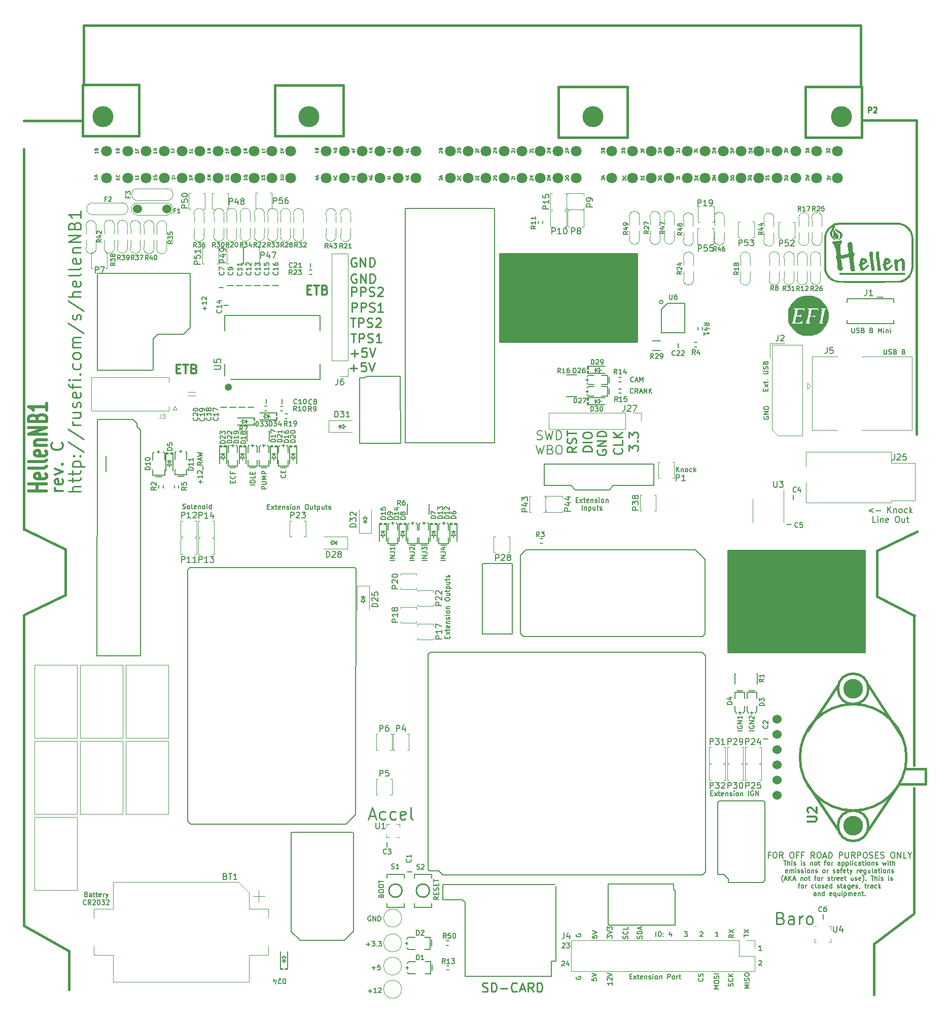
<source format=gto>
G04 #@! TF.GenerationSoftware,KiCad,Pcbnew,(6.0.1)*
G04 #@! TF.CreationDate,2022-03-17T22:49:27+02:00*
G04 #@! TF.ProjectId,hellen64_NB1,68656c6c-656e-4363-945f-4e42312e6b69,b*
G04 #@! TF.SameCoordinates,PX141ef50PYa2cc1bc*
G04 #@! TF.FileFunction,Legend,Top*
G04 #@! TF.FilePolarity,Positive*
%FSLAX46Y46*%
G04 Gerber Fmt 4.6, Leading zero omitted, Abs format (unit mm)*
G04 Created by KiCad (PCBNEW (6.0.1)) date 2022-03-17 22:49:27*
%MOMM*%
%LPD*%
G01*
G04 APERTURE LIST*
%ADD10C,0.381000*%
%ADD11C,0.250000*%
%ADD12C,0.170000*%
%ADD13C,0.127000*%
%ADD14C,0.300000*%
%ADD15C,0.375000*%
%ADD16C,0.150000*%
%ADD17C,0.500000*%
%ADD18C,0.200000*%
%ADD19C,0.180000*%
%ADD20C,0.222250*%
%ADD21C,0.304800*%
%ADD22C,0.120000*%
%ADD23C,0.203200*%
%ADD24C,0.254000*%
%ADD25C,0.002540*%
%ADD26C,0.099060*%
%ADD27C,0.616000*%
%ADD28C,3.500120*%
%ADD29C,1.800000*%
%ADD30C,3.302000*%
%ADD31C,1.524000*%
G04 APERTURE END LIST*
D10*
X151162640Y94800000D02*
X151162640Y147005340D01*
X2151680Y147130340D02*
X11662640Y147130340D01*
X9112360Y67975000D02*
X9112360Y75575000D01*
X144537640Y75325000D02*
X144537640Y67725000D01*
X144087640Y9705340D02*
X150687640Y14705340D01*
X151162640Y147255340D02*
X142175000Y147255340D01*
X151237640Y78525000D02*
X144537640Y75325000D01*
D11*
X104507464Y124959870D02*
X81607464Y124959870D01*
X81607464Y124959870D02*
X81607464Y110209870D01*
X81607464Y110209870D02*
X104507464Y110209870D01*
X104507464Y110209870D02*
X104507464Y124959870D01*
G36*
X104507464Y124959870D02*
G01*
X81607464Y124959870D01*
X81607464Y110209870D01*
X104507464Y110209870D01*
X104507464Y124959870D01*
G37*
X142576680Y75430340D02*
X119676680Y75430340D01*
X119676680Y75430340D02*
X119676680Y58430340D01*
X119676680Y58430340D02*
X142576680Y58430340D01*
X142576680Y58430340D02*
X142576680Y75430340D01*
G36*
X142576680Y75430340D02*
G01*
X119676680Y75430340D01*
X119676680Y58430340D01*
X142576680Y58430340D01*
X142576680Y75430340D01*
G37*
D10*
X9701680Y2105340D02*
X9662640Y8305340D01*
X2162640Y78905340D02*
X2162640Y142355340D01*
X144537640Y67725000D02*
X150837640Y64525000D01*
X144101680Y1212400D02*
X144101680Y9755340D01*
X9662640Y8500000D02*
X2162640Y12800000D01*
X9112360Y75575000D02*
X2175000Y78975000D01*
X2412360Y64775000D02*
X9112360Y67975000D01*
X150762640Y39512400D02*
X150762640Y64605340D01*
X2162640Y12805340D02*
X2162640Y64605340D01*
X150762640Y14905340D02*
X150762640Y35712400D01*
D12*
X71413584Y17618436D02*
X71032632Y17351769D01*
X71413584Y17161293D02*
X70613584Y17161293D01*
X70613584Y17466055D01*
X70651680Y17542245D01*
X70689775Y17580340D01*
X70765965Y17618436D01*
X70880251Y17618436D01*
X70956441Y17580340D01*
X70994537Y17542245D01*
X71032632Y17466055D01*
X71032632Y17161293D01*
X70994537Y17961293D02*
X70994537Y18227960D01*
X71413584Y18342245D02*
X71413584Y17961293D01*
X70613584Y17961293D01*
X70613584Y18342245D01*
X71375489Y18647007D02*
X71413584Y18761293D01*
X71413584Y18951769D01*
X71375489Y19027960D01*
X71337394Y19066055D01*
X71261203Y19104150D01*
X71185013Y19104150D01*
X71108822Y19066055D01*
X71070727Y19027960D01*
X71032632Y18951769D01*
X70994537Y18799388D01*
X70956441Y18723198D01*
X70918346Y18685102D01*
X70842156Y18647007D01*
X70765965Y18647007D01*
X70689775Y18685102D01*
X70651680Y18723198D01*
X70613584Y18799388D01*
X70613584Y18989864D01*
X70651680Y19104150D01*
X70994537Y19447007D02*
X70994537Y19713674D01*
X71413584Y19827960D02*
X71413584Y19447007D01*
X70613584Y19447007D01*
X70613584Y19827960D01*
X70613584Y20056531D02*
X70613584Y20513674D01*
X71413584Y20285102D02*
X70613584Y20285102D01*
D13*
X120180809Y141748667D02*
X120180809Y142063143D01*
X120374333Y141893810D01*
X120374333Y141966381D01*
X120398523Y142014762D01*
X120422714Y142038953D01*
X120471095Y142063143D01*
X120592047Y142063143D01*
X120640428Y142038953D01*
X120664619Y142014762D01*
X120688809Y141966381D01*
X120688809Y141821239D01*
X120664619Y141772858D01*
X120640428Y141748667D01*
X120688809Y142280858D02*
X120180809Y142280858D01*
X120180809Y142474381D01*
X120205000Y142522762D01*
X120229190Y142546953D01*
X120277571Y142571143D01*
X120350142Y142571143D01*
X120398523Y142546953D01*
X120422714Y142522762D01*
X120446904Y142474381D01*
X120446904Y142280858D01*
D12*
X60240965Y5698198D02*
X60850489Y5698198D01*
X60545727Y5393436D02*
X60545727Y6002960D01*
X61612394Y6193436D02*
X61231441Y6193436D01*
X61193346Y5812483D01*
X61231441Y5850579D01*
X61307632Y5888674D01*
X61498108Y5888674D01*
X61574299Y5850579D01*
X61612394Y5812483D01*
X61650489Y5736293D01*
X61650489Y5545817D01*
X61612394Y5469626D01*
X61574299Y5431531D01*
X61498108Y5393436D01*
X61307632Y5393436D01*
X61231441Y5431531D01*
X61193346Y5469626D01*
D13*
X105194809Y137200858D02*
X105194809Y137515334D01*
X105388333Y137346000D01*
X105388333Y137418572D01*
X105412523Y137466953D01*
X105436714Y137491143D01*
X105485095Y137515334D01*
X105606047Y137515334D01*
X105654428Y137491143D01*
X105678619Y137466953D01*
X105702809Y137418572D01*
X105702809Y137273429D01*
X105678619Y137225048D01*
X105654428Y137200858D01*
X105436714Y137733048D02*
X105436714Y137902381D01*
X105702809Y137974953D02*
X105702809Y137733048D01*
X105194809Y137733048D01*
X105194809Y137974953D01*
X27258809Y142046620D02*
X27258809Y141756334D01*
X27258809Y141901477D02*
X26750809Y141901477D01*
X26823380Y141853096D01*
X26871761Y141804715D01*
X26895952Y141756334D01*
X26750809Y142409477D02*
X27113666Y142409477D01*
X27186238Y142385286D01*
X27234619Y142336905D01*
X27258809Y142264334D01*
X27258809Y142215953D01*
D12*
X103949999Y103626686D02*
X103911903Y103588591D01*
X103797618Y103550496D01*
X103721427Y103550496D01*
X103607141Y103588591D01*
X103530951Y103664781D01*
X103492856Y103740972D01*
X103454760Y103893353D01*
X103454760Y104007639D01*
X103492856Y104160020D01*
X103530951Y104236210D01*
X103607141Y104312400D01*
X103721427Y104350496D01*
X103797618Y104350496D01*
X103911903Y104312400D01*
X103949999Y104274305D01*
X104254760Y103779067D02*
X104635713Y103779067D01*
X104178570Y103550496D02*
X104445237Y104350496D01*
X104711903Y103550496D01*
X104978570Y103550496D02*
X104978570Y104350496D01*
X105245237Y103779067D01*
X105511903Y104350496D01*
X105511903Y103550496D01*
X120664284Y11270520D02*
X120283332Y11003853D01*
X120664284Y10813377D02*
X119864284Y10813377D01*
X119864284Y11118139D01*
X119902380Y11194329D01*
X119940475Y11232424D01*
X120016665Y11270520D01*
X120130951Y11270520D01*
X120207141Y11232424D01*
X120245237Y11194329D01*
X120283332Y11118139D01*
X120283332Y10813377D01*
X119864284Y11537186D02*
X120664284Y12070520D01*
X119864284Y12070520D02*
X120664284Y11537186D01*
D13*
X45546809Y137529048D02*
X45546809Y137238762D01*
X45546809Y137383905D02*
X45038809Y137383905D01*
X45111380Y137335524D01*
X45159761Y137287143D01*
X45183952Y137238762D01*
X45038809Y137746762D02*
X45450047Y137746762D01*
X45498428Y137770953D01*
X45522619Y137795143D01*
X45546809Y137843524D01*
X45546809Y137940286D01*
X45522619Y137988667D01*
X45498428Y138012858D01*
X45450047Y138037048D01*
X45038809Y138037048D01*
D11*
X56880251Y117851769D02*
X56880251Y119351769D01*
X57451680Y119351769D01*
X57594537Y119280340D01*
X57665965Y119208912D01*
X57737394Y119066055D01*
X57737394Y118851769D01*
X57665965Y118708912D01*
X57594537Y118637483D01*
X57451680Y118566055D01*
X56880251Y118566055D01*
X58380251Y117851769D02*
X58380251Y119351769D01*
X58951680Y119351769D01*
X59094537Y119280340D01*
X59165965Y119208912D01*
X59237394Y119066055D01*
X59237394Y118851769D01*
X59165965Y118708912D01*
X59094537Y118637483D01*
X58951680Y118566055D01*
X58380251Y118566055D01*
X59808822Y117923198D02*
X60023108Y117851769D01*
X60380251Y117851769D01*
X60523108Y117923198D01*
X60594537Y117994626D01*
X60665965Y118137483D01*
X60665965Y118280340D01*
X60594537Y118423198D01*
X60523108Y118494626D01*
X60380251Y118566055D01*
X60094537Y118637483D01*
X59951680Y118708912D01*
X59880251Y118780340D01*
X59808822Y118923198D01*
X59808822Y119066055D01*
X59880251Y119208912D01*
X59951680Y119280340D01*
X60094537Y119351769D01*
X60451680Y119351769D01*
X60665965Y119280340D01*
X61237394Y119208912D02*
X61308822Y119280340D01*
X61451680Y119351769D01*
X61808822Y119351769D01*
X61951680Y119280340D01*
X62023108Y119208912D01*
X62094537Y119066055D01*
X62094537Y118923198D01*
X62023108Y118708912D01*
X61165965Y117851769D01*
X62094537Y117851769D01*
D12*
X145762394Y108943436D02*
X145762394Y108295817D01*
X145800489Y108219626D01*
X145838584Y108181531D01*
X145914775Y108143436D01*
X146067156Y108143436D01*
X146143346Y108181531D01*
X146181441Y108219626D01*
X146219537Y108295817D01*
X146219537Y108943436D01*
X146562394Y108181531D02*
X146676680Y108143436D01*
X146867156Y108143436D01*
X146943346Y108181531D01*
X146981441Y108219626D01*
X147019537Y108295817D01*
X147019537Y108372007D01*
X146981441Y108448198D01*
X146943346Y108486293D01*
X146867156Y108524388D01*
X146714775Y108562483D01*
X146638584Y108600579D01*
X146600489Y108638674D01*
X146562394Y108714864D01*
X146562394Y108791055D01*
X146600489Y108867245D01*
X146638584Y108905340D01*
X146714775Y108943436D01*
X146905251Y108943436D01*
X147019537Y108905340D01*
X147629060Y108562483D02*
X147743346Y108524388D01*
X147781441Y108486293D01*
X147819537Y108410102D01*
X147819537Y108295817D01*
X147781441Y108219626D01*
X147743346Y108181531D01*
X147667156Y108143436D01*
X147362394Y108143436D01*
X147362394Y108943436D01*
X147629060Y108943436D01*
X147705251Y108905340D01*
X147743346Y108867245D01*
X147781441Y108791055D01*
X147781441Y108714864D01*
X147743346Y108638674D01*
X147705251Y108600579D01*
X147629060Y108562483D01*
X147362394Y108562483D01*
X149038584Y108562483D02*
X149152870Y108524388D01*
X149190965Y108486293D01*
X149229060Y108410102D01*
X149229060Y108295817D01*
X149190965Y108219626D01*
X149152870Y108181531D01*
X149076680Y108143436D01*
X148771918Y108143436D01*
X148771918Y108943436D01*
X149038584Y108943436D01*
X149114775Y108905340D01*
X149152870Y108867245D01*
X149190965Y108791055D01*
X149190965Y108714864D01*
X149152870Y108638674D01*
X149114775Y108600579D01*
X149038584Y108562483D01*
X148771918Y108562483D01*
D13*
X42498809Y142046620D02*
X42498809Y141756334D01*
X42498809Y141901477D02*
X41990809Y141901477D01*
X42063380Y141853096D01*
X42111761Y141804715D01*
X42135952Y141756334D01*
X41990809Y142191762D02*
X41990809Y142482048D01*
X42498809Y142336905D02*
X41990809Y142336905D01*
X136182809Y141760762D02*
X136182809Y142075239D01*
X136376333Y141905905D01*
X136376333Y141978477D01*
X136400523Y142026858D01*
X136424714Y142051048D01*
X136473095Y142075239D01*
X136594047Y142075239D01*
X136642428Y142051048D01*
X136666619Y142026858D01*
X136690809Y141978477D01*
X136690809Y141833334D01*
X136666619Y141784953D01*
X136642428Y141760762D01*
X136182809Y142244572D02*
X136182809Y142583239D01*
X136690809Y142244572D01*
X136690809Y142583239D01*
D14*
X8704761Y85300000D02*
X7371428Y85300000D01*
X7752380Y85300000D02*
X7561904Y85395239D01*
X7466666Y85490477D01*
X7371428Y85680953D01*
X7371428Y85871429D01*
X8609523Y87300000D02*
X8704761Y87109524D01*
X8704761Y86728572D01*
X8609523Y86538096D01*
X8419047Y86442858D01*
X7657142Y86442858D01*
X7466666Y86538096D01*
X7371428Y86728572D01*
X7371428Y87109524D01*
X7466666Y87300000D01*
X7657142Y87395239D01*
X7847619Y87395239D01*
X8038095Y86442858D01*
X7371428Y88061905D02*
X8704761Y88538096D01*
X7371428Y89014286D01*
X8514285Y89776191D02*
X8609523Y89871429D01*
X8704761Y89776191D01*
X8609523Y89680953D01*
X8514285Y89776191D01*
X8704761Y89776191D01*
X8514285Y93395239D02*
X8609523Y93300000D01*
X8704761Y93014286D01*
X8704761Y92823810D01*
X8609523Y92538096D01*
X8419047Y92347620D01*
X8228571Y92252381D01*
X7847619Y92157143D01*
X7561904Y92157143D01*
X7180952Y92252381D01*
X6990476Y92347620D01*
X6800000Y92538096D01*
X6704761Y92823810D01*
X6704761Y93014286D01*
X6800000Y93300000D01*
X6895238Y93395239D01*
D12*
X122364284Y10899091D02*
X122364284Y11356234D01*
X123164284Y11127662D02*
X122364284Y11127662D01*
X122364284Y11546710D02*
X123164284Y12080043D01*
X122364284Y12080043D02*
X123164284Y11546710D01*
D15*
X49458822Y118912483D02*
X49958822Y118912483D01*
X50173108Y118126769D02*
X49458822Y118126769D01*
X49458822Y119626769D01*
X50173108Y119626769D01*
X50601680Y119626769D02*
X51458822Y119626769D01*
X51030251Y118126769D02*
X51030251Y119626769D01*
X52458822Y118912483D02*
X52673108Y118841055D01*
X52744537Y118769626D01*
X52815965Y118626769D01*
X52815965Y118412483D01*
X52744537Y118269626D01*
X52673108Y118198198D01*
X52530251Y118126769D01*
X51958822Y118126769D01*
X51958822Y119626769D01*
X52458822Y119626769D01*
X52601680Y119555340D01*
X52673108Y119483912D01*
X52744537Y119341055D01*
X52744537Y119198198D01*
X52673108Y119055340D01*
X52601680Y118983912D01*
X52458822Y118912483D01*
X51958822Y118912483D01*
D12*
X123264284Y2313377D02*
X122464284Y2313377D01*
X123035713Y2580043D01*
X122464284Y2846710D01*
X123264284Y2846710D01*
X123264284Y3227662D02*
X122464284Y3227662D01*
X123226189Y3570520D02*
X123264284Y3684805D01*
X123264284Y3875281D01*
X123226189Y3951472D01*
X123188094Y3989567D01*
X123111903Y4027662D01*
X123035713Y4027662D01*
X122959522Y3989567D01*
X122921427Y3951472D01*
X122883332Y3875281D01*
X122845237Y3722900D01*
X122807141Y3646710D01*
X122769046Y3608615D01*
X122692856Y3570520D01*
X122616665Y3570520D01*
X122540475Y3608615D01*
X122502380Y3646710D01*
X122464284Y3722900D01*
X122464284Y3913377D01*
X122502380Y4027662D01*
X122464284Y4522900D02*
X122464284Y4675281D01*
X122502380Y4751472D01*
X122578570Y4827662D01*
X122730951Y4865758D01*
X122997618Y4865758D01*
X123149999Y4827662D01*
X123226189Y4751472D01*
X123264284Y4675281D01*
X123264284Y4522900D01*
X123226189Y4446710D01*
X123149999Y4370520D01*
X122997618Y4332424D01*
X122730951Y4332424D01*
X122578570Y4370520D01*
X122502380Y4446710D01*
X122464284Y4522900D01*
X72564284Y73713377D02*
X71764284Y73713377D01*
X72564284Y74094329D02*
X71764284Y74094329D01*
X72564284Y74551472D01*
X71764284Y74551472D01*
X71764284Y75160996D02*
X72335713Y75160996D01*
X72449999Y75122900D01*
X72526189Y75046710D01*
X72564284Y74932424D01*
X72564284Y74856234D01*
X72030951Y75884805D02*
X72564284Y75884805D01*
X71726189Y75694329D02*
X72297618Y75503853D01*
X72297618Y75999091D01*
D11*
X78724894Y1798198D02*
X78939180Y1726769D01*
X79296322Y1726769D01*
X79439180Y1798198D01*
X79510608Y1869626D01*
X79582037Y2012483D01*
X79582037Y2155340D01*
X79510608Y2298198D01*
X79439180Y2369626D01*
X79296322Y2441055D01*
X79010608Y2512483D01*
X78867751Y2583912D01*
X78796322Y2655340D01*
X78724894Y2798198D01*
X78724894Y2941055D01*
X78796322Y3083912D01*
X78867751Y3155340D01*
X79010608Y3226769D01*
X79367751Y3226769D01*
X79582037Y3155340D01*
X80224894Y1726769D02*
X80224894Y3226769D01*
X80582037Y3226769D01*
X80796322Y3155340D01*
X80939180Y3012483D01*
X81010608Y2869626D01*
X81082037Y2583912D01*
X81082037Y2369626D01*
X81010608Y2083912D01*
X80939180Y1941055D01*
X80796322Y1798198D01*
X80582037Y1726769D01*
X80224894Y1726769D01*
X81724894Y2298198D02*
X82867751Y2298198D01*
X84439180Y1869626D02*
X84367751Y1798198D01*
X84153465Y1726769D01*
X84010608Y1726769D01*
X83796322Y1798198D01*
X83653465Y1941055D01*
X83582037Y2083912D01*
X83510608Y2369626D01*
X83510608Y2583912D01*
X83582037Y2869626D01*
X83653465Y3012483D01*
X83796322Y3155340D01*
X84010608Y3226769D01*
X84153465Y3226769D01*
X84367751Y3155340D01*
X84439180Y3083912D01*
X85010608Y2155340D02*
X85724894Y2155340D01*
X84867751Y1726769D02*
X85367751Y3226769D01*
X85867751Y1726769D01*
X87224894Y1726769D02*
X86724894Y2441055D01*
X86367751Y1726769D02*
X86367751Y3226769D01*
X86939180Y3226769D01*
X87082037Y3155340D01*
X87153465Y3083912D01*
X87224894Y2941055D01*
X87224894Y2726769D01*
X87153465Y2583912D01*
X87082037Y2512483D01*
X86939180Y2441055D01*
X86367751Y2441055D01*
X87867751Y1726769D02*
X87867751Y3226769D01*
X88224894Y3226769D01*
X88439180Y3155340D01*
X88582037Y3012483D01*
X88653465Y2869626D01*
X88724894Y2583912D01*
X88724894Y2369626D01*
X88653465Y2083912D01*
X88582037Y1941055D01*
X88439180Y1798198D01*
X88224894Y1726769D01*
X87867751Y1726769D01*
D13*
X98590809Y137212953D02*
X98590809Y137527429D01*
X98784333Y137358096D01*
X98784333Y137430667D01*
X98808523Y137479048D01*
X98832714Y137503239D01*
X98881095Y137527429D01*
X99002047Y137527429D01*
X99050428Y137503239D01*
X99074619Y137479048D01*
X99098809Y137430667D01*
X99098809Y137285524D01*
X99074619Y137237143D01*
X99050428Y137212953D01*
X98953666Y137720953D02*
X98953666Y137962858D01*
X99098809Y137672572D02*
X98590809Y137841905D01*
X99098809Y138011239D01*
X105194809Y141784953D02*
X105194809Y142099429D01*
X105388333Y141930096D01*
X105388333Y142002667D01*
X105412523Y142051048D01*
X105436714Y142075239D01*
X105485095Y142099429D01*
X105606047Y142099429D01*
X105654428Y142075239D01*
X105678619Y142051048D01*
X105702809Y142002667D01*
X105702809Y141857524D01*
X105678619Y141809143D01*
X105654428Y141784953D01*
X105436714Y142486477D02*
X105436714Y142317143D01*
X105702809Y142317143D02*
X105194809Y142317143D01*
X105194809Y142559048D01*
X123101809Y137164572D02*
X123101809Y137479048D01*
X123295333Y137309715D01*
X123295333Y137382286D01*
X123319523Y137430667D01*
X123343714Y137454858D01*
X123392095Y137479048D01*
X123513047Y137479048D01*
X123561428Y137454858D01*
X123585619Y137430667D01*
X123609809Y137382286D01*
X123609809Y137237143D01*
X123585619Y137188762D01*
X123561428Y137164572D01*
X123658190Y138035429D02*
X123634000Y137987048D01*
X123585619Y137938667D01*
X123513047Y137866096D01*
X123488857Y137817715D01*
X123488857Y137769334D01*
X123609809Y137793524D02*
X123585619Y137745143D01*
X123537238Y137696762D01*
X123440476Y137672572D01*
X123271142Y137672572D01*
X123174380Y137696762D01*
X123126000Y137745143D01*
X123101809Y137793524D01*
X123101809Y137890286D01*
X123126000Y137938667D01*
X123174380Y137987048D01*
X123271142Y138011239D01*
X123440476Y138011239D01*
X123537238Y137987048D01*
X123585619Y137938667D01*
X123609809Y137890286D01*
X123609809Y137793524D01*
X114211809Y137176667D02*
X114211809Y137491143D01*
X114405333Y137321810D01*
X114405333Y137394381D01*
X114429523Y137442762D01*
X114453714Y137466953D01*
X114502095Y137491143D01*
X114623047Y137491143D01*
X114671428Y137466953D01*
X114695619Y137442762D01*
X114719809Y137394381D01*
X114719809Y137249239D01*
X114695619Y137200858D01*
X114671428Y137176667D01*
X114719809Y137708858D02*
X114211809Y137708858D01*
X114719809Y137999143D02*
X114429523Y137781429D01*
X114211809Y137999143D02*
X114502095Y137708858D01*
D16*
X144015476Y82344286D02*
X143253571Y82058572D01*
X144015476Y81772858D01*
X144396428Y82010953D02*
X145253571Y82010953D01*
X146396428Y81677620D02*
X146396428Y82677620D01*
X146967857Y81677620D02*
X146539285Y82249048D01*
X146967857Y82677620D02*
X146396428Y82106191D01*
X147396428Y82344286D02*
X147396428Y81677620D01*
X147396428Y82249048D02*
X147444047Y82296667D01*
X147539285Y82344286D01*
X147682142Y82344286D01*
X147777380Y82296667D01*
X147825000Y82201429D01*
X147825000Y81677620D01*
X148444047Y81677620D02*
X148348809Y81725239D01*
X148301190Y81772858D01*
X148253571Y81868096D01*
X148253571Y82153810D01*
X148301190Y82249048D01*
X148348809Y82296667D01*
X148444047Y82344286D01*
X148586904Y82344286D01*
X148682142Y82296667D01*
X148729761Y82249048D01*
X148777380Y82153810D01*
X148777380Y81868096D01*
X148729761Y81772858D01*
X148682142Y81725239D01*
X148586904Y81677620D01*
X148444047Y81677620D01*
X149634523Y81725239D02*
X149539285Y81677620D01*
X149348809Y81677620D01*
X149253571Y81725239D01*
X149205952Y81772858D01*
X149158333Y81868096D01*
X149158333Y82153810D01*
X149205952Y82249048D01*
X149253571Y82296667D01*
X149348809Y82344286D01*
X149539285Y82344286D01*
X149634523Y82296667D01*
X150063095Y81677620D02*
X150063095Y82677620D01*
X150158333Y82058572D02*
X150444047Y81677620D01*
X150444047Y82344286D02*
X150063095Y81963334D01*
X144372619Y80067620D02*
X143896428Y80067620D01*
X143896428Y81067620D01*
X144705952Y80067620D02*
X144705952Y80734286D01*
X144705952Y81067620D02*
X144658333Y81020000D01*
X144705952Y80972381D01*
X144753571Y81020000D01*
X144705952Y81067620D01*
X144705952Y80972381D01*
X145182142Y80734286D02*
X145182142Y80067620D01*
X145182142Y80639048D02*
X145229761Y80686667D01*
X145325000Y80734286D01*
X145467857Y80734286D01*
X145563095Y80686667D01*
X145610714Y80591429D01*
X145610714Y80067620D01*
X146467857Y80115239D02*
X146372619Y80067620D01*
X146182142Y80067620D01*
X146086904Y80115239D01*
X146039285Y80210477D01*
X146039285Y80591429D01*
X146086904Y80686667D01*
X146182142Y80734286D01*
X146372619Y80734286D01*
X146467857Y80686667D01*
X146515476Y80591429D01*
X146515476Y80496191D01*
X146039285Y80400953D01*
X147896428Y81067620D02*
X148086904Y81067620D01*
X148182142Y81020000D01*
X148277380Y80924762D01*
X148325000Y80734286D01*
X148325000Y80400953D01*
X148277380Y80210477D01*
X148182142Y80115239D01*
X148086904Y80067620D01*
X147896428Y80067620D01*
X147801190Y80115239D01*
X147705952Y80210477D01*
X147658333Y80400953D01*
X147658333Y80734286D01*
X147705952Y80924762D01*
X147801190Y81020000D01*
X147896428Y81067620D01*
X149182142Y80734286D02*
X149182142Y80067620D01*
X148753571Y80734286D02*
X148753571Y80210477D01*
X148801190Y80115239D01*
X148896428Y80067620D01*
X149039285Y80067620D01*
X149134523Y80115239D01*
X149182142Y80162858D01*
X149515476Y80734286D02*
X149896428Y80734286D01*
X149658333Y81067620D02*
X149658333Y80210477D01*
X149705952Y80115239D01*
X149801190Y80067620D01*
X149896428Y80067620D01*
D12*
X42844537Y82662483D02*
X43111203Y82662483D01*
X43225489Y82243436D02*
X42844537Y82243436D01*
X42844537Y83043436D01*
X43225489Y83043436D01*
X43492156Y82243436D02*
X43911203Y82776769D01*
X43492156Y82776769D02*
X43911203Y82243436D01*
X44101680Y82776769D02*
X44406441Y82776769D01*
X44215965Y83043436D02*
X44215965Y82357721D01*
X44254060Y82281531D01*
X44330251Y82243436D01*
X44406441Y82243436D01*
X44977870Y82281531D02*
X44901680Y82243436D01*
X44749299Y82243436D01*
X44673108Y82281531D01*
X44635013Y82357721D01*
X44635013Y82662483D01*
X44673108Y82738674D01*
X44749299Y82776769D01*
X44901680Y82776769D01*
X44977870Y82738674D01*
X45015965Y82662483D01*
X45015965Y82586293D01*
X44635013Y82510102D01*
X45358822Y82776769D02*
X45358822Y82243436D01*
X45358822Y82700579D02*
X45396918Y82738674D01*
X45473108Y82776769D01*
X45587394Y82776769D01*
X45663584Y82738674D01*
X45701680Y82662483D01*
X45701680Y82243436D01*
X46044537Y82281531D02*
X46120727Y82243436D01*
X46273108Y82243436D01*
X46349299Y82281531D01*
X46387394Y82357721D01*
X46387394Y82395817D01*
X46349299Y82472007D01*
X46273108Y82510102D01*
X46158822Y82510102D01*
X46082632Y82548198D01*
X46044537Y82624388D01*
X46044537Y82662483D01*
X46082632Y82738674D01*
X46158822Y82776769D01*
X46273108Y82776769D01*
X46349299Y82738674D01*
X46730251Y82243436D02*
X46730251Y82776769D01*
X46730251Y83043436D02*
X46692156Y83005340D01*
X46730251Y82967245D01*
X46768346Y83005340D01*
X46730251Y83043436D01*
X46730251Y82967245D01*
X47225489Y82243436D02*
X47149299Y82281531D01*
X47111203Y82319626D01*
X47073108Y82395817D01*
X47073108Y82624388D01*
X47111203Y82700579D01*
X47149299Y82738674D01*
X47225489Y82776769D01*
X47339775Y82776769D01*
X47415965Y82738674D01*
X47454060Y82700579D01*
X47492156Y82624388D01*
X47492156Y82395817D01*
X47454060Y82319626D01*
X47415965Y82281531D01*
X47339775Y82243436D01*
X47225489Y82243436D01*
X47835013Y82776769D02*
X47835013Y82243436D01*
X47835013Y82700579D02*
X47873108Y82738674D01*
X47949299Y82776769D01*
X48063584Y82776769D01*
X48139775Y82738674D01*
X48177870Y82662483D01*
X48177870Y82243436D01*
X49320727Y83043436D02*
X49473108Y83043436D01*
X49549299Y83005340D01*
X49625489Y82929150D01*
X49663584Y82776769D01*
X49663584Y82510102D01*
X49625489Y82357721D01*
X49549299Y82281531D01*
X49473108Y82243436D01*
X49320727Y82243436D01*
X49244537Y82281531D01*
X49168346Y82357721D01*
X49130251Y82510102D01*
X49130251Y82776769D01*
X49168346Y82929150D01*
X49244537Y83005340D01*
X49320727Y83043436D01*
X50349299Y82776769D02*
X50349299Y82243436D01*
X50006441Y82776769D02*
X50006441Y82357721D01*
X50044537Y82281531D01*
X50120727Y82243436D01*
X50235013Y82243436D01*
X50311203Y82281531D01*
X50349299Y82319626D01*
X50615965Y82776769D02*
X50920727Y82776769D01*
X50730251Y83043436D02*
X50730251Y82357721D01*
X50768346Y82281531D01*
X50844537Y82243436D01*
X50920727Y82243436D01*
X51187394Y82776769D02*
X51187394Y81976769D01*
X51187394Y82738674D02*
X51263584Y82776769D01*
X51415965Y82776769D01*
X51492156Y82738674D01*
X51530251Y82700579D01*
X51568346Y82624388D01*
X51568346Y82395817D01*
X51530251Y82319626D01*
X51492156Y82281531D01*
X51415965Y82243436D01*
X51263584Y82243436D01*
X51187394Y82281531D01*
X52254060Y82776769D02*
X52254060Y82243436D01*
X51911203Y82776769D02*
X51911203Y82357721D01*
X51949299Y82281531D01*
X52025489Y82243436D01*
X52139775Y82243436D01*
X52215965Y82281531D01*
X52254060Y82319626D01*
X52520727Y82776769D02*
X52825489Y82776769D01*
X52635013Y83043436D02*
X52635013Y82357721D01*
X52673108Y82281531D01*
X52749299Y82243436D01*
X52825489Y82243436D01*
X53054060Y82281531D02*
X53130251Y82243436D01*
X53282632Y82243436D01*
X53358822Y82281531D01*
X53396918Y82357721D01*
X53396918Y82395817D01*
X53358822Y82472007D01*
X53282632Y82510102D01*
X53168346Y82510102D01*
X53092156Y82548198D01*
X53054060Y82624388D01*
X53054060Y82662483D01*
X53092156Y82738674D01*
X53168346Y82776769D01*
X53282632Y82776769D01*
X53358822Y82738674D01*
D13*
X77684190Y141809143D02*
X77660000Y141833334D01*
X77635809Y141881715D01*
X77635809Y142002667D01*
X77660000Y142051048D01*
X77684190Y142075239D01*
X77732571Y142099429D01*
X77780952Y142099429D01*
X77853523Y142075239D01*
X78143809Y141784953D01*
X78143809Y142099429D01*
X77877714Y142486477D02*
X77877714Y142317143D01*
X78143809Y142317143D02*
X77635809Y142317143D01*
X77635809Y142559048D01*
D12*
X72844537Y60698198D02*
X72844537Y60964864D01*
X73263584Y61079150D02*
X73263584Y60698198D01*
X72463584Y60698198D01*
X72463584Y61079150D01*
X73263584Y61345817D02*
X72730251Y61764864D01*
X72730251Y61345817D02*
X73263584Y61764864D01*
X72730251Y61955340D02*
X72730251Y62260102D01*
X72463584Y62069626D02*
X73149299Y62069626D01*
X73225489Y62107721D01*
X73263584Y62183912D01*
X73263584Y62260102D01*
X73225489Y62831531D02*
X73263584Y62755340D01*
X73263584Y62602960D01*
X73225489Y62526769D01*
X73149299Y62488674D01*
X72844537Y62488674D01*
X72768346Y62526769D01*
X72730251Y62602960D01*
X72730251Y62755340D01*
X72768346Y62831531D01*
X72844537Y62869626D01*
X72920727Y62869626D01*
X72996918Y62488674D01*
X72730251Y63212483D02*
X73263584Y63212483D01*
X72806441Y63212483D02*
X72768346Y63250579D01*
X72730251Y63326769D01*
X72730251Y63441055D01*
X72768346Y63517245D01*
X72844537Y63555340D01*
X73263584Y63555340D01*
X73225489Y63898198D02*
X73263584Y63974388D01*
X73263584Y64126769D01*
X73225489Y64202960D01*
X73149299Y64241055D01*
X73111203Y64241055D01*
X73035013Y64202960D01*
X72996918Y64126769D01*
X72996918Y64012483D01*
X72958822Y63936293D01*
X72882632Y63898198D01*
X72844537Y63898198D01*
X72768346Y63936293D01*
X72730251Y64012483D01*
X72730251Y64126769D01*
X72768346Y64202960D01*
X73263584Y64583912D02*
X72730251Y64583912D01*
X72463584Y64583912D02*
X72501680Y64545817D01*
X72539775Y64583912D01*
X72501680Y64622007D01*
X72463584Y64583912D01*
X72539775Y64583912D01*
X73263584Y65079150D02*
X73225489Y65002960D01*
X73187394Y64964864D01*
X73111203Y64926769D01*
X72882632Y64926769D01*
X72806441Y64964864D01*
X72768346Y65002960D01*
X72730251Y65079150D01*
X72730251Y65193436D01*
X72768346Y65269626D01*
X72806441Y65307721D01*
X72882632Y65345817D01*
X73111203Y65345817D01*
X73187394Y65307721D01*
X73225489Y65269626D01*
X73263584Y65193436D01*
X73263584Y65079150D01*
X72730251Y65688674D02*
X73263584Y65688674D01*
X72806441Y65688674D02*
X72768346Y65726769D01*
X72730251Y65802960D01*
X72730251Y65917245D01*
X72768346Y65993436D01*
X72844537Y66031531D01*
X73263584Y66031531D01*
X72463584Y67174388D02*
X72463584Y67326769D01*
X72501680Y67402960D01*
X72577870Y67479150D01*
X72730251Y67517245D01*
X72996918Y67517245D01*
X73149299Y67479150D01*
X73225489Y67402960D01*
X73263584Y67326769D01*
X73263584Y67174388D01*
X73225489Y67098198D01*
X73149299Y67022007D01*
X72996918Y66983912D01*
X72730251Y66983912D01*
X72577870Y67022007D01*
X72501680Y67098198D01*
X72463584Y67174388D01*
X72730251Y68202960D02*
X73263584Y68202960D01*
X72730251Y67860102D02*
X73149299Y67860102D01*
X73225489Y67898198D01*
X73263584Y67974388D01*
X73263584Y68088674D01*
X73225489Y68164864D01*
X73187394Y68202960D01*
X72730251Y68469626D02*
X72730251Y68774388D01*
X72463584Y68583912D02*
X73149299Y68583912D01*
X73225489Y68622007D01*
X73263584Y68698198D01*
X73263584Y68774388D01*
X72730251Y69041055D02*
X73530251Y69041055D01*
X72768346Y69041055D02*
X72730251Y69117245D01*
X72730251Y69269626D01*
X72768346Y69345817D01*
X72806441Y69383912D01*
X72882632Y69422007D01*
X73111203Y69422007D01*
X73187394Y69383912D01*
X73225489Y69345817D01*
X73263584Y69269626D01*
X73263584Y69117245D01*
X73225489Y69041055D01*
X72730251Y70107721D02*
X73263584Y70107721D01*
X72730251Y69764864D02*
X73149299Y69764864D01*
X73225489Y69802960D01*
X73263584Y69879150D01*
X73263584Y69993436D01*
X73225489Y70069626D01*
X73187394Y70107721D01*
X72730251Y70374388D02*
X72730251Y70679150D01*
X72463584Y70488674D02*
X73149299Y70488674D01*
X73225489Y70526769D01*
X73263584Y70602960D01*
X73263584Y70679150D01*
X73225489Y70907721D02*
X73263584Y70983912D01*
X73263584Y71136293D01*
X73225489Y71212483D01*
X73149299Y71250579D01*
X73111203Y71250579D01*
X73035013Y71212483D01*
X72996918Y71136293D01*
X72996918Y71022007D01*
X72958822Y70945817D01*
X72882632Y70907721D01*
X72844537Y70907721D01*
X72768346Y70945817D01*
X72730251Y71022007D01*
X72730251Y71136293D01*
X72768346Y71212483D01*
X115488094Y3970520D02*
X115526189Y3932424D01*
X115564284Y3818139D01*
X115564284Y3741948D01*
X115526189Y3627662D01*
X115449999Y3551472D01*
X115373808Y3513377D01*
X115221427Y3475281D01*
X115107141Y3475281D01*
X114954760Y3513377D01*
X114878570Y3551472D01*
X114802380Y3627662D01*
X114764284Y3741948D01*
X114764284Y3818139D01*
X114802380Y3932424D01*
X114840475Y3970520D01*
X115526189Y4275281D02*
X115564284Y4389567D01*
X115564284Y4580043D01*
X115526189Y4656234D01*
X115488094Y4694329D01*
X115411903Y4732424D01*
X115335713Y4732424D01*
X115259522Y4694329D01*
X115221427Y4656234D01*
X115183332Y4580043D01*
X115145237Y4427662D01*
X115107141Y4351472D01*
X115069046Y4313377D01*
X114992856Y4275281D01*
X114916665Y4275281D01*
X114840475Y4313377D01*
X114802380Y4351472D01*
X114764284Y4427662D01*
X114764284Y4618139D01*
X114802380Y4732424D01*
D11*
X56798108Y108273198D02*
X57940965Y108273198D01*
X57369537Y107701769D02*
X57369537Y108844626D01*
X59369537Y109201769D02*
X58655251Y109201769D01*
X58583822Y108487483D01*
X58655251Y108558912D01*
X58798108Y108630340D01*
X59155251Y108630340D01*
X59298108Y108558912D01*
X59369537Y108487483D01*
X59440965Y108344626D01*
X59440965Y107987483D01*
X59369537Y107844626D01*
X59298108Y107773198D01*
X59155251Y107701769D01*
X58798108Y107701769D01*
X58655251Y107773198D01*
X58583822Y107844626D01*
X59869537Y109201769D02*
X60369537Y107701769D01*
X60869537Y109201769D01*
D12*
X111101680Y88543436D02*
X111101680Y89343436D01*
X111558822Y88543436D02*
X111215965Y89000579D01*
X111558822Y89343436D02*
X111101680Y88886293D01*
X111901680Y89076769D02*
X111901680Y88543436D01*
X111901680Y89000579D02*
X111939775Y89038674D01*
X112015965Y89076769D01*
X112130251Y89076769D01*
X112206441Y89038674D01*
X112244537Y88962483D01*
X112244537Y88543436D01*
X112739775Y88543436D02*
X112663584Y88581531D01*
X112625489Y88619626D01*
X112587394Y88695817D01*
X112587394Y88924388D01*
X112625489Y89000579D01*
X112663584Y89038674D01*
X112739775Y89076769D01*
X112854060Y89076769D01*
X112930251Y89038674D01*
X112968346Y89000579D01*
X113006441Y88924388D01*
X113006441Y88695817D01*
X112968346Y88619626D01*
X112930251Y88581531D01*
X112854060Y88543436D01*
X112739775Y88543436D01*
X113692156Y88581531D02*
X113615965Y88543436D01*
X113463584Y88543436D01*
X113387394Y88581531D01*
X113349299Y88619626D01*
X113311203Y88695817D01*
X113311203Y88924388D01*
X113349299Y89000579D01*
X113387394Y89038674D01*
X113463584Y89076769D01*
X113615965Y89076769D01*
X113692156Y89038674D01*
X114035013Y88543436D02*
X114035013Y89343436D01*
X114111203Y88848198D02*
X114339775Y88543436D01*
X114339775Y89076769D02*
X114035013Y88772007D01*
X40764284Y86326686D02*
X39964284Y86326686D01*
X40764284Y86707639D02*
X39964284Y86707639D01*
X39964284Y86898115D01*
X40002380Y87012400D01*
X40078570Y87088591D01*
X40154760Y87126686D01*
X40307141Y87164781D01*
X40421427Y87164781D01*
X40573808Y87126686D01*
X40649999Y87088591D01*
X40726189Y87012400D01*
X40764284Y86898115D01*
X40764284Y86707639D01*
X40764284Y87888591D02*
X40764284Y87507639D01*
X39964284Y87507639D01*
X40345237Y88155258D02*
X40345237Y88421924D01*
X40764284Y88536210D02*
X40764284Y88155258D01*
X39964284Y88155258D01*
X39964284Y88536210D01*
D13*
X126149809Y141809143D02*
X126149809Y142123620D01*
X126343333Y141954286D01*
X126343333Y142026858D01*
X126367523Y142075239D01*
X126391714Y142099429D01*
X126440095Y142123620D01*
X126561047Y142123620D01*
X126609428Y142099429D01*
X126633619Y142075239D01*
X126657809Y142026858D01*
X126657809Y141881715D01*
X126633619Y141833334D01*
X126609428Y141809143D01*
X126149809Y142268762D02*
X126149809Y142559048D01*
X126657809Y142413905D02*
X126149809Y142413905D01*
X66116142Y142063143D02*
X66454809Y142063143D01*
X65922619Y141942191D02*
X66285476Y141821239D01*
X66285476Y142135715D01*
X66454809Y142571143D02*
X66454809Y142329239D01*
X65946809Y142329239D01*
X30306809Y142034524D02*
X30306809Y141744239D01*
X30306809Y141889381D02*
X29798809Y141889381D01*
X29871380Y141841000D01*
X29919761Y141792620D01*
X29943952Y141744239D01*
X30306809Y142494143D02*
X30306809Y142252239D01*
X29798809Y142252239D01*
D12*
X64064284Y73713377D02*
X63264284Y73713377D01*
X64064284Y74094329D02*
X63264284Y74094329D01*
X64064284Y74551472D01*
X63264284Y74551472D01*
X63264284Y75160996D02*
X63835713Y75160996D01*
X63949999Y75122900D01*
X64026189Y75046710D01*
X64064284Y74932424D01*
X64064284Y74856234D01*
X64064284Y75960996D02*
X64064284Y75503853D01*
X64064284Y75732424D02*
X63264284Y75732424D01*
X63378570Y75656234D01*
X63454760Y75580043D01*
X63492856Y75503853D01*
X69464284Y73713377D02*
X68664284Y73713377D01*
X69464284Y74094329D02*
X68664284Y74094329D01*
X69464284Y74551472D01*
X68664284Y74551472D01*
X68664284Y75160996D02*
X69235713Y75160996D01*
X69349999Y75122900D01*
X69426189Y75046710D01*
X69464284Y74932424D01*
X69464284Y74856234D01*
X68664284Y75465758D02*
X68664284Y75960996D01*
X68969046Y75694329D01*
X68969046Y75808615D01*
X69007141Y75884805D01*
X69045237Y75922900D01*
X69121427Y75960996D01*
X69311903Y75960996D01*
X69388094Y75922900D01*
X69426189Y75884805D01*
X69464284Y75808615D01*
X69464284Y75580043D01*
X69426189Y75503853D01*
X69388094Y75465758D01*
X125322403Y8650496D02*
X124865260Y8650496D01*
X125093832Y8650496D02*
X125093832Y9450496D01*
X125017641Y9336210D01*
X124941451Y9260020D01*
X124865260Y9221924D01*
D13*
X111163809Y141809143D02*
X111163809Y142123620D01*
X111357333Y141954286D01*
X111357333Y142026858D01*
X111381523Y142075239D01*
X111405714Y142099429D01*
X111454095Y142123620D01*
X111575047Y142123620D01*
X111623428Y142099429D01*
X111647619Y142075239D01*
X111671809Y142026858D01*
X111671809Y141881715D01*
X111647619Y141833334D01*
X111623428Y141809143D01*
X111163809Y142486477D02*
X111526666Y142486477D01*
X111599238Y142462286D01*
X111647619Y142413905D01*
X111671809Y142341334D01*
X111671809Y142292953D01*
D12*
X12594537Y17981483D02*
X12708822Y17943388D01*
X12746918Y17905293D01*
X12785013Y17829102D01*
X12785013Y17714817D01*
X12746918Y17638626D01*
X12708822Y17600531D01*
X12632632Y17562436D01*
X12327870Y17562436D01*
X12327870Y18362436D01*
X12594537Y18362436D01*
X12670727Y18324340D01*
X12708822Y18286245D01*
X12746918Y18210055D01*
X12746918Y18133864D01*
X12708822Y18057674D01*
X12670727Y18019579D01*
X12594537Y17981483D01*
X12327870Y17981483D01*
X13470727Y17562436D02*
X13470727Y17981483D01*
X13432632Y18057674D01*
X13356441Y18095769D01*
X13204060Y18095769D01*
X13127870Y18057674D01*
X13470727Y17600531D02*
X13394537Y17562436D01*
X13204060Y17562436D01*
X13127870Y17600531D01*
X13089775Y17676721D01*
X13089775Y17752912D01*
X13127870Y17829102D01*
X13204060Y17867198D01*
X13394537Y17867198D01*
X13470727Y17905293D01*
X13737394Y18095769D02*
X14042156Y18095769D01*
X13851680Y18362436D02*
X13851680Y17676721D01*
X13889775Y17600531D01*
X13965965Y17562436D01*
X14042156Y17562436D01*
X14194537Y18095769D02*
X14499299Y18095769D01*
X14308822Y18362436D02*
X14308822Y17676721D01*
X14346918Y17600531D01*
X14423108Y17562436D01*
X14499299Y17562436D01*
X15070727Y17600531D02*
X14994537Y17562436D01*
X14842156Y17562436D01*
X14765965Y17600531D01*
X14727870Y17676721D01*
X14727870Y17981483D01*
X14765965Y18057674D01*
X14842156Y18095769D01*
X14994537Y18095769D01*
X15070727Y18057674D01*
X15108822Y17981483D01*
X15108822Y17905293D01*
X14727870Y17829102D01*
X15451680Y17562436D02*
X15451680Y18095769D01*
X15451680Y17943388D02*
X15489775Y18019579D01*
X15527870Y18057674D01*
X15604060Y18095769D01*
X15680251Y18095769D01*
X15870727Y18095769D02*
X16061203Y17562436D01*
X16251680Y18095769D02*
X16061203Y17562436D01*
X15985013Y17371960D01*
X15946918Y17333864D01*
X15870727Y17295769D01*
X12575489Y16350626D02*
X12537394Y16312531D01*
X12423108Y16274436D01*
X12346918Y16274436D01*
X12232632Y16312531D01*
X12156441Y16388721D01*
X12118346Y16464912D01*
X12080251Y16617293D01*
X12080251Y16731579D01*
X12118346Y16883960D01*
X12156441Y16960150D01*
X12232632Y17036340D01*
X12346918Y17074436D01*
X12423108Y17074436D01*
X12537394Y17036340D01*
X12575489Y16998245D01*
X13375489Y16274436D02*
X13108822Y16655388D01*
X12918346Y16274436D02*
X12918346Y17074436D01*
X13223108Y17074436D01*
X13299299Y17036340D01*
X13337394Y16998245D01*
X13375489Y16922055D01*
X13375489Y16807769D01*
X13337394Y16731579D01*
X13299299Y16693483D01*
X13223108Y16655388D01*
X12918346Y16655388D01*
X13680251Y16998245D02*
X13718346Y17036340D01*
X13794537Y17074436D01*
X13985013Y17074436D01*
X14061203Y17036340D01*
X14099299Y16998245D01*
X14137394Y16922055D01*
X14137394Y16845864D01*
X14099299Y16731579D01*
X13642156Y16274436D01*
X14137394Y16274436D01*
X14632632Y17074436D02*
X14708822Y17074436D01*
X14785013Y17036340D01*
X14823108Y16998245D01*
X14861203Y16922055D01*
X14899299Y16769674D01*
X14899299Y16579198D01*
X14861203Y16426817D01*
X14823108Y16350626D01*
X14785013Y16312531D01*
X14708822Y16274436D01*
X14632632Y16274436D01*
X14556441Y16312531D01*
X14518346Y16350626D01*
X14480251Y16426817D01*
X14442156Y16579198D01*
X14442156Y16769674D01*
X14480251Y16922055D01*
X14518346Y16998245D01*
X14556441Y17036340D01*
X14632632Y17074436D01*
X15165965Y17074436D02*
X15661203Y17074436D01*
X15394537Y16769674D01*
X15508822Y16769674D01*
X15585013Y16731579D01*
X15623108Y16693483D01*
X15661203Y16617293D01*
X15661203Y16426817D01*
X15623108Y16350626D01*
X15585013Y16312531D01*
X15508822Y16274436D01*
X15280251Y16274436D01*
X15204060Y16312531D01*
X15165965Y16350626D01*
X15965965Y16998245D02*
X16004060Y17036340D01*
X16080251Y17074436D01*
X16270727Y17074436D01*
X16346918Y17036340D01*
X16385013Y16998245D01*
X16423108Y16922055D01*
X16423108Y16845864D01*
X16385013Y16731579D01*
X15927870Y16274436D01*
X16423108Y16274436D01*
D13*
X50992822Y141998102D02*
X51331489Y141998102D01*
X50799299Y141877150D02*
X51162156Y141756198D01*
X51162156Y142070674D01*
X51065394Y142433531D02*
X51089584Y142506102D01*
X51113775Y142530293D01*
X51162156Y142554483D01*
X51234727Y142554483D01*
X51283108Y142530293D01*
X51307299Y142506102D01*
X51331489Y142457721D01*
X51331489Y142264198D01*
X50823489Y142264198D01*
X50823489Y142433531D01*
X50847680Y142481912D01*
X50871870Y142506102D01*
X50920251Y142530293D01*
X50968632Y142530293D01*
X51017013Y142506102D01*
X51041203Y142481912D01*
X51065394Y142433531D01*
X51065394Y142264198D01*
D12*
X124064284Y45312400D02*
X123264284Y45312400D01*
X123302380Y46112400D02*
X123264284Y46036210D01*
X123264284Y45921924D01*
X123302380Y45807639D01*
X123378570Y45731448D01*
X123454760Y45693353D01*
X123607141Y45655258D01*
X123721427Y45655258D01*
X123873808Y45693353D01*
X123949999Y45731448D01*
X124026189Y45807639D01*
X124064284Y45921924D01*
X124064284Y45998115D01*
X124026189Y46112400D01*
X123988094Y46150496D01*
X123721427Y46150496D01*
X123721427Y45998115D01*
X124064284Y46493353D02*
X123264284Y46493353D01*
X124064284Y46950496D01*
X123264284Y46950496D01*
X123340475Y47293353D02*
X123302380Y47331448D01*
X123264284Y47407639D01*
X123264284Y47598115D01*
X123302380Y47674305D01*
X123340475Y47712400D01*
X123416665Y47750496D01*
X123492856Y47750496D01*
X123607141Y47712400D01*
X124064284Y47255258D01*
X124064284Y47750496D01*
D13*
X30306809Y137541143D02*
X30306809Y137250858D01*
X30306809Y137396000D02*
X29798809Y137396000D01*
X29871380Y137347620D01*
X29919761Y137299239D01*
X29943952Y137250858D01*
X30306809Y137758858D02*
X29798809Y137758858D01*
X30306809Y138049143D02*
X30016523Y137831429D01*
X29798809Y138049143D02*
X30089095Y137758858D01*
D11*
X56648108Y105848198D02*
X57790965Y105848198D01*
X57219537Y105276769D02*
X57219537Y106419626D01*
X59219537Y106776769D02*
X58505251Y106776769D01*
X58433822Y106062483D01*
X58505251Y106133912D01*
X58648108Y106205340D01*
X59005251Y106205340D01*
X59148108Y106133912D01*
X59219537Y106062483D01*
X59290965Y105919626D01*
X59290965Y105562483D01*
X59219537Y105419626D01*
X59148108Y105348198D01*
X59005251Y105276769D01*
X58648108Y105276769D01*
X58505251Y105348198D01*
X58433822Y105419626D01*
X59719537Y106776769D02*
X60219537Y105276769D01*
X60719537Y106776769D01*
D12*
X97064284Y11094329D02*
X97064284Y10713377D01*
X97445237Y10675281D01*
X97407141Y10713377D01*
X97369046Y10789567D01*
X97369046Y10980043D01*
X97407141Y11056234D01*
X97445237Y11094329D01*
X97521427Y11132424D01*
X97711903Y11132424D01*
X97788094Y11094329D01*
X97826189Y11056234D01*
X97864284Y10980043D01*
X97864284Y10789567D01*
X97826189Y10713377D01*
X97788094Y10675281D01*
X97064284Y11360996D02*
X97864284Y11627662D01*
X97064284Y11894329D01*
D17*
X5957142Y85361905D02*
X2957142Y85361905D01*
X4385714Y85361905D02*
X4385714Y86504762D01*
X5957142Y86504762D02*
X2957142Y86504762D01*
X5814285Y88219048D02*
X5957142Y88028572D01*
X5957142Y87647620D01*
X5814285Y87457143D01*
X5528571Y87361905D01*
X4385714Y87361905D01*
X4100000Y87457143D01*
X3957142Y87647620D01*
X3957142Y88028572D01*
X4100000Y88219048D01*
X4385714Y88314286D01*
X4671428Y88314286D01*
X4957142Y87361905D01*
X5957142Y89457143D02*
X5814285Y89266667D01*
X5528571Y89171429D01*
X2957142Y89171429D01*
X5957142Y90504762D02*
X5814285Y90314286D01*
X5528571Y90219048D01*
X2957142Y90219048D01*
X5814285Y92028572D02*
X5957142Y91838096D01*
X5957142Y91457143D01*
X5814285Y91266667D01*
X5528571Y91171429D01*
X4385714Y91171429D01*
X4100000Y91266667D01*
X3957142Y91457143D01*
X3957142Y91838096D01*
X4100000Y92028572D01*
X4385714Y92123810D01*
X4671428Y92123810D01*
X4957142Y91171429D01*
X3957142Y92980953D02*
X5957142Y92980953D01*
X4242857Y92980953D02*
X4100000Y93076191D01*
X3957142Y93266667D01*
X3957142Y93552381D01*
X4100000Y93742858D01*
X4385714Y93838096D01*
X5957142Y93838096D01*
X5957142Y94790477D02*
X2957142Y94790477D01*
X5957142Y95933334D01*
X2957142Y95933334D01*
X4385714Y97552381D02*
X4528571Y97838096D01*
X4671428Y97933334D01*
X4957142Y98028572D01*
X5385714Y98028572D01*
X5671428Y97933334D01*
X5814285Y97838096D01*
X5957142Y97647620D01*
X5957142Y96885715D01*
X2957142Y96885715D01*
X2957142Y97552381D01*
X3100000Y97742858D01*
X3242857Y97838096D01*
X3528571Y97933334D01*
X3814285Y97933334D01*
X4100000Y97838096D01*
X4242857Y97742858D01*
X4385714Y97552381D01*
X4385714Y96885715D01*
X5957142Y99933334D02*
X5957142Y98790477D01*
X5957142Y99361905D02*
X2957142Y99361905D01*
X3385714Y99171429D01*
X3671428Y98980953D01*
X3814285Y98790477D01*
D12*
X61817857Y17764286D02*
X61855952Y17878572D01*
X61894047Y17916667D01*
X61970238Y17954762D01*
X62084523Y17954762D01*
X62160714Y17916667D01*
X62198809Y17878572D01*
X62236904Y17802381D01*
X62236904Y17497620D01*
X61436904Y17497620D01*
X61436904Y17764286D01*
X61475000Y17840477D01*
X61513095Y17878572D01*
X61589285Y17916667D01*
X61665476Y17916667D01*
X61741666Y17878572D01*
X61779761Y17840477D01*
X61817857Y17764286D01*
X61817857Y17497620D01*
X61436904Y18450000D02*
X61436904Y18602381D01*
X61475000Y18678572D01*
X61551190Y18754762D01*
X61703571Y18792858D01*
X61970238Y18792858D01*
X62122619Y18754762D01*
X62198809Y18678572D01*
X62236904Y18602381D01*
X62236904Y18450000D01*
X62198809Y18373810D01*
X62122619Y18297620D01*
X61970238Y18259524D01*
X61703571Y18259524D01*
X61551190Y18297620D01*
X61475000Y18373810D01*
X61436904Y18450000D01*
X61436904Y19288096D02*
X61436904Y19440477D01*
X61475000Y19516667D01*
X61551190Y19592858D01*
X61703571Y19630953D01*
X61970238Y19630953D01*
X62122619Y19592858D01*
X62198809Y19516667D01*
X62236904Y19440477D01*
X62236904Y19288096D01*
X62198809Y19211905D01*
X62122619Y19135715D01*
X61970238Y19097620D01*
X61703571Y19097620D01*
X61551190Y19135715D01*
X61475000Y19211905D01*
X61436904Y19288096D01*
X61436904Y19859524D02*
X61436904Y20316667D01*
X62236904Y20088096D02*
X61436904Y20088096D01*
D11*
X57608822Y124180340D02*
X57465965Y124251769D01*
X57251680Y124251769D01*
X57037394Y124180340D01*
X56894537Y124037483D01*
X56823108Y123894626D01*
X56751680Y123608912D01*
X56751680Y123394626D01*
X56823108Y123108912D01*
X56894537Y122966055D01*
X57037394Y122823198D01*
X57251680Y122751769D01*
X57394537Y122751769D01*
X57608822Y122823198D01*
X57680251Y122894626D01*
X57680251Y123394626D01*
X57394537Y123394626D01*
X58323108Y122751769D02*
X58323108Y124251769D01*
X59180251Y122751769D01*
X59180251Y124251769D01*
X59894537Y122751769D02*
X59894537Y124251769D01*
X60251680Y124251769D01*
X60465965Y124180340D01*
X60608822Y124037483D01*
X60680251Y123894626D01*
X60751680Y123608912D01*
X60751680Y123394626D01*
X60680251Y123108912D01*
X60608822Y122966055D01*
X60465965Y122823198D01*
X60251680Y122751769D01*
X59894537Y122751769D01*
D13*
X57099142Y137466953D02*
X57437809Y137466953D01*
X56905619Y137346000D02*
X57268476Y137225048D01*
X57268476Y137539524D01*
X57171714Y137733048D02*
X57171714Y137902381D01*
X57437809Y137974953D02*
X57437809Y137733048D01*
X56929809Y137733048D01*
X56929809Y137974953D01*
D12*
X124865260Y6874305D02*
X124903356Y6912400D01*
X124979546Y6950496D01*
X125170022Y6950496D01*
X125246213Y6912400D01*
X125284308Y6874305D01*
X125322403Y6798115D01*
X125322403Y6721924D01*
X125284308Y6607639D01*
X124827165Y6150496D01*
X125322403Y6150496D01*
D13*
X63068142Y142075239D02*
X63406809Y142075239D01*
X62874619Y141954286D02*
X63237476Y141833334D01*
X63237476Y142147810D01*
X62898809Y142486477D02*
X63261666Y142486477D01*
X63334238Y142462286D01*
X63382619Y142413905D01*
X63406809Y142341334D01*
X63406809Y142292953D01*
X80605190Y137200858D02*
X80581000Y137225048D01*
X80556809Y137273429D01*
X80556809Y137394381D01*
X80581000Y137442762D01*
X80605190Y137466953D01*
X80653571Y137491143D01*
X80701952Y137491143D01*
X80774523Y137466953D01*
X81064809Y137176667D01*
X81064809Y137491143D01*
X80581000Y137974953D02*
X80556809Y137926572D01*
X80556809Y137854000D01*
X80581000Y137781429D01*
X80629380Y137733048D01*
X80677761Y137708858D01*
X80774523Y137684667D01*
X80847095Y137684667D01*
X80943857Y137708858D01*
X80992238Y137733048D01*
X81040619Y137781429D01*
X81064809Y137854000D01*
X81064809Y137902381D01*
X81040619Y137974953D01*
X81016428Y137999143D01*
X80847095Y137999143D01*
X80847095Y137902381D01*
D12*
X31657142Y86553572D02*
X31657142Y87163096D01*
X31961904Y86858334D02*
X31352380Y86858334D01*
X31961904Y87963096D02*
X31961904Y87505953D01*
X31961904Y87734524D02*
X31161904Y87734524D01*
X31276190Y87658334D01*
X31352380Y87582143D01*
X31390476Y87505953D01*
X31238095Y88267858D02*
X31200000Y88305953D01*
X31161904Y88382143D01*
X31161904Y88572620D01*
X31200000Y88648810D01*
X31238095Y88686905D01*
X31314285Y88725000D01*
X31390476Y88725000D01*
X31504761Y88686905D01*
X31961904Y88229762D01*
X31961904Y88725000D01*
X32038095Y88877381D02*
X32038095Y89486905D01*
X31961904Y90134524D02*
X31580952Y89867858D01*
X31961904Y89677381D02*
X31161904Y89677381D01*
X31161904Y89982143D01*
X31200000Y90058334D01*
X31238095Y90096429D01*
X31314285Y90134524D01*
X31428571Y90134524D01*
X31504761Y90096429D01*
X31542857Y90058334D01*
X31580952Y89982143D01*
X31580952Y89677381D01*
X31733333Y90439286D02*
X31733333Y90820239D01*
X31961904Y90363096D02*
X31161904Y90629762D01*
X31961904Y90896429D01*
X31161904Y91086905D02*
X31961904Y91277381D01*
X31390476Y91429762D01*
X31961904Y91582143D01*
X31161904Y91772620D01*
X59319537Y9648198D02*
X59929060Y9648198D01*
X59624299Y9343436D02*
X59624299Y9952960D01*
X60233822Y10143436D02*
X60729060Y10143436D01*
X60462394Y9838674D01*
X60576680Y9838674D01*
X60652870Y9800579D01*
X60690965Y9762483D01*
X60729060Y9686293D01*
X60729060Y9495817D01*
X60690965Y9419626D01*
X60652870Y9381531D01*
X60576680Y9343436D01*
X60348108Y9343436D01*
X60271918Y9381531D01*
X60233822Y9419626D01*
X61071918Y9419626D02*
X61110013Y9381531D01*
X61071918Y9343436D01*
X61033822Y9381531D01*
X61071918Y9419626D01*
X61071918Y9343436D01*
X61376680Y10143436D02*
X61871918Y10143436D01*
X61605251Y9838674D01*
X61719537Y9838674D01*
X61795727Y9800579D01*
X61833822Y9762483D01*
X61871918Y9686293D01*
X61871918Y9495817D01*
X61833822Y9419626D01*
X61795727Y9381531D01*
X61719537Y9343436D01*
X61490965Y9343436D01*
X61414775Y9381531D01*
X61376680Y9419626D01*
X45788094Y87998115D02*
X45826189Y87960020D01*
X45864284Y87845734D01*
X45864284Y87769543D01*
X45826189Y87655258D01*
X45749999Y87579067D01*
X45673808Y87540972D01*
X45521427Y87502877D01*
X45407141Y87502877D01*
X45254760Y87540972D01*
X45178570Y87579067D01*
X45102380Y87655258D01*
X45064284Y87769543D01*
X45064284Y87845734D01*
X45102380Y87960020D01*
X45140475Y87998115D01*
X45445237Y88340972D02*
X45445237Y88607639D01*
X45864284Y88721924D02*
X45864284Y88340972D01*
X45064284Y88340972D01*
X45064284Y88721924D01*
X42664284Y85626686D02*
X41864284Y85626686D01*
X41864284Y85931448D01*
X41902380Y86007639D01*
X41940475Y86045734D01*
X42016665Y86083829D01*
X42130951Y86083829D01*
X42207141Y86045734D01*
X42245237Y86007639D01*
X42283332Y85931448D01*
X42283332Y85626686D01*
X41864284Y86426686D02*
X42511903Y86426686D01*
X42588094Y86464781D01*
X42626189Y86502877D01*
X42664284Y86579067D01*
X42664284Y86731448D01*
X42626189Y86807639D01*
X42588094Y86845734D01*
X42511903Y86883829D01*
X41864284Y86883829D01*
X42664284Y87264781D02*
X41864284Y87264781D01*
X42435713Y87531448D01*
X41864284Y87798115D01*
X42664284Y87798115D01*
X42664284Y88179067D02*
X41864284Y88179067D01*
X41864284Y88483829D01*
X41902380Y88560020D01*
X41940475Y88598115D01*
X42016665Y88636210D01*
X42130951Y88636210D01*
X42207141Y88598115D01*
X42245237Y88560020D01*
X42283332Y88483829D01*
X42283332Y88179067D01*
D11*
X103180251Y92033912D02*
X103180251Y92962483D01*
X103751680Y92462483D01*
X103751680Y92676769D01*
X103823108Y92819626D01*
X103894537Y92891055D01*
X104037394Y92962483D01*
X104394537Y92962483D01*
X104537394Y92891055D01*
X104608822Y92819626D01*
X104680251Y92676769D01*
X104680251Y92248198D01*
X104608822Y92105340D01*
X104537394Y92033912D01*
X104537394Y93605340D02*
X104608822Y93676769D01*
X104680251Y93605340D01*
X104608822Y93533912D01*
X104537394Y93605340D01*
X104680251Y93605340D01*
X103180251Y94176769D02*
X103180251Y95105340D01*
X103751680Y94605340D01*
X103751680Y94819626D01*
X103823108Y94962483D01*
X103894537Y95033912D01*
X104037394Y95105340D01*
X104394537Y95105340D01*
X104537394Y95033912D01*
X104608822Y94962483D01*
X104680251Y94819626D01*
X104680251Y94391055D01*
X104608822Y94248198D01*
X104537394Y94176769D01*
D13*
X108115809Y141736572D02*
X108115809Y142051048D01*
X108309333Y141881715D01*
X108309333Y141954286D01*
X108333523Y142002667D01*
X108357714Y142026858D01*
X108406095Y142051048D01*
X108527047Y142051048D01*
X108575428Y142026858D01*
X108599619Y142002667D01*
X108623809Y141954286D01*
X108623809Y141809143D01*
X108599619Y141760762D01*
X108575428Y141736572D01*
X108623809Y142268762D02*
X108115809Y142268762D01*
X108357714Y142268762D02*
X108357714Y142559048D01*
X108623809Y142559048D02*
X108115809Y142559048D01*
D12*
X96964284Y3994329D02*
X96964284Y3613377D01*
X97345237Y3575281D01*
X97307141Y3613377D01*
X97269046Y3689567D01*
X97269046Y3880043D01*
X97307141Y3956234D01*
X97345237Y3994329D01*
X97421427Y4032424D01*
X97611903Y4032424D01*
X97688094Y3994329D01*
X97726189Y3956234D01*
X97764284Y3880043D01*
X97764284Y3689567D01*
X97726189Y3613377D01*
X97688094Y3575281D01*
X96964284Y4260996D02*
X97764284Y4527662D01*
X96964284Y4794329D01*
X116820727Y34862483D02*
X117087394Y34862483D01*
X117201680Y34443436D02*
X116820727Y34443436D01*
X116820727Y35243436D01*
X117201680Y35243436D01*
X117468346Y34443436D02*
X117887394Y34976769D01*
X117468346Y34976769D02*
X117887394Y34443436D01*
X118077870Y34976769D02*
X118382632Y34976769D01*
X118192156Y35243436D02*
X118192156Y34557721D01*
X118230251Y34481531D01*
X118306441Y34443436D01*
X118382632Y34443436D01*
X118954060Y34481531D02*
X118877870Y34443436D01*
X118725489Y34443436D01*
X118649299Y34481531D01*
X118611203Y34557721D01*
X118611203Y34862483D01*
X118649299Y34938674D01*
X118725489Y34976769D01*
X118877870Y34976769D01*
X118954060Y34938674D01*
X118992156Y34862483D01*
X118992156Y34786293D01*
X118611203Y34710102D01*
X119335013Y34976769D02*
X119335013Y34443436D01*
X119335013Y34900579D02*
X119373108Y34938674D01*
X119449299Y34976769D01*
X119563584Y34976769D01*
X119639775Y34938674D01*
X119677870Y34862483D01*
X119677870Y34443436D01*
X120020727Y34481531D02*
X120096918Y34443436D01*
X120249299Y34443436D01*
X120325489Y34481531D01*
X120363584Y34557721D01*
X120363584Y34595817D01*
X120325489Y34672007D01*
X120249299Y34710102D01*
X120135013Y34710102D01*
X120058822Y34748198D01*
X120020727Y34824388D01*
X120020727Y34862483D01*
X120058822Y34938674D01*
X120135013Y34976769D01*
X120249299Y34976769D01*
X120325489Y34938674D01*
X120706441Y34443436D02*
X120706441Y34976769D01*
X120706441Y35243436D02*
X120668346Y35205340D01*
X120706441Y35167245D01*
X120744537Y35205340D01*
X120706441Y35243436D01*
X120706441Y35167245D01*
X121201680Y34443436D02*
X121125489Y34481531D01*
X121087394Y34519626D01*
X121049299Y34595817D01*
X121049299Y34824388D01*
X121087394Y34900579D01*
X121125489Y34938674D01*
X121201680Y34976769D01*
X121315965Y34976769D01*
X121392156Y34938674D01*
X121430251Y34900579D01*
X121468346Y34824388D01*
X121468346Y34595817D01*
X121430251Y34519626D01*
X121392156Y34481531D01*
X121315965Y34443436D01*
X121201680Y34443436D01*
X121811203Y34976769D02*
X121811203Y34443436D01*
X121811203Y34900579D02*
X121849299Y34938674D01*
X121925489Y34976769D01*
X122039775Y34976769D01*
X122115965Y34938674D01*
X122154060Y34862483D01*
X122154060Y34443436D01*
X123144537Y34443436D02*
X123144537Y35243436D01*
X123944537Y35205340D02*
X123868346Y35243436D01*
X123754060Y35243436D01*
X123639775Y35205340D01*
X123563584Y35129150D01*
X123525489Y35052960D01*
X123487394Y34900579D01*
X123487394Y34786293D01*
X123525489Y34633912D01*
X123563584Y34557721D01*
X123639775Y34481531D01*
X123754060Y34443436D01*
X123830251Y34443436D01*
X123944537Y34481531D01*
X123982632Y34519626D01*
X123982632Y34786293D01*
X123830251Y34786293D01*
X124325489Y34443436D02*
X124325489Y35243436D01*
X124782632Y34443436D01*
X124782632Y35243436D01*
D13*
X51003142Y137479048D02*
X51341809Y137479048D01*
X50809619Y137358096D02*
X51172476Y137237143D01*
X51172476Y137551620D01*
X51196666Y137720953D02*
X51196666Y137962858D01*
X51341809Y137672572D02*
X50833809Y137841905D01*
X51341809Y138011239D01*
D11*
X101937394Y92412483D02*
X102008822Y92341055D01*
X102080251Y92126769D01*
X102080251Y91983912D01*
X102008822Y91769626D01*
X101865965Y91626769D01*
X101723108Y91555340D01*
X101437394Y91483912D01*
X101223108Y91483912D01*
X100937394Y91555340D01*
X100794537Y91626769D01*
X100651680Y91769626D01*
X100580251Y91983912D01*
X100580251Y92126769D01*
X100651680Y92341055D01*
X100723108Y92412483D01*
X102080251Y93769626D02*
X102080251Y93055340D01*
X100580251Y93055340D01*
X102080251Y94269626D02*
X100580251Y94269626D01*
X102080251Y95126769D02*
X101223108Y94483912D01*
X100580251Y95126769D02*
X101437394Y94269626D01*
D13*
X63068142Y137575810D02*
X63406809Y137575810D01*
X62874619Y137454858D02*
X63237476Y137333905D01*
X63237476Y137648381D01*
X63406809Y137841905D02*
X62898809Y137841905D01*
X86701190Y141821239D02*
X86677000Y141845429D01*
X86652809Y141893810D01*
X86652809Y142014762D01*
X86677000Y142063143D01*
X86701190Y142087334D01*
X86749571Y142111524D01*
X86797952Y142111524D01*
X86870523Y142087334D01*
X87160809Y141797048D01*
X87160809Y142111524D01*
X87160809Y142571143D02*
X87160809Y142329239D01*
X86652809Y142329239D01*
X108115809Y137176667D02*
X108115809Y137491143D01*
X108309333Y137321810D01*
X108309333Y137394381D01*
X108333523Y137442762D01*
X108357714Y137466953D01*
X108406095Y137491143D01*
X108527047Y137491143D01*
X108575428Y137466953D01*
X108599619Y137442762D01*
X108623809Y137394381D01*
X108623809Y137249239D01*
X108599619Y137200858D01*
X108575428Y137176667D01*
X108140000Y137974953D02*
X108115809Y137926572D01*
X108115809Y137854000D01*
X108140000Y137781429D01*
X108188380Y137733048D01*
X108236761Y137708858D01*
X108333523Y137684667D01*
X108406095Y137684667D01*
X108502857Y137708858D01*
X108551238Y137733048D01*
X108599619Y137781429D01*
X108623809Y137854000D01*
X108623809Y137902381D01*
X108599619Y137974953D01*
X108575428Y137999143D01*
X108406095Y137999143D01*
X108406095Y137902381D01*
D12*
X100364284Y3332424D02*
X100364284Y2875281D01*
X100364284Y3103853D02*
X99564284Y3103853D01*
X99678570Y3027662D01*
X99754760Y2951472D01*
X99792856Y2875281D01*
X99640475Y3637186D02*
X99602380Y3675281D01*
X99564284Y3751472D01*
X99564284Y3941948D01*
X99602380Y4018139D01*
X99640475Y4056234D01*
X99716665Y4094329D01*
X99792856Y4094329D01*
X99907141Y4056234D01*
X100364284Y3599091D01*
X100364284Y4094329D01*
X99564284Y4322900D02*
X100364284Y4589567D01*
X99564284Y4856234D01*
X125726680Y97745817D02*
X125688584Y97669626D01*
X125688584Y97555340D01*
X125726680Y97441055D01*
X125802870Y97364864D01*
X125879060Y97326769D01*
X126031441Y97288674D01*
X126145727Y97288674D01*
X126298108Y97326769D01*
X126374299Y97364864D01*
X126450489Y97441055D01*
X126488584Y97555340D01*
X126488584Y97631531D01*
X126450489Y97745817D01*
X126412394Y97783912D01*
X126145727Y97783912D01*
X126145727Y97631531D01*
X126488584Y98126769D02*
X125688584Y98126769D01*
X126488584Y98583912D01*
X125688584Y98583912D01*
X126488584Y98964864D02*
X125688584Y98964864D01*
X125688584Y99155340D01*
X125726680Y99269626D01*
X125802870Y99345817D01*
X125879060Y99383912D01*
X126031441Y99422007D01*
X126145727Y99422007D01*
X126298108Y99383912D01*
X126374299Y99345817D01*
X126450489Y99269626D01*
X126488584Y99155340D01*
X126488584Y98964864D01*
D13*
X92670190Y137188762D02*
X92646000Y137212953D01*
X92621809Y137261334D01*
X92621809Y137382286D01*
X92646000Y137430667D01*
X92670190Y137454858D01*
X92718571Y137479048D01*
X92766952Y137479048D01*
X92839523Y137454858D01*
X93129809Y137164572D01*
X93129809Y137479048D01*
X92621809Y137793524D02*
X92621809Y137890286D01*
X92646000Y137938667D01*
X92694380Y137987048D01*
X92791142Y138011239D01*
X92960476Y138011239D01*
X93057238Y137987048D01*
X93105619Y137938667D01*
X93129809Y137890286D01*
X93129809Y137793524D01*
X93105619Y137745143D01*
X93057238Y137696762D01*
X92960476Y137672572D01*
X92791142Y137672572D01*
X92694380Y137696762D01*
X92646000Y137745143D01*
X92621809Y137793524D01*
D11*
X57658822Y121505340D02*
X57515965Y121576769D01*
X57301680Y121576769D01*
X57087394Y121505340D01*
X56944537Y121362483D01*
X56873108Y121219626D01*
X56801680Y120933912D01*
X56801680Y120719626D01*
X56873108Y120433912D01*
X56944537Y120291055D01*
X57087394Y120148198D01*
X57301680Y120076769D01*
X57444537Y120076769D01*
X57658822Y120148198D01*
X57730251Y120219626D01*
X57730251Y120719626D01*
X57444537Y120719626D01*
X58373108Y120076769D02*
X58373108Y121576769D01*
X59230251Y120076769D01*
X59230251Y121576769D01*
X59944537Y120076769D02*
X59944537Y121576769D01*
X60301680Y121576769D01*
X60515965Y121505340D01*
X60658822Y121362483D01*
X60730251Y121219626D01*
X60801680Y120933912D01*
X60801680Y120719626D01*
X60730251Y120433912D01*
X60658822Y120291055D01*
X60515965Y120148198D01*
X60301680Y120076769D01*
X59944537Y120076769D01*
D13*
X123228809Y141748667D02*
X123228809Y142063143D01*
X123422333Y141893810D01*
X123422333Y141966381D01*
X123446523Y142014762D01*
X123470714Y142038953D01*
X123519095Y142063143D01*
X123640047Y142063143D01*
X123688428Y142038953D01*
X123712619Y142014762D01*
X123736809Y141966381D01*
X123736809Y141821239D01*
X123712619Y141772858D01*
X123688428Y141748667D01*
X123736809Y142571143D02*
X123494904Y142401810D01*
X123736809Y142280858D02*
X123228809Y142280858D01*
X123228809Y142474381D01*
X123253000Y142522762D01*
X123277190Y142546953D01*
X123325571Y142571143D01*
X123398142Y142571143D01*
X123446523Y142546953D01*
X123470714Y142522762D01*
X123494904Y142474381D01*
X123494904Y142280858D01*
X54051142Y137442762D02*
X54389809Y137442762D01*
X53857619Y137321810D02*
X54220476Y137200858D01*
X54220476Y137515334D01*
X54341428Y137999143D02*
X54365619Y137974953D01*
X54389809Y137902381D01*
X54389809Y137854000D01*
X54365619Y137781429D01*
X54317238Y137733048D01*
X54268857Y137708858D01*
X54172095Y137684667D01*
X54099523Y137684667D01*
X54002761Y137708858D01*
X53954380Y137733048D01*
X53906000Y137781429D01*
X53881809Y137854000D01*
X53881809Y137902381D01*
X53906000Y137974953D01*
X53930190Y137999143D01*
D12*
X107703356Y10950496D02*
X107703356Y11750496D01*
X108236689Y11750496D02*
X108389070Y11750496D01*
X108465260Y11712400D01*
X108541451Y11636210D01*
X108579546Y11483829D01*
X108579546Y11217162D01*
X108541451Y11064781D01*
X108465260Y10988591D01*
X108389070Y10950496D01*
X108236689Y10950496D01*
X108160499Y10988591D01*
X108084308Y11064781D01*
X108046213Y11217162D01*
X108046213Y11483829D01*
X108084308Y11636210D01*
X108160499Y11712400D01*
X108236689Y11750496D01*
X108922403Y11026686D02*
X108960499Y10988591D01*
X108922403Y10950496D01*
X108884308Y10988591D01*
X108922403Y11026686D01*
X108922403Y10950496D01*
X108922403Y11445734D02*
X108960499Y11407639D01*
X108922403Y11369543D01*
X108884308Y11407639D01*
X108922403Y11445734D01*
X108922403Y11369543D01*
X110255737Y11483829D02*
X110255737Y10950496D01*
X110065260Y11788591D02*
X109874784Y11217162D01*
X110370022Y11217162D01*
X112427165Y11750496D02*
X112922403Y11750496D01*
X112655737Y11445734D01*
X112770022Y11445734D01*
X112846213Y11407639D01*
X112884308Y11369543D01*
X112922403Y11293353D01*
X112922403Y11102877D01*
X112884308Y11026686D01*
X112846213Y10988591D01*
X112770022Y10950496D01*
X112541451Y10950496D01*
X112465260Y10988591D01*
X112427165Y11026686D01*
X115055737Y11674305D02*
X115093832Y11712400D01*
X115170022Y11750496D01*
X115360499Y11750496D01*
X115436689Y11712400D01*
X115474784Y11674305D01*
X115512880Y11598115D01*
X115512880Y11521924D01*
X115474784Y11407639D01*
X115017641Y10950496D01*
X115512880Y10950496D01*
X118103356Y10950496D02*
X117646213Y10950496D01*
X117874784Y10950496D02*
X117874784Y11750496D01*
X117798594Y11636210D01*
X117722403Y11560020D01*
X117646213Y11521924D01*
X94402380Y11332424D02*
X94364284Y11256234D01*
X94364284Y11141948D01*
X94402380Y11027662D01*
X94478570Y10951472D01*
X94554760Y10913377D01*
X94707141Y10875281D01*
X94821427Y10875281D01*
X94973808Y10913377D01*
X95049999Y10951472D01*
X95126189Y11027662D01*
X95164284Y11141948D01*
X95164284Y11218139D01*
X95126189Y11332424D01*
X95088094Y11370520D01*
X94821427Y11370520D01*
X94821427Y11218139D01*
D13*
X132753809Y141760762D02*
X132753809Y142075239D01*
X132947333Y141905905D01*
X132947333Y141978477D01*
X132971523Y142026858D01*
X132995714Y142051048D01*
X133044095Y142075239D01*
X133165047Y142075239D01*
X133213428Y142051048D01*
X133237619Y142026858D01*
X133261809Y141978477D01*
X133261809Y141833334D01*
X133237619Y141784953D01*
X133213428Y141760762D01*
X132753809Y142244572D02*
X133261809Y142583239D01*
X132753809Y142583239D02*
X133261809Y142244572D01*
X86701190Y137200858D02*
X86677000Y137225048D01*
X86652809Y137273429D01*
X86652809Y137394381D01*
X86677000Y137442762D01*
X86701190Y137466953D01*
X86749571Y137491143D01*
X86797952Y137491143D01*
X86870523Y137466953D01*
X87160809Y137176667D01*
X87160809Y137491143D01*
X87160809Y137708858D02*
X86652809Y137708858D01*
X87160809Y137999143D02*
X86870523Y137781429D01*
X86652809Y137999143D02*
X86943095Y137708858D01*
X27385809Y137674191D02*
X27385809Y137383905D01*
X27385809Y137529048D02*
X26877809Y137529048D01*
X26950380Y137480667D01*
X26998761Y137432286D01*
X27022952Y137383905D01*
X27385809Y137891905D02*
X26877809Y137891905D01*
D12*
X105326189Y10575281D02*
X105364284Y10689567D01*
X105364284Y10880043D01*
X105326189Y10956234D01*
X105288094Y10994329D01*
X105211903Y11032424D01*
X105135713Y11032424D01*
X105059522Y10994329D01*
X105021427Y10956234D01*
X104983332Y10880043D01*
X104945237Y10727662D01*
X104907141Y10651472D01*
X104869046Y10613377D01*
X104792856Y10575281D01*
X104716665Y10575281D01*
X104640475Y10613377D01*
X104602380Y10651472D01*
X104564284Y10727662D01*
X104564284Y10918139D01*
X104602380Y11032424D01*
X105364284Y11375281D02*
X104564284Y11375281D01*
X104564284Y11565758D01*
X104602380Y11680043D01*
X104678570Y11756234D01*
X104754760Y11794329D01*
X104907141Y11832424D01*
X105021427Y11832424D01*
X105173808Y11794329D01*
X105249999Y11756234D01*
X105326189Y11680043D01*
X105364284Y11565758D01*
X105364284Y11375281D01*
X105135713Y12137186D02*
X105135713Y12518139D01*
X105364284Y12060996D02*
X104564284Y12327662D01*
X105364284Y12594329D01*
D11*
X11654761Y85266667D02*
X9654761Y85266667D01*
X11654761Y86123810D02*
X10607142Y86123810D01*
X10416666Y86028572D01*
X10321428Y85838096D01*
X10321428Y85552381D01*
X10416666Y85361905D01*
X10511904Y85266667D01*
X10321428Y86790477D02*
X10321428Y87552381D01*
X9654761Y87076191D02*
X11369047Y87076191D01*
X11559523Y87171429D01*
X11654761Y87361905D01*
X11654761Y87552381D01*
X10321428Y87933334D02*
X10321428Y88695239D01*
X9654761Y88219048D02*
X11369047Y88219048D01*
X11559523Y88314286D01*
X11654761Y88504762D01*
X11654761Y88695239D01*
X10321428Y89361905D02*
X12321428Y89361905D01*
X10416666Y89361905D02*
X10321428Y89552381D01*
X10321428Y89933334D01*
X10416666Y90123810D01*
X10511904Y90219048D01*
X10702380Y90314286D01*
X11273809Y90314286D01*
X11464285Y90219048D01*
X11559523Y90123810D01*
X11654761Y89933334D01*
X11654761Y89552381D01*
X11559523Y89361905D01*
X11464285Y91171429D02*
X11559523Y91266667D01*
X11654761Y91171429D01*
X11559523Y91076191D01*
X11464285Y91171429D01*
X11654761Y91171429D01*
X10416666Y91171429D02*
X10511904Y91266667D01*
X10607142Y91171429D01*
X10511904Y91076191D01*
X10416666Y91171429D01*
X10607142Y91171429D01*
X9559523Y93552381D02*
X12130952Y91838096D01*
X9559523Y95647620D02*
X12130952Y93933334D01*
X11654761Y96314286D02*
X10321428Y96314286D01*
X10702380Y96314286D02*
X10511904Y96409524D01*
X10416666Y96504762D01*
X10321428Y96695239D01*
X10321428Y96885715D01*
X10321428Y98409524D02*
X11654761Y98409524D01*
X10321428Y97552381D02*
X11369047Y97552381D01*
X11559523Y97647620D01*
X11654761Y97838096D01*
X11654761Y98123810D01*
X11559523Y98314286D01*
X11464285Y98409524D01*
X11559523Y99266667D02*
X11654761Y99457143D01*
X11654761Y99838096D01*
X11559523Y100028572D01*
X11369047Y100123810D01*
X11273809Y100123810D01*
X11083333Y100028572D01*
X10988095Y99838096D01*
X10988095Y99552381D01*
X10892857Y99361905D01*
X10702380Y99266667D01*
X10607142Y99266667D01*
X10416666Y99361905D01*
X10321428Y99552381D01*
X10321428Y99838096D01*
X10416666Y100028572D01*
X11559523Y101742858D02*
X11654761Y101552381D01*
X11654761Y101171429D01*
X11559523Y100980953D01*
X11369047Y100885715D01*
X10607142Y100885715D01*
X10416666Y100980953D01*
X10321428Y101171429D01*
X10321428Y101552381D01*
X10416666Y101742858D01*
X10607142Y101838096D01*
X10797619Y101838096D01*
X10988095Y100885715D01*
X10321428Y102409524D02*
X10321428Y103171429D01*
X11654761Y102695239D02*
X9940476Y102695239D01*
X9750000Y102790477D01*
X9654761Y102980953D01*
X9654761Y103171429D01*
X11654761Y103838096D02*
X10321428Y103838096D01*
X9654761Y103838096D02*
X9750000Y103742858D01*
X9845238Y103838096D01*
X9750000Y103933334D01*
X9654761Y103838096D01*
X9845238Y103838096D01*
X11464285Y104790477D02*
X11559523Y104885715D01*
X11654761Y104790477D01*
X11559523Y104695239D01*
X11464285Y104790477D01*
X11654761Y104790477D01*
X11559523Y106600000D02*
X11654761Y106409524D01*
X11654761Y106028572D01*
X11559523Y105838096D01*
X11464285Y105742858D01*
X11273809Y105647620D01*
X10702380Y105647620D01*
X10511904Y105742858D01*
X10416666Y105838096D01*
X10321428Y106028572D01*
X10321428Y106409524D01*
X10416666Y106600000D01*
X11654761Y107742858D02*
X11559523Y107552381D01*
X11464285Y107457143D01*
X11273809Y107361905D01*
X10702380Y107361905D01*
X10511904Y107457143D01*
X10416666Y107552381D01*
X10321428Y107742858D01*
X10321428Y108028572D01*
X10416666Y108219048D01*
X10511904Y108314286D01*
X10702380Y108409524D01*
X11273809Y108409524D01*
X11464285Y108314286D01*
X11559523Y108219048D01*
X11654761Y108028572D01*
X11654761Y107742858D01*
X11654761Y109266667D02*
X10321428Y109266667D01*
X10511904Y109266667D02*
X10416666Y109361905D01*
X10321428Y109552381D01*
X10321428Y109838096D01*
X10416666Y110028572D01*
X10607142Y110123810D01*
X11654761Y110123810D01*
X10607142Y110123810D02*
X10416666Y110219048D01*
X10321428Y110409524D01*
X10321428Y110695239D01*
X10416666Y110885715D01*
X10607142Y110980953D01*
X11654761Y110980953D01*
X9559523Y113361905D02*
X12130952Y111647620D01*
X11559523Y113933334D02*
X11654761Y114123810D01*
X11654761Y114504762D01*
X11559523Y114695239D01*
X11369047Y114790477D01*
X11273809Y114790477D01*
X11083333Y114695239D01*
X10988095Y114504762D01*
X10988095Y114219048D01*
X10892857Y114028572D01*
X10702380Y113933334D01*
X10607142Y113933334D01*
X10416666Y114028572D01*
X10321428Y114219048D01*
X10321428Y114504762D01*
X10416666Y114695239D01*
X9559523Y117076191D02*
X12130952Y115361905D01*
X11654761Y117742858D02*
X9654761Y117742858D01*
X11654761Y118600000D02*
X10607142Y118600000D01*
X10416666Y118504762D01*
X10321428Y118314286D01*
X10321428Y118028572D01*
X10416666Y117838096D01*
X10511904Y117742858D01*
X11559523Y120314286D02*
X11654761Y120123810D01*
X11654761Y119742858D01*
X11559523Y119552381D01*
X11369047Y119457143D01*
X10607142Y119457143D01*
X10416666Y119552381D01*
X10321428Y119742858D01*
X10321428Y120123810D01*
X10416666Y120314286D01*
X10607142Y120409524D01*
X10797619Y120409524D01*
X10988095Y119457143D01*
X11654761Y121552381D02*
X11559523Y121361905D01*
X11369047Y121266667D01*
X9654761Y121266667D01*
X11654761Y122600000D02*
X11559523Y122409524D01*
X11369047Y122314286D01*
X9654761Y122314286D01*
X11559523Y124123810D02*
X11654761Y123933334D01*
X11654761Y123552381D01*
X11559523Y123361905D01*
X11369047Y123266667D01*
X10607142Y123266667D01*
X10416666Y123361905D01*
X10321428Y123552381D01*
X10321428Y123933334D01*
X10416666Y124123810D01*
X10607142Y124219048D01*
X10797619Y124219048D01*
X10988095Y123266667D01*
X10321428Y125076191D02*
X11654761Y125076191D01*
X10511904Y125076191D02*
X10416666Y125171429D01*
X10321428Y125361905D01*
X10321428Y125647620D01*
X10416666Y125838096D01*
X10607142Y125933334D01*
X11654761Y125933334D01*
X11654761Y126885715D02*
X9654761Y126885715D01*
X11654761Y128028572D01*
X9654761Y128028572D01*
X10607142Y129647620D02*
X10702380Y129933334D01*
X10797619Y130028572D01*
X10988095Y130123810D01*
X11273809Y130123810D01*
X11464285Y130028572D01*
X11559523Y129933334D01*
X11654761Y129742858D01*
X11654761Y128980953D01*
X9654761Y128980953D01*
X9654761Y129647620D01*
X9750000Y129838096D01*
X9845238Y129933334D01*
X10035714Y130028572D01*
X10226190Y130028572D01*
X10416666Y129933334D01*
X10511904Y129838096D01*
X10607142Y129647620D01*
X10607142Y128980953D01*
X11654761Y132028572D02*
X11654761Y130885715D01*
X11654761Y131457143D02*
X9654761Y131457143D01*
X9940476Y131266667D01*
X10130952Y131076191D01*
X10226190Y130885715D01*
D12*
X120526189Y2675281D02*
X120564284Y2789567D01*
X120564284Y2980043D01*
X120526189Y3056234D01*
X120488094Y3094329D01*
X120411903Y3132424D01*
X120335713Y3132424D01*
X120259522Y3094329D01*
X120221427Y3056234D01*
X120183332Y2980043D01*
X120145237Y2827662D01*
X120107141Y2751472D01*
X120069046Y2713377D01*
X119992856Y2675281D01*
X119916665Y2675281D01*
X119840475Y2713377D01*
X119802380Y2751472D01*
X119764284Y2827662D01*
X119764284Y3018139D01*
X119802380Y3132424D01*
X120488094Y3932424D02*
X120526189Y3894329D01*
X120564284Y3780043D01*
X120564284Y3703853D01*
X120526189Y3589567D01*
X120449999Y3513377D01*
X120373808Y3475281D01*
X120221427Y3437186D01*
X120107141Y3437186D01*
X119954760Y3475281D01*
X119878570Y3513377D01*
X119802380Y3589567D01*
X119764284Y3703853D01*
X119764284Y3780043D01*
X119802380Y3894329D01*
X119840475Y3932424D01*
X120564284Y4275281D02*
X119764284Y4275281D01*
X120564284Y4732424D02*
X120107141Y4389567D01*
X119764284Y4732424D02*
X120221427Y4275281D01*
D13*
X66116142Y137442762D02*
X66454809Y137442762D01*
X65922619Y137321810D02*
X66285476Y137200858D01*
X66285476Y137515334D01*
X66454809Y137708858D02*
X65946809Y137708858D01*
X66454809Y137999143D02*
X66164523Y137781429D01*
X65946809Y137999143D02*
X66237095Y137708858D01*
D15*
X27633822Y105712483D02*
X28133822Y105712483D01*
X28348108Y104926769D02*
X27633822Y104926769D01*
X27633822Y106426769D01*
X28348108Y106426769D01*
X28776680Y106426769D02*
X29633822Y106426769D01*
X29205251Y104926769D02*
X29205251Y106426769D01*
X30633822Y105712483D02*
X30848108Y105641055D01*
X30919537Y105569626D01*
X30990965Y105426769D01*
X30990965Y105212483D01*
X30919537Y105069626D01*
X30848108Y104998198D01*
X30705251Y104926769D01*
X30133822Y104926769D01*
X30133822Y106426769D01*
X30633822Y106426769D01*
X30776680Y106355340D01*
X30848108Y106283912D01*
X30919537Y106141055D01*
X30919537Y105998198D01*
X30848108Y105855340D01*
X30776680Y105783912D01*
X30633822Y105712483D01*
X30133822Y105712483D01*
D13*
X129197809Y141784953D02*
X129197809Y142099429D01*
X129391333Y141930096D01*
X129391333Y142002667D01*
X129415523Y142051048D01*
X129439714Y142075239D01*
X129488095Y142099429D01*
X129609047Y142099429D01*
X129657428Y142075239D01*
X129681619Y142051048D01*
X129705809Y142002667D01*
X129705809Y141857524D01*
X129681619Y141809143D01*
X129657428Y141784953D01*
X129197809Y142244572D02*
X129705809Y142413905D01*
X129197809Y142583239D01*
X126022809Y137188762D02*
X126022809Y137503239D01*
X126216333Y137333905D01*
X126216333Y137406477D01*
X126240523Y137454858D01*
X126264714Y137479048D01*
X126313095Y137503239D01*
X126434047Y137503239D01*
X126482428Y137479048D01*
X126506619Y137454858D01*
X126530809Y137406477D01*
X126530809Y137261334D01*
X126506619Y137212953D01*
X126482428Y137188762D01*
X126506619Y137696762D02*
X126530809Y137769334D01*
X126530809Y137890286D01*
X126506619Y137938667D01*
X126482428Y137962858D01*
X126434047Y137987048D01*
X126385666Y137987048D01*
X126337285Y137962858D01*
X126313095Y137938667D01*
X126288904Y137890286D01*
X126264714Y137793524D01*
X126240523Y137745143D01*
X126216333Y137720953D01*
X126167952Y137696762D01*
X126119571Y137696762D01*
X126071190Y137720953D01*
X126047000Y137745143D01*
X126022809Y137793524D01*
X126022809Y137914477D01*
X126047000Y137987048D01*
D11*
X128515965Y14048198D02*
X128801680Y13952960D01*
X128896918Y13857721D01*
X128992156Y13667245D01*
X128992156Y13381531D01*
X128896918Y13191055D01*
X128801680Y13095817D01*
X128611203Y13000579D01*
X127849299Y13000579D01*
X127849299Y15000579D01*
X128515965Y15000579D01*
X128706441Y14905340D01*
X128801680Y14810102D01*
X128896918Y14619626D01*
X128896918Y14429150D01*
X128801680Y14238674D01*
X128706441Y14143436D01*
X128515965Y14048198D01*
X127849299Y14048198D01*
X130706441Y13000579D02*
X130706441Y14048198D01*
X130611203Y14238674D01*
X130420727Y14333912D01*
X130039775Y14333912D01*
X129849299Y14238674D01*
X130706441Y13095817D02*
X130515965Y13000579D01*
X130039775Y13000579D01*
X129849299Y13095817D01*
X129754060Y13286293D01*
X129754060Y13476769D01*
X129849299Y13667245D01*
X130039775Y13762483D01*
X130515965Y13762483D01*
X130706441Y13857721D01*
X131658822Y13000579D02*
X131658822Y14333912D01*
X131658822Y13952960D02*
X131754060Y14143436D01*
X131849299Y14238674D01*
X132039775Y14333912D01*
X132230251Y14333912D01*
X133182632Y13000579D02*
X132992156Y13095817D01*
X132896918Y13191055D01*
X132801680Y13381531D01*
X132801680Y13952960D01*
X132896918Y14143436D01*
X132992156Y14238674D01*
X133182632Y14333912D01*
X133468346Y14333912D01*
X133658822Y14238674D01*
X133754060Y14143436D01*
X133849299Y13952960D01*
X133849299Y13381531D01*
X133754060Y13191055D01*
X133658822Y13095817D01*
X133468346Y13000579D01*
X133182632Y13000579D01*
X56694537Y114176769D02*
X57551680Y114176769D01*
X57123108Y112676769D02*
X57123108Y114176769D01*
X58051680Y112676769D02*
X58051680Y114176769D01*
X58623108Y114176769D01*
X58765965Y114105340D01*
X58837394Y114033912D01*
X58908822Y113891055D01*
X58908822Y113676769D01*
X58837394Y113533912D01*
X58765965Y113462483D01*
X58623108Y113391055D01*
X58051680Y113391055D01*
X59480251Y112748198D02*
X59694537Y112676769D01*
X60051680Y112676769D01*
X60194537Y112748198D01*
X60265965Y112819626D01*
X60337394Y112962483D01*
X60337394Y113105340D01*
X60265965Y113248198D01*
X60194537Y113319626D01*
X60051680Y113391055D01*
X59765965Y113462483D01*
X59623108Y113533912D01*
X59551680Y113605340D01*
X59480251Y113748198D01*
X59480251Y113891055D01*
X59551680Y114033912D01*
X59623108Y114105340D01*
X59765965Y114176769D01*
X60123108Y114176769D01*
X60337394Y114105340D01*
X60908822Y114033912D02*
X60980251Y114105340D01*
X61123108Y114176769D01*
X61480251Y114176769D01*
X61623108Y114105340D01*
X61694537Y114033912D01*
X61765965Y113891055D01*
X61765965Y113748198D01*
X61694537Y113533912D01*
X60837394Y112676769D01*
X61765965Y112676769D01*
D13*
X71588190Y137237143D02*
X71564000Y137261334D01*
X71539809Y137309715D01*
X71539809Y137430667D01*
X71564000Y137479048D01*
X71588190Y137503239D01*
X71636571Y137527429D01*
X71684952Y137527429D01*
X71757523Y137503239D01*
X72047809Y137212953D01*
X72047809Y137527429D01*
X71902666Y137720953D02*
X71902666Y137962858D01*
X72047809Y137672572D02*
X71539809Y137841905D01*
X72047809Y138011239D01*
X77684190Y137225048D02*
X77660000Y137249239D01*
X77635809Y137297620D01*
X77635809Y137418572D01*
X77660000Y137466953D01*
X77684190Y137491143D01*
X77732571Y137515334D01*
X77780952Y137515334D01*
X77853523Y137491143D01*
X78143809Y137200858D01*
X78143809Y137515334D01*
X77877714Y137733048D02*
X77877714Y137902381D01*
X78143809Y137974953D02*
X78143809Y137733048D01*
X77635809Y137733048D01*
X77635809Y137974953D01*
X36402809Y141986143D02*
X36402809Y141695858D01*
X36402809Y141841000D02*
X35894809Y141841000D01*
X35967380Y141792620D01*
X36015761Y141744239D01*
X36039952Y141695858D01*
X36402809Y142203858D02*
X35894809Y142203858D01*
X35894809Y142397381D01*
X35919000Y142445762D01*
X35943190Y142469953D01*
X35991571Y142494143D01*
X36064142Y142494143D01*
X36112523Y142469953D01*
X36136714Y142445762D01*
X36160904Y142397381D01*
X36160904Y142203858D01*
D12*
X140382632Y112543436D02*
X140382632Y111895817D01*
X140420727Y111819626D01*
X140458822Y111781531D01*
X140535013Y111743436D01*
X140687394Y111743436D01*
X140763584Y111781531D01*
X140801680Y111819626D01*
X140839775Y111895817D01*
X140839775Y112543436D01*
X141182632Y111781531D02*
X141296918Y111743436D01*
X141487394Y111743436D01*
X141563584Y111781531D01*
X141601680Y111819626D01*
X141639775Y111895817D01*
X141639775Y111972007D01*
X141601680Y112048198D01*
X141563584Y112086293D01*
X141487394Y112124388D01*
X141335013Y112162483D01*
X141258822Y112200579D01*
X141220727Y112238674D01*
X141182632Y112314864D01*
X141182632Y112391055D01*
X141220727Y112467245D01*
X141258822Y112505340D01*
X141335013Y112543436D01*
X141525489Y112543436D01*
X141639775Y112505340D01*
X142249299Y112162483D02*
X142363584Y112124388D01*
X142401680Y112086293D01*
X142439775Y112010102D01*
X142439775Y111895817D01*
X142401680Y111819626D01*
X142363584Y111781531D01*
X142287394Y111743436D01*
X141982632Y111743436D01*
X141982632Y112543436D01*
X142249299Y112543436D01*
X142325489Y112505340D01*
X142363584Y112467245D01*
X142401680Y112391055D01*
X142401680Y112314864D01*
X142363584Y112238674D01*
X142325489Y112200579D01*
X142249299Y112162483D01*
X141982632Y112162483D01*
X143658822Y112162483D02*
X143773108Y112124388D01*
X143811203Y112086293D01*
X143849299Y112010102D01*
X143849299Y111895817D01*
X143811203Y111819626D01*
X143773108Y111781531D01*
X143696918Y111743436D01*
X143392156Y111743436D01*
X143392156Y112543436D01*
X143658822Y112543436D01*
X143735013Y112505340D01*
X143773108Y112467245D01*
X143811203Y112391055D01*
X143811203Y112314864D01*
X143773108Y112238674D01*
X143735013Y112200579D01*
X143658822Y112162483D01*
X143392156Y112162483D01*
X144801680Y111743436D02*
X144801680Y112543436D01*
X145068346Y111972007D01*
X145335013Y112543436D01*
X145335013Y111743436D01*
X145715965Y111743436D02*
X145715965Y112276769D01*
X145715965Y112543436D02*
X145677870Y112505340D01*
X145715965Y112467245D01*
X145754060Y112505340D01*
X145715965Y112543436D01*
X145715965Y112467245D01*
X146096918Y112276769D02*
X146096918Y111743436D01*
X146096918Y112200579D02*
X146135013Y112238674D01*
X146211203Y112276769D01*
X146325489Y112276769D01*
X146401680Y112238674D01*
X146439775Y112162483D01*
X146439775Y111743436D01*
X146820727Y111743436D02*
X146820727Y112276769D01*
X146820727Y112543436D02*
X146782632Y112505340D01*
X146820727Y112467245D01*
X146858822Y112505340D01*
X146820727Y112543436D01*
X146820727Y112467245D01*
D13*
X89622190Y141760762D02*
X89598000Y141784953D01*
X89573809Y141833334D01*
X89573809Y141954286D01*
X89598000Y142002667D01*
X89622190Y142026858D01*
X89670571Y142051048D01*
X89718952Y142051048D01*
X89791523Y142026858D01*
X90081809Y141736572D01*
X90081809Y142051048D01*
X90081809Y142268762D02*
X89573809Y142268762D01*
X90081809Y142559048D01*
X89573809Y142559048D01*
D18*
X87865965Y93955698D02*
X88080251Y93884269D01*
X88437394Y93884269D01*
X88580251Y93955698D01*
X88651680Y94027126D01*
X88723108Y94169983D01*
X88723108Y94312840D01*
X88651680Y94455698D01*
X88580251Y94527126D01*
X88437394Y94598555D01*
X88151680Y94669983D01*
X88008822Y94741412D01*
X87937394Y94812840D01*
X87865965Y94955698D01*
X87865965Y95098555D01*
X87937394Y95241412D01*
X88008822Y95312840D01*
X88151680Y95384269D01*
X88508822Y95384269D01*
X88723108Y95312840D01*
X89223108Y95384269D02*
X89580251Y93884269D01*
X89865965Y94955698D01*
X90151680Y93884269D01*
X90508822Y95384269D01*
X91080251Y93884269D02*
X91080251Y95384269D01*
X91437394Y95384269D01*
X91651680Y95312840D01*
X91794537Y95169983D01*
X91865965Y95027126D01*
X91937394Y94741412D01*
X91937394Y94527126D01*
X91865965Y94241412D01*
X91794537Y94098555D01*
X91651680Y93955698D01*
X91437394Y93884269D01*
X91080251Y93884269D01*
X87723108Y92969269D02*
X88080251Y91469269D01*
X88365965Y92540698D01*
X88651680Y91469269D01*
X89008822Y92969269D01*
X90080251Y92254983D02*
X90294537Y92183555D01*
X90365965Y92112126D01*
X90437394Y91969269D01*
X90437394Y91754983D01*
X90365965Y91612126D01*
X90294537Y91540698D01*
X90151680Y91469269D01*
X89580251Y91469269D01*
X89580251Y92969269D01*
X90080251Y92969269D01*
X90223108Y92897840D01*
X90294537Y92826412D01*
X90365965Y92683555D01*
X90365965Y92540698D01*
X90294537Y92397840D01*
X90223108Y92326412D01*
X90080251Y92254983D01*
X89580251Y92254983D01*
X91365965Y92969269D02*
X91651680Y92969269D01*
X91794537Y92897840D01*
X91937394Y92754983D01*
X92008822Y92469269D01*
X92008822Y91969269D01*
X91937394Y91683555D01*
X91794537Y91540698D01*
X91651680Y91469269D01*
X91365965Y91469269D01*
X91223108Y91540698D01*
X91080251Y91683555D01*
X91008822Y91969269D01*
X91008822Y92469269D01*
X91080251Y92754983D01*
X91223108Y92897840D01*
X91365965Y92969269D01*
D12*
X67364284Y73713377D02*
X66564284Y73713377D01*
X67364284Y74094329D02*
X66564284Y74094329D01*
X67364284Y74551472D01*
X66564284Y74551472D01*
X66564284Y75160996D02*
X67135713Y75160996D01*
X67249999Y75122900D01*
X67326189Y75046710D01*
X67364284Y74932424D01*
X67364284Y74856234D01*
X66640475Y75503853D02*
X66602380Y75541948D01*
X66564284Y75618139D01*
X66564284Y75808615D01*
X66602380Y75884805D01*
X66640475Y75922900D01*
X66716665Y75960996D01*
X66792856Y75960996D01*
X66907141Y75922900D01*
X67364284Y75465758D01*
X67364284Y75960996D01*
D11*
X59830251Y31072007D02*
X60782632Y31072007D01*
X59639775Y30500579D02*
X60306441Y32500579D01*
X60973108Y30500579D01*
X62496918Y30595817D02*
X62306441Y30500579D01*
X61925489Y30500579D01*
X61735013Y30595817D01*
X61639775Y30691055D01*
X61544537Y30881531D01*
X61544537Y31452960D01*
X61639775Y31643436D01*
X61735013Y31738674D01*
X61925489Y31833912D01*
X62306441Y31833912D01*
X62496918Y31738674D01*
X64211203Y30595817D02*
X64020727Y30500579D01*
X63639775Y30500579D01*
X63449299Y30595817D01*
X63354060Y30691055D01*
X63258822Y30881531D01*
X63258822Y31452960D01*
X63354060Y31643436D01*
X63449299Y31738674D01*
X63639775Y31833912D01*
X64020727Y31833912D01*
X64211203Y31738674D01*
X65830251Y30595817D02*
X65639775Y30500579D01*
X65258822Y30500579D01*
X65068346Y30595817D01*
X64973108Y30786293D01*
X64973108Y31548198D01*
X65068346Y31738674D01*
X65258822Y31833912D01*
X65639775Y31833912D01*
X65830251Y31738674D01*
X65925489Y31548198D01*
X65925489Y31357721D01*
X64973108Y31167245D01*
X67068346Y30500579D02*
X66877870Y30595817D01*
X66782632Y30786293D01*
X66782632Y32500579D01*
D13*
X24337809Y137541143D02*
X24337809Y137250858D01*
X24337809Y137396000D02*
X23829809Y137396000D01*
X23902380Y137347620D01*
X23950761Y137299239D01*
X23974952Y137250858D01*
X23854000Y138024953D02*
X23829809Y137976572D01*
X23829809Y137904000D01*
X23854000Y137831429D01*
X23902380Y137783048D01*
X23950761Y137758858D01*
X24047523Y137734667D01*
X24120095Y137734667D01*
X24216857Y137758858D01*
X24265238Y137783048D01*
X24313619Y137831429D01*
X24337809Y137904000D01*
X24337809Y137952381D01*
X24313619Y138024953D01*
X24289428Y138049143D01*
X24120095Y138049143D01*
X24120095Y137952381D01*
D19*
X94335013Y83831483D02*
X94601680Y83831483D01*
X94715965Y83412436D02*
X94335013Y83412436D01*
X94335013Y84212436D01*
X94715965Y84212436D01*
X94982632Y83412436D02*
X95401680Y83945769D01*
X94982632Y83945769D02*
X95401680Y83412436D01*
X95592156Y83945769D02*
X95896918Y83945769D01*
X95706441Y84212436D02*
X95706441Y83526721D01*
X95744537Y83450531D01*
X95820727Y83412436D01*
X95896918Y83412436D01*
X96468346Y83450531D02*
X96392156Y83412436D01*
X96239775Y83412436D01*
X96163584Y83450531D01*
X96125489Y83526721D01*
X96125489Y83831483D01*
X96163584Y83907674D01*
X96239775Y83945769D01*
X96392156Y83945769D01*
X96468346Y83907674D01*
X96506441Y83831483D01*
X96506441Y83755293D01*
X96125489Y83679102D01*
X96849299Y83945769D02*
X96849299Y83412436D01*
X96849299Y83869579D02*
X96887394Y83907674D01*
X96963584Y83945769D01*
X97077870Y83945769D01*
X97154060Y83907674D01*
X97192156Y83831483D01*
X97192156Y83412436D01*
X97535013Y83450531D02*
X97611203Y83412436D01*
X97763584Y83412436D01*
X97839775Y83450531D01*
X97877870Y83526721D01*
X97877870Y83564817D01*
X97839775Y83641007D01*
X97763584Y83679102D01*
X97649299Y83679102D01*
X97573108Y83717198D01*
X97535013Y83793388D01*
X97535013Y83831483D01*
X97573108Y83907674D01*
X97649299Y83945769D01*
X97763584Y83945769D01*
X97839775Y83907674D01*
X98220727Y83412436D02*
X98220727Y83945769D01*
X98220727Y84212436D02*
X98182632Y84174340D01*
X98220727Y84136245D01*
X98258822Y84174340D01*
X98220727Y84212436D01*
X98220727Y84136245D01*
X98715965Y83412436D02*
X98639775Y83450531D01*
X98601680Y83488626D01*
X98563584Y83564817D01*
X98563584Y83793388D01*
X98601680Y83869579D01*
X98639775Y83907674D01*
X98715965Y83945769D01*
X98830251Y83945769D01*
X98906441Y83907674D01*
X98944537Y83869579D01*
X98982632Y83793388D01*
X98982632Y83564817D01*
X98944537Y83488626D01*
X98906441Y83450531D01*
X98830251Y83412436D01*
X98715965Y83412436D01*
X99325489Y83945769D02*
X99325489Y83412436D01*
X99325489Y83869579D02*
X99363584Y83907674D01*
X99439775Y83945769D01*
X99554060Y83945769D01*
X99630251Y83907674D01*
X99668346Y83831483D01*
X99668346Y83412436D01*
X95363584Y82124436D02*
X95363584Y82924436D01*
X95744537Y82657769D02*
X95744537Y82124436D01*
X95744537Y82581579D02*
X95782632Y82619674D01*
X95858822Y82657769D01*
X95973108Y82657769D01*
X96049299Y82619674D01*
X96087394Y82543483D01*
X96087394Y82124436D01*
X96468346Y82657769D02*
X96468346Y81857769D01*
X96468346Y82619674D02*
X96544537Y82657769D01*
X96696918Y82657769D01*
X96773108Y82619674D01*
X96811203Y82581579D01*
X96849299Y82505388D01*
X96849299Y82276817D01*
X96811203Y82200626D01*
X96773108Y82162531D01*
X96696918Y82124436D01*
X96544537Y82124436D01*
X96468346Y82162531D01*
X97535013Y82657769D02*
X97535013Y82124436D01*
X97192156Y82657769D02*
X97192156Y82238721D01*
X97230251Y82162531D01*
X97306441Y82124436D01*
X97420727Y82124436D01*
X97496918Y82162531D01*
X97535013Y82200626D01*
X97801680Y82657769D02*
X98106441Y82657769D01*
X97915965Y82924436D02*
X97915965Y82238721D01*
X97954060Y82162531D01*
X98030251Y82124436D01*
X98106441Y82124436D01*
X98335013Y82162531D02*
X98411203Y82124436D01*
X98563584Y82124436D01*
X98639775Y82162531D01*
X98677870Y82238721D01*
X98677870Y82276817D01*
X98639775Y82353007D01*
X98563584Y82391102D01*
X98449299Y82391102D01*
X98373108Y82429198D01*
X98335013Y82505388D01*
X98335013Y82543483D01*
X98373108Y82619674D01*
X98449299Y82657769D01*
X98563584Y82657769D01*
X98639775Y82619674D01*
D13*
X18114809Y141986143D02*
X18114809Y141695858D01*
X18114809Y141841000D02*
X17606809Y141841000D01*
X17679380Y141792620D01*
X17727761Y141744239D01*
X17751952Y141695858D01*
X18114809Y142203858D02*
X17606809Y142203858D01*
X17606809Y142324810D01*
X17631000Y142397381D01*
X17679380Y142445762D01*
X17727761Y142469953D01*
X17824523Y142494143D01*
X17897095Y142494143D01*
X17993857Y142469953D01*
X18042238Y142445762D01*
X18090619Y142397381D01*
X18114809Y142324810D01*
X18114809Y142203858D01*
X114084809Y141797048D02*
X114084809Y142111524D01*
X114278333Y141942191D01*
X114278333Y142014762D01*
X114302523Y142063143D01*
X114326714Y142087334D01*
X114375095Y142111524D01*
X114496047Y142111524D01*
X114544428Y142087334D01*
X114568619Y142063143D01*
X114592809Y142014762D01*
X114592809Y141869620D01*
X114568619Y141821239D01*
X114544428Y141797048D01*
X114592809Y142571143D02*
X114592809Y142329239D01*
X114084809Y142329239D01*
D12*
X118164284Y2213377D02*
X117364284Y2213377D01*
X117935713Y2480043D01*
X117364284Y2746710D01*
X118164284Y2746710D01*
X117364284Y3280043D02*
X117364284Y3432424D01*
X117402380Y3508615D01*
X117478570Y3584805D01*
X117630951Y3622900D01*
X117897618Y3622900D01*
X118049999Y3584805D01*
X118126189Y3508615D01*
X118164284Y3432424D01*
X118164284Y3280043D01*
X118126189Y3203853D01*
X118049999Y3127662D01*
X117897618Y3089567D01*
X117630951Y3089567D01*
X117478570Y3127662D01*
X117402380Y3203853D01*
X117364284Y3280043D01*
X118126189Y3927662D02*
X118164284Y4041948D01*
X118164284Y4232424D01*
X118126189Y4308615D01*
X118088094Y4346710D01*
X118011903Y4384805D01*
X117935713Y4384805D01*
X117859522Y4346710D01*
X117821427Y4308615D01*
X117783332Y4232424D01*
X117745237Y4080043D01*
X117707141Y4003853D01*
X117669046Y3965758D01*
X117592856Y3927662D01*
X117516665Y3927662D01*
X117440475Y3965758D01*
X117402380Y4003853D01*
X117364284Y4080043D01*
X117364284Y4270520D01*
X117402380Y4384805D01*
X118164284Y4727662D02*
X117364284Y4727662D01*
D13*
X111163809Y137309715D02*
X111163809Y137624191D01*
X111357333Y137454858D01*
X111357333Y137527429D01*
X111381523Y137575810D01*
X111405714Y137600000D01*
X111454095Y137624191D01*
X111575047Y137624191D01*
X111623428Y137600000D01*
X111647619Y137575810D01*
X111671809Y137527429D01*
X111671809Y137382286D01*
X111647619Y137333905D01*
X111623428Y137309715D01*
X111671809Y137841905D02*
X111163809Y137841905D01*
X14558809Y141986143D02*
X14558809Y141695858D01*
X14558809Y141841000D02*
X14050809Y141841000D01*
X14123380Y141792620D01*
X14171761Y141744239D01*
X14195952Y141695858D01*
X14292714Y142373191D02*
X14316904Y142445762D01*
X14341095Y142469953D01*
X14389476Y142494143D01*
X14462047Y142494143D01*
X14510428Y142469953D01*
X14534619Y142445762D01*
X14558809Y142397381D01*
X14558809Y142203858D01*
X14050809Y142203858D01*
X14050809Y142373191D01*
X14075000Y142421572D01*
X14099190Y142445762D01*
X14147571Y142469953D01*
X14195952Y142469953D01*
X14244333Y142445762D01*
X14268523Y142421572D01*
X14292714Y142373191D01*
X14292714Y142203858D01*
D11*
X94380251Y92683912D02*
X93665965Y92183912D01*
X94380251Y91826769D02*
X92880251Y91826769D01*
X92880251Y92398198D01*
X92951680Y92541055D01*
X93023108Y92612483D01*
X93165965Y92683912D01*
X93380251Y92683912D01*
X93523108Y92612483D01*
X93594537Y92541055D01*
X93665965Y92398198D01*
X93665965Y91826769D01*
X94308822Y93255340D02*
X94380251Y93469626D01*
X94380251Y93826769D01*
X94308822Y93969626D01*
X94237394Y94041055D01*
X94094537Y94112483D01*
X93951680Y94112483D01*
X93808822Y94041055D01*
X93737394Y93969626D01*
X93665965Y93826769D01*
X93594537Y93541055D01*
X93523108Y93398198D01*
X93451680Y93326769D01*
X93308822Y93255340D01*
X93165965Y93255340D01*
X93023108Y93326769D01*
X92951680Y93398198D01*
X92880251Y93541055D01*
X92880251Y93898198D01*
X92951680Y94112483D01*
X92880251Y94541055D02*
X92880251Y95398198D01*
X94380251Y94969626D02*
X92880251Y94969626D01*
D12*
X32357142Y115538674D02*
X32357142Y116148198D01*
X32661904Y115843436D02*
X32052380Y115843436D01*
X32661904Y116948198D02*
X32661904Y116491055D01*
X32661904Y116719626D02*
X31861904Y116719626D01*
X31976190Y116643436D01*
X32052380Y116567245D01*
X32090476Y116491055D01*
X31938095Y117252960D02*
X31900000Y117291055D01*
X31861904Y117367245D01*
X31861904Y117557721D01*
X31900000Y117633912D01*
X31938095Y117672007D01*
X32014285Y117710102D01*
X32090476Y117710102D01*
X32204761Y117672007D01*
X32661904Y117214864D01*
X32661904Y117710102D01*
X37045237Y86698115D02*
X37045237Y86964781D01*
X37464284Y87079067D02*
X37464284Y86698115D01*
X36664284Y86698115D01*
X36664284Y87079067D01*
X37388094Y87879067D02*
X37426189Y87840972D01*
X37464284Y87726686D01*
X37464284Y87650496D01*
X37426189Y87536210D01*
X37349999Y87460020D01*
X37273808Y87421924D01*
X37121427Y87383829D01*
X37007141Y87383829D01*
X36854760Y87421924D01*
X36778570Y87460020D01*
X36702380Y87536210D01*
X36664284Y87650496D01*
X36664284Y87726686D01*
X36702380Y87840972D01*
X36740475Y87879067D01*
X37045237Y88488591D02*
X37045237Y88221924D01*
X37464284Y88221924D02*
X36664284Y88221924D01*
X36664284Y88602877D01*
D13*
X42371809Y137553239D02*
X42371809Y137262953D01*
X42371809Y137408096D02*
X41863809Y137408096D01*
X41936380Y137359715D01*
X41984761Y137311334D01*
X42008952Y137262953D01*
X42347619Y137746762D02*
X42371809Y137819334D01*
X42371809Y137940286D01*
X42347619Y137988667D01*
X42323428Y138012858D01*
X42275047Y138037048D01*
X42226666Y138037048D01*
X42178285Y138012858D01*
X42154095Y137988667D01*
X42129904Y137940286D01*
X42105714Y137843524D01*
X42081523Y137795143D01*
X42057333Y137770953D01*
X42008952Y137746762D01*
X41960571Y137746762D01*
X41912190Y137770953D01*
X41888000Y137795143D01*
X41863809Y137843524D01*
X41863809Y137964477D01*
X41888000Y138037048D01*
X136309809Y137212953D02*
X136309809Y137527429D01*
X136503333Y137358096D01*
X136503333Y137430667D01*
X136527523Y137479048D01*
X136551714Y137503239D01*
X136600095Y137527429D01*
X136721047Y137527429D01*
X136769428Y137503239D01*
X136793619Y137479048D01*
X136817809Y137430667D01*
X136817809Y137285524D01*
X136793619Y137237143D01*
X136769428Y137212953D01*
X136575904Y137841905D02*
X136817809Y137841905D01*
X136309809Y137672572D02*
X136575904Y137841905D01*
X136309809Y138011239D01*
X54051142Y142014762D02*
X54389809Y142014762D01*
X53857619Y141893810D02*
X54220476Y141772858D01*
X54220476Y142087334D01*
X54389809Y142280858D02*
X53881809Y142280858D01*
X53881809Y142401810D01*
X53906000Y142474381D01*
X53954380Y142522762D01*
X54002761Y142546953D01*
X54099523Y142571143D01*
X54172095Y142571143D01*
X54268857Y142546953D01*
X54317238Y142522762D01*
X54365619Y142474381D01*
X54389809Y142401810D01*
X54389809Y142280858D01*
D12*
X99564284Y10637186D02*
X99564284Y11132424D01*
X99869046Y10865758D01*
X99869046Y10980043D01*
X99907141Y11056234D01*
X99945237Y11094329D01*
X100021427Y11132424D01*
X100211903Y11132424D01*
X100288094Y11094329D01*
X100326189Y11056234D01*
X100364284Y10980043D01*
X100364284Y10751472D01*
X100326189Y10675281D01*
X100288094Y10637186D01*
X99564284Y11360996D02*
X100364284Y11627662D01*
X99564284Y11894329D01*
X99564284Y12084805D02*
X99564284Y12580043D01*
X99869046Y12313377D01*
X99869046Y12427662D01*
X99907141Y12503853D01*
X99945237Y12541948D01*
X100021427Y12580043D01*
X100211903Y12580043D01*
X100288094Y12541948D01*
X100326189Y12503853D01*
X100364284Y12427662D01*
X100364284Y12199091D01*
X100326189Y12122900D01*
X100288094Y12084805D01*
D13*
X39450809Y141986143D02*
X39450809Y141695858D01*
X39450809Y141841000D02*
X38942809Y141841000D01*
X39015380Y141792620D01*
X39063761Y141744239D01*
X39087952Y141695858D01*
X39450809Y142494143D02*
X39208904Y142324810D01*
X39450809Y142203858D02*
X38942809Y142203858D01*
X38942809Y142397381D01*
X38967000Y142445762D01*
X38991190Y142469953D01*
X39039571Y142494143D01*
X39112142Y142494143D01*
X39160523Y142469953D01*
X39184714Y142445762D01*
X39208904Y142397381D01*
X39208904Y142203858D01*
D12*
X59660013Y1873198D02*
X60269537Y1873198D01*
X59964775Y1568436D02*
X59964775Y2177960D01*
X61069537Y1568436D02*
X60612394Y1568436D01*
X60840965Y1568436D02*
X60840965Y2368436D01*
X60764775Y2254150D01*
X60688584Y2177960D01*
X60612394Y2139864D01*
X61374299Y2292245D02*
X61412394Y2330340D01*
X61488584Y2368436D01*
X61679060Y2368436D01*
X61755251Y2330340D01*
X61793346Y2292245D01*
X61831441Y2216055D01*
X61831441Y2139864D01*
X61793346Y2025579D01*
X61336203Y1568436D01*
X61831441Y1568436D01*
D11*
X56930251Y115251769D02*
X56930251Y116751769D01*
X57501680Y116751769D01*
X57644537Y116680340D01*
X57715965Y116608912D01*
X57787394Y116466055D01*
X57787394Y116251769D01*
X57715965Y116108912D01*
X57644537Y116037483D01*
X57501680Y115966055D01*
X56930251Y115966055D01*
X58430251Y115251769D02*
X58430251Y116751769D01*
X59001680Y116751769D01*
X59144537Y116680340D01*
X59215965Y116608912D01*
X59287394Y116466055D01*
X59287394Y116251769D01*
X59215965Y116108912D01*
X59144537Y116037483D01*
X59001680Y115966055D01*
X58430251Y115966055D01*
X59858822Y115323198D02*
X60073108Y115251769D01*
X60430251Y115251769D01*
X60573108Y115323198D01*
X60644537Y115394626D01*
X60715965Y115537483D01*
X60715965Y115680340D01*
X60644537Y115823198D01*
X60573108Y115894626D01*
X60430251Y115966055D01*
X60144537Y116037483D01*
X60001680Y116108912D01*
X59930251Y116180340D01*
X59858822Y116323198D01*
X59858822Y116466055D01*
X59930251Y116608912D01*
X60001680Y116680340D01*
X60144537Y116751769D01*
X60501680Y116751769D01*
X60715965Y116680340D01*
X62144537Y115251769D02*
X61287394Y115251769D01*
X61715965Y115251769D02*
X61715965Y116751769D01*
X61573108Y116537483D01*
X61430251Y116394626D01*
X61287394Y116323198D01*
D13*
X129197809Y137164572D02*
X129197809Y137479048D01*
X129391333Y137309715D01*
X129391333Y137382286D01*
X129415523Y137430667D01*
X129439714Y137454858D01*
X129488095Y137479048D01*
X129609047Y137479048D01*
X129657428Y137454858D01*
X129681619Y137430667D01*
X129705809Y137382286D01*
X129705809Y137237143D01*
X129681619Y137188762D01*
X129657428Y137164572D01*
X129197809Y137696762D02*
X129609047Y137696762D01*
X129657428Y137720953D01*
X129681619Y137745143D01*
X129705809Y137793524D01*
X129705809Y137890286D01*
X129681619Y137938667D01*
X129657428Y137962858D01*
X129609047Y137987048D01*
X129197809Y137987048D01*
D12*
X103303356Y4269543D02*
X103570022Y4269543D01*
X103684308Y3850496D02*
X103303356Y3850496D01*
X103303356Y4650496D01*
X103684308Y4650496D01*
X103950975Y3850496D02*
X104370022Y4383829D01*
X103950975Y4383829D02*
X104370022Y3850496D01*
X104560499Y4383829D02*
X104865260Y4383829D01*
X104674784Y4650496D02*
X104674784Y3964781D01*
X104712880Y3888591D01*
X104789070Y3850496D01*
X104865260Y3850496D01*
X105436689Y3888591D02*
X105360499Y3850496D01*
X105208118Y3850496D01*
X105131927Y3888591D01*
X105093832Y3964781D01*
X105093832Y4269543D01*
X105131927Y4345734D01*
X105208118Y4383829D01*
X105360499Y4383829D01*
X105436689Y4345734D01*
X105474784Y4269543D01*
X105474784Y4193353D01*
X105093832Y4117162D01*
X105817641Y4383829D02*
X105817641Y3850496D01*
X105817641Y4307639D02*
X105855737Y4345734D01*
X105931927Y4383829D01*
X106046213Y4383829D01*
X106122403Y4345734D01*
X106160499Y4269543D01*
X106160499Y3850496D01*
X106503356Y3888591D02*
X106579546Y3850496D01*
X106731927Y3850496D01*
X106808118Y3888591D01*
X106846213Y3964781D01*
X106846213Y4002877D01*
X106808118Y4079067D01*
X106731927Y4117162D01*
X106617641Y4117162D01*
X106541451Y4155258D01*
X106503356Y4231448D01*
X106503356Y4269543D01*
X106541451Y4345734D01*
X106617641Y4383829D01*
X106731927Y4383829D01*
X106808118Y4345734D01*
X107189070Y3850496D02*
X107189070Y4383829D01*
X107189070Y4650496D02*
X107150975Y4612400D01*
X107189070Y4574305D01*
X107227165Y4612400D01*
X107189070Y4650496D01*
X107189070Y4574305D01*
X107684308Y3850496D02*
X107608118Y3888591D01*
X107570022Y3926686D01*
X107531927Y4002877D01*
X107531927Y4231448D01*
X107570022Y4307639D01*
X107608118Y4345734D01*
X107684308Y4383829D01*
X107798594Y4383829D01*
X107874784Y4345734D01*
X107912880Y4307639D01*
X107950975Y4231448D01*
X107950975Y4002877D01*
X107912880Y3926686D01*
X107874784Y3888591D01*
X107798594Y3850496D01*
X107684308Y3850496D01*
X108293832Y4383829D02*
X108293832Y3850496D01*
X108293832Y4307639D02*
X108331927Y4345734D01*
X108408118Y4383829D01*
X108522403Y4383829D01*
X108598594Y4345734D01*
X108636689Y4269543D01*
X108636689Y3850496D01*
X109627165Y3850496D02*
X109627165Y4650496D01*
X109931927Y4650496D01*
X110008118Y4612400D01*
X110046213Y4574305D01*
X110084308Y4498115D01*
X110084308Y4383829D01*
X110046213Y4307639D01*
X110008118Y4269543D01*
X109931927Y4231448D01*
X109627165Y4231448D01*
X110541451Y3850496D02*
X110465260Y3888591D01*
X110427165Y3926686D01*
X110389070Y4002877D01*
X110389070Y4231448D01*
X110427165Y4307639D01*
X110465260Y4345734D01*
X110541451Y4383829D01*
X110655737Y4383829D01*
X110731927Y4345734D01*
X110770022Y4307639D01*
X110808118Y4231448D01*
X110808118Y4002877D01*
X110770022Y3926686D01*
X110731927Y3888591D01*
X110655737Y3850496D01*
X110541451Y3850496D01*
X111150975Y3850496D02*
X111150975Y4383829D01*
X111150975Y4231448D02*
X111189070Y4307639D01*
X111227165Y4345734D01*
X111303356Y4383829D01*
X111379546Y4383829D01*
X111531927Y4383829D02*
X111836689Y4383829D01*
X111646213Y4650496D02*
X111646213Y3964781D01*
X111684308Y3888591D01*
X111760499Y3850496D01*
X111836689Y3850496D01*
X60067156Y14305340D02*
X59990965Y14343436D01*
X59876680Y14343436D01*
X59762394Y14305340D01*
X59686203Y14229150D01*
X59648108Y14152960D01*
X59610013Y14000579D01*
X59610013Y13886293D01*
X59648108Y13733912D01*
X59686203Y13657721D01*
X59762394Y13581531D01*
X59876680Y13543436D01*
X59952870Y13543436D01*
X60067156Y13581531D01*
X60105251Y13619626D01*
X60105251Y13886293D01*
X59952870Y13886293D01*
X60448108Y13543436D02*
X60448108Y14343436D01*
X60905251Y13543436D01*
X60905251Y14343436D01*
X61286203Y13543436D02*
X61286203Y14343436D01*
X61476680Y14343436D01*
X61590965Y14305340D01*
X61667156Y14229150D01*
X61705251Y14152960D01*
X61743346Y14000579D01*
X61743346Y13886293D01*
X61705251Y13733912D01*
X61667156Y13657721D01*
X61590965Y13581531D01*
X61476680Y13543436D01*
X61286203Y13543436D01*
D13*
X24337809Y141974048D02*
X24337809Y141683762D01*
X24337809Y141828905D02*
X23829809Y141828905D01*
X23902380Y141780524D01*
X23950761Y141732143D01*
X23974952Y141683762D01*
X24337809Y142191762D02*
X23829809Y142191762D01*
X24071714Y142191762D02*
X24071714Y142482048D01*
X24337809Y142482048D02*
X23829809Y142482048D01*
X132753809Y137140381D02*
X132753809Y137454858D01*
X132947333Y137285524D01*
X132947333Y137358096D01*
X132971523Y137406477D01*
X132995714Y137430667D01*
X133044095Y137454858D01*
X133165047Y137454858D01*
X133213428Y137430667D01*
X133237619Y137406477D01*
X133261809Y137358096D01*
X133261809Y137212953D01*
X133237619Y137164572D01*
X133213428Y137140381D01*
X132753809Y137624191D02*
X133261809Y137745143D01*
X132898952Y137841905D01*
X133261809Y137938667D01*
X132753809Y138059620D01*
X83653190Y137333905D02*
X83629000Y137358096D01*
X83604809Y137406477D01*
X83604809Y137527429D01*
X83629000Y137575810D01*
X83653190Y137600000D01*
X83701571Y137624191D01*
X83749952Y137624191D01*
X83822523Y137600000D01*
X84112809Y137309715D01*
X84112809Y137624191D01*
X84112809Y137841905D02*
X83604809Y137841905D01*
D12*
X28682632Y82381531D02*
X28796918Y82343436D01*
X28987394Y82343436D01*
X29063584Y82381531D01*
X29101680Y82419626D01*
X29139775Y82495817D01*
X29139775Y82572007D01*
X29101680Y82648198D01*
X29063584Y82686293D01*
X28987394Y82724388D01*
X28835013Y82762483D01*
X28758822Y82800579D01*
X28720727Y82838674D01*
X28682632Y82914864D01*
X28682632Y82991055D01*
X28720727Y83067245D01*
X28758822Y83105340D01*
X28835013Y83143436D01*
X29025489Y83143436D01*
X29139775Y83105340D01*
X29596918Y82343436D02*
X29520727Y82381531D01*
X29482632Y82419626D01*
X29444537Y82495817D01*
X29444537Y82724388D01*
X29482632Y82800579D01*
X29520727Y82838674D01*
X29596918Y82876769D01*
X29711203Y82876769D01*
X29787394Y82838674D01*
X29825489Y82800579D01*
X29863584Y82724388D01*
X29863584Y82495817D01*
X29825489Y82419626D01*
X29787394Y82381531D01*
X29711203Y82343436D01*
X29596918Y82343436D01*
X30320727Y82343436D02*
X30244537Y82381531D01*
X30206441Y82457721D01*
X30206441Y83143436D01*
X30930251Y82381531D02*
X30854060Y82343436D01*
X30701680Y82343436D01*
X30625489Y82381531D01*
X30587394Y82457721D01*
X30587394Y82762483D01*
X30625489Y82838674D01*
X30701680Y82876769D01*
X30854060Y82876769D01*
X30930251Y82838674D01*
X30968346Y82762483D01*
X30968346Y82686293D01*
X30587394Y82610102D01*
X31311203Y82876769D02*
X31311203Y82343436D01*
X31311203Y82800579D02*
X31349299Y82838674D01*
X31425489Y82876769D01*
X31539775Y82876769D01*
X31615965Y82838674D01*
X31654060Y82762483D01*
X31654060Y82343436D01*
X32149299Y82343436D02*
X32073108Y82381531D01*
X32035013Y82419626D01*
X31996918Y82495817D01*
X31996918Y82724388D01*
X32035013Y82800579D01*
X32073108Y82838674D01*
X32149299Y82876769D01*
X32263584Y82876769D01*
X32339775Y82838674D01*
X32377870Y82800579D01*
X32415965Y82724388D01*
X32415965Y82495817D01*
X32377870Y82419626D01*
X32339775Y82381531D01*
X32263584Y82343436D01*
X32149299Y82343436D01*
X32758822Y82343436D02*
X32758822Y82876769D01*
X32758822Y83143436D02*
X32720727Y83105340D01*
X32758822Y83067245D01*
X32796918Y83105340D01*
X32758822Y83143436D01*
X32758822Y83067245D01*
X33482632Y82343436D02*
X33482632Y83143436D01*
X33482632Y82381531D02*
X33406441Y82343436D01*
X33254060Y82343436D01*
X33177870Y82381531D01*
X33139775Y82419626D01*
X33101680Y82495817D01*
X33101680Y82724388D01*
X33139775Y82800579D01*
X33177870Y82838674D01*
X33254060Y82876769D01*
X33406441Y82876769D01*
X33482632Y82838674D01*
D13*
X117132809Y141736572D02*
X117132809Y142051048D01*
X117326333Y141881715D01*
X117326333Y141954286D01*
X117350523Y142002667D01*
X117374714Y142026858D01*
X117423095Y142051048D01*
X117544047Y142051048D01*
X117592428Y142026858D01*
X117616619Y142002667D01*
X117640809Y141954286D01*
X117640809Y141809143D01*
X117616619Y141760762D01*
X117592428Y141736572D01*
X117640809Y142268762D02*
X117132809Y142268762D01*
X117640809Y142559048D01*
X117132809Y142559048D01*
D11*
X56769537Y111601769D02*
X57626680Y111601769D01*
X57198108Y110101769D02*
X57198108Y111601769D01*
X58126680Y110101769D02*
X58126680Y111601769D01*
X58698108Y111601769D01*
X58840965Y111530340D01*
X58912394Y111458912D01*
X58983822Y111316055D01*
X58983822Y111101769D01*
X58912394Y110958912D01*
X58840965Y110887483D01*
X58698108Y110816055D01*
X58126680Y110816055D01*
X59555251Y110173198D02*
X59769537Y110101769D01*
X60126680Y110101769D01*
X60269537Y110173198D01*
X60340965Y110244626D01*
X60412394Y110387483D01*
X60412394Y110530340D01*
X60340965Y110673198D01*
X60269537Y110744626D01*
X60126680Y110816055D01*
X59840965Y110887483D01*
X59698108Y110958912D01*
X59626680Y111030340D01*
X59555251Y111173198D01*
X59555251Y111316055D01*
X59626680Y111458912D01*
X59698108Y111530340D01*
X59840965Y111601769D01*
X60198108Y111601769D01*
X60412394Y111530340D01*
X61840965Y110101769D02*
X60983822Y110101769D01*
X61412394Y110101769D02*
X61412394Y111601769D01*
X61269537Y111387483D01*
X61126680Y111244626D01*
X60983822Y111173198D01*
D13*
X102019809Y141748667D02*
X102019809Y142063143D01*
X102213333Y141893810D01*
X102213333Y141966381D01*
X102237523Y142014762D01*
X102261714Y142038953D01*
X102310095Y142063143D01*
X102431047Y142063143D01*
X102479428Y142038953D01*
X102503619Y142014762D01*
X102527809Y141966381D01*
X102527809Y141821239D01*
X102503619Y141772858D01*
X102479428Y141748667D01*
X102527809Y142280858D02*
X102019809Y142280858D01*
X102019809Y142401810D01*
X102044000Y142474381D01*
X102092380Y142522762D01*
X102140761Y142546953D01*
X102237523Y142571143D01*
X102310095Y142571143D01*
X102406857Y142546953D01*
X102455238Y142522762D01*
X102503619Y142474381D01*
X102527809Y142401810D01*
X102527809Y142280858D01*
X120180809Y137164572D02*
X120180809Y137479048D01*
X120374333Y137309715D01*
X120374333Y137382286D01*
X120398523Y137430667D01*
X120422714Y137454858D01*
X120471095Y137479048D01*
X120592047Y137479048D01*
X120640428Y137454858D01*
X120664619Y137430667D01*
X120688809Y137382286D01*
X120688809Y137237143D01*
X120664619Y137188762D01*
X120640428Y137164572D01*
X120180809Y137793524D02*
X120180809Y137890286D01*
X120205000Y137938667D01*
X120253380Y137987048D01*
X120350142Y138011239D01*
X120519476Y138011239D01*
X120616238Y137987048D01*
X120664619Y137938667D01*
X120688809Y137890286D01*
X120688809Y137793524D01*
X120664619Y137745143D01*
X120616238Y137696762D01*
X120519476Y137672572D01*
X120350142Y137672572D01*
X120253380Y137696762D01*
X120205000Y137745143D01*
X120180809Y137793524D01*
X98590809Y141748667D02*
X98590809Y142063143D01*
X98784333Y141893810D01*
X98784333Y141966381D01*
X98808523Y142014762D01*
X98832714Y142038953D01*
X98881095Y142063143D01*
X99002047Y142063143D01*
X99050428Y142038953D01*
X99074619Y142014762D01*
X99098809Y141966381D01*
X99098809Y141821239D01*
X99074619Y141772858D01*
X99050428Y141748667D01*
X98832714Y142450191D02*
X98856904Y142522762D01*
X98881095Y142546953D01*
X98929476Y142571143D01*
X99002047Y142571143D01*
X99050428Y142546953D01*
X99074619Y142522762D01*
X99098809Y142474381D01*
X99098809Y142280858D01*
X98590809Y142280858D01*
X98590809Y142450191D01*
X98615000Y142498572D01*
X98639190Y142522762D01*
X98687571Y142546953D01*
X98735952Y142546953D01*
X98784333Y142522762D01*
X98808523Y142498572D01*
X98832714Y142450191D01*
X98832714Y142280858D01*
X21289809Y137565334D02*
X21289809Y137275048D01*
X21289809Y137420191D02*
X20781809Y137420191D01*
X20854380Y137371810D01*
X20902761Y137323429D01*
X20926952Y137275048D01*
X21023714Y137783048D02*
X21023714Y137952381D01*
X21289809Y138024953D02*
X21289809Y137783048D01*
X20781809Y137783048D01*
X20781809Y138024953D01*
X36402809Y137529048D02*
X36402809Y137238762D01*
X36402809Y137383905D02*
X35894809Y137383905D01*
X35967380Y137335524D01*
X36015761Y137287143D01*
X36039952Y137238762D01*
X35894809Y137843524D02*
X35894809Y137940286D01*
X35919000Y137988667D01*
X35967380Y138037048D01*
X36064142Y138061239D01*
X36233476Y138061239D01*
X36330238Y138037048D01*
X36378619Y137988667D01*
X36402809Y137940286D01*
X36402809Y137843524D01*
X36378619Y137795143D01*
X36330238Y137746762D01*
X36233476Y137722572D01*
X36064142Y137722572D01*
X35967380Y137746762D01*
X35919000Y137795143D01*
X35894809Y137843524D01*
X33354809Y141974048D02*
X33354809Y141683762D01*
X33354809Y141828905D02*
X32846809Y141828905D01*
X32919380Y141780524D01*
X32967761Y141732143D01*
X32991952Y141683762D01*
X33354809Y142191762D02*
X32846809Y142191762D01*
X33354809Y142482048D01*
X32846809Y142482048D01*
X80605190Y141760762D02*
X80581000Y141784953D01*
X80556809Y141833334D01*
X80556809Y141954286D01*
X80581000Y142002667D01*
X80605190Y142026858D01*
X80653571Y142051048D01*
X80701952Y142051048D01*
X80774523Y142026858D01*
X81064809Y141736572D01*
X81064809Y142051048D01*
X81064809Y142268762D02*
X80556809Y142268762D01*
X80798714Y142268762D02*
X80798714Y142559048D01*
X81064809Y142559048D02*
X80556809Y142559048D01*
X14431809Y137577429D02*
X14431809Y137287143D01*
X14431809Y137432286D02*
X13923809Y137432286D01*
X13996380Y137383905D01*
X14044761Y137335524D01*
X14068952Y137287143D01*
X14286666Y137770953D02*
X14286666Y138012858D01*
X14431809Y137722572D02*
X13923809Y137891905D01*
X14431809Y138061239D01*
D12*
X103888094Y101726686D02*
X103849999Y101688591D01*
X103735713Y101650496D01*
X103659522Y101650496D01*
X103545237Y101688591D01*
X103469046Y101764781D01*
X103430951Y101840972D01*
X103392856Y101993353D01*
X103392856Y102107639D01*
X103430951Y102260020D01*
X103469046Y102336210D01*
X103545237Y102412400D01*
X103659522Y102450496D01*
X103735713Y102450496D01*
X103849999Y102412400D01*
X103888094Y102374305D01*
X104688094Y101650496D02*
X104421427Y102031448D01*
X104230951Y101650496D02*
X104230951Y102450496D01*
X104535713Y102450496D01*
X104611903Y102412400D01*
X104649999Y102374305D01*
X104688094Y102298115D01*
X104688094Y102183829D01*
X104649999Y102107639D01*
X104611903Y102069543D01*
X104535713Y102031448D01*
X104230951Y102031448D01*
X104992856Y101879067D02*
X105373808Y101879067D01*
X104916665Y101650496D02*
X105183332Y102450496D01*
X105449999Y101650496D01*
X105716665Y101650496D02*
X105716665Y102450496D01*
X106173808Y101650496D01*
X106173808Y102450496D01*
X106554760Y101650496D02*
X106554760Y102450496D01*
X107011903Y101650496D02*
X106669046Y102107639D01*
X107011903Y102450496D02*
X106554760Y101993353D01*
D13*
X74636190Y141772858D02*
X74612000Y141797048D01*
X74587809Y141845429D01*
X74587809Y141966381D01*
X74612000Y142014762D01*
X74636190Y142038953D01*
X74684571Y142063143D01*
X74732952Y142063143D01*
X74805523Y142038953D01*
X75095809Y141748667D01*
X75095809Y142063143D01*
X75095809Y142280858D02*
X74587809Y142280858D01*
X74587809Y142401810D01*
X74612000Y142474381D01*
X74660380Y142522762D01*
X74708761Y142546953D01*
X74805523Y142571143D01*
X74878095Y142571143D01*
X74974857Y142546953D01*
X75023238Y142522762D01*
X75071619Y142474381D01*
X75095809Y142401810D01*
X75095809Y142280858D01*
X39450809Y137529048D02*
X39450809Y137238762D01*
X39450809Y137383905D02*
X38942809Y137383905D01*
X39015380Y137335524D01*
X39063761Y137287143D01*
X39087952Y137238762D01*
X39499190Y138085429D02*
X39475000Y138037048D01*
X39426619Y137988667D01*
X39354047Y137916096D01*
X39329857Y137867715D01*
X39329857Y137819334D01*
X39450809Y137843524D02*
X39426619Y137795143D01*
X39378238Y137746762D01*
X39281476Y137722572D01*
X39112142Y137722572D01*
X39015380Y137746762D01*
X38967000Y137795143D01*
X38942809Y137843524D01*
X38942809Y137940286D01*
X38967000Y137988667D01*
X39015380Y138037048D01*
X39112142Y138061239D01*
X39281476Y138061239D01*
X39378238Y138037048D01*
X39426619Y137988667D01*
X39450809Y137940286D01*
X39450809Y137843524D01*
D12*
X122064284Y45312400D02*
X121264284Y45312400D01*
X121302380Y46112400D02*
X121264284Y46036210D01*
X121264284Y45921924D01*
X121302380Y45807639D01*
X121378570Y45731448D01*
X121454760Y45693353D01*
X121607141Y45655258D01*
X121721427Y45655258D01*
X121873808Y45693353D01*
X121949999Y45731448D01*
X122026189Y45807639D01*
X122064284Y45921924D01*
X122064284Y45998115D01*
X122026189Y46112400D01*
X121988094Y46150496D01*
X121721427Y46150496D01*
X121721427Y45998115D01*
X122064284Y46493353D02*
X121264284Y46493353D01*
X122064284Y46950496D01*
X121264284Y46950496D01*
X122064284Y47750496D02*
X122064284Y47293353D01*
X122064284Y47521924D02*
X121264284Y47521924D01*
X121378570Y47445734D01*
X121454760Y47369543D01*
X121492856Y47293353D01*
D13*
X21289809Y142022429D02*
X21289809Y141732143D01*
X21289809Y141877286D02*
X20781809Y141877286D01*
X20854380Y141828905D01*
X20902761Y141780524D01*
X20926952Y141732143D01*
X21023714Y142409477D02*
X21023714Y142240143D01*
X21289809Y142240143D02*
X20781809Y142240143D01*
X20781809Y142482048D01*
X102146809Y137176667D02*
X102146809Y137491143D01*
X102340333Y137321810D01*
X102340333Y137394381D01*
X102364523Y137442762D01*
X102388714Y137466953D01*
X102437095Y137491143D01*
X102558047Y137491143D01*
X102606428Y137466953D01*
X102630619Y137442762D01*
X102654809Y137394381D01*
X102654809Y137249239D01*
X102630619Y137200858D01*
X102606428Y137176667D01*
X102606428Y137999143D02*
X102630619Y137974953D01*
X102654809Y137902381D01*
X102654809Y137854000D01*
X102630619Y137781429D01*
X102582238Y137733048D01*
X102533857Y137708858D01*
X102437095Y137684667D01*
X102364523Y137684667D01*
X102267761Y137708858D01*
X102219380Y137733048D01*
X102171000Y137781429D01*
X102146809Y137854000D01*
X102146809Y137902381D01*
X102171000Y137974953D01*
X102195190Y137999143D01*
X33354809Y137504858D02*
X33354809Y137214572D01*
X33354809Y137359715D02*
X32846809Y137359715D01*
X32919380Y137311334D01*
X32967761Y137262953D01*
X32991952Y137214572D01*
X33354809Y137722572D02*
X32846809Y137722572D01*
X33209666Y137891905D01*
X32846809Y138061239D01*
X33354809Y138061239D01*
X83653190Y141833334D02*
X83629000Y141857524D01*
X83604809Y141905905D01*
X83604809Y142026858D01*
X83629000Y142075239D01*
X83653190Y142099429D01*
X83701571Y142123620D01*
X83749952Y142123620D01*
X83822523Y142099429D01*
X84112809Y141809143D01*
X84112809Y142123620D01*
X83604809Y142486477D02*
X83967666Y142486477D01*
X84040238Y142462286D01*
X84088619Y142413905D01*
X84112809Y142341334D01*
X84112809Y142292953D01*
D12*
X94402380Y4232424D02*
X94364284Y4156234D01*
X94364284Y4041948D01*
X94402380Y3927662D01*
X94478570Y3851472D01*
X94554760Y3813377D01*
X94707141Y3775281D01*
X94821427Y3775281D01*
X94973808Y3813377D01*
X95049999Y3851472D01*
X95126189Y3927662D01*
X95164284Y4041948D01*
X95164284Y4118139D01*
X95126189Y4232424D01*
X95088094Y4270520D01*
X94821427Y4270520D01*
X94821427Y4118139D01*
X91965260Y6774305D02*
X92003356Y6812400D01*
X92079546Y6850496D01*
X92270022Y6850496D01*
X92346213Y6812400D01*
X92384308Y6774305D01*
X92422403Y6698115D01*
X92422403Y6621924D01*
X92384308Y6507639D01*
X91927165Y6050496D01*
X92422403Y6050496D01*
X93108118Y6583829D02*
X93108118Y6050496D01*
X92917641Y6888591D02*
X92727165Y6317162D01*
X93222403Y6317162D01*
D13*
X60020142Y137442762D02*
X60358809Y137442762D01*
X59826619Y137321810D02*
X60189476Y137200858D01*
X60189476Y137515334D01*
X59875000Y137974953D02*
X59850809Y137926572D01*
X59850809Y137854000D01*
X59875000Y137781429D01*
X59923380Y137733048D01*
X59971761Y137708858D01*
X60068523Y137684667D01*
X60141095Y137684667D01*
X60237857Y137708858D01*
X60286238Y137733048D01*
X60334619Y137781429D01*
X60358809Y137854000D01*
X60358809Y137902381D01*
X60334619Y137974953D01*
X60310428Y137999143D01*
X60141095Y137999143D01*
X60141095Y137902381D01*
D11*
X96980251Y91969626D02*
X95480251Y91969626D01*
X95480251Y92326769D01*
X95551680Y92541055D01*
X95694537Y92683912D01*
X95837394Y92755340D01*
X96123108Y92826769D01*
X96337394Y92826769D01*
X96623108Y92755340D01*
X96765965Y92683912D01*
X96908822Y92541055D01*
X96980251Y92326769D01*
X96980251Y91969626D01*
X96980251Y93469626D02*
X95480251Y93469626D01*
X95480251Y94469626D02*
X95480251Y94755340D01*
X95551680Y94898198D01*
X95694537Y95041055D01*
X95980251Y95112483D01*
X96480251Y95112483D01*
X96765965Y95041055D01*
X96908822Y94898198D01*
X96980251Y94755340D01*
X96980251Y94469626D01*
X96908822Y94326769D01*
X96765965Y94183912D01*
X96480251Y94112483D01*
X95980251Y94112483D01*
X95694537Y94183912D01*
X95551680Y94326769D01*
X95480251Y94469626D01*
D13*
X60020142Y142002667D02*
X60358809Y142002667D01*
X59826619Y141881715D02*
X60189476Y141760762D01*
X60189476Y142075239D01*
X60358809Y142268762D02*
X59850809Y142268762D01*
X60092714Y142268762D02*
X60092714Y142559048D01*
X60358809Y142559048D02*
X59850809Y142559048D01*
X45546809Y142022429D02*
X45546809Y141732143D01*
X45546809Y141877286D02*
X45038809Y141877286D01*
X45111380Y141828905D01*
X45159761Y141780524D01*
X45183952Y141732143D01*
X45038809Y142167572D02*
X45546809Y142336905D01*
X45038809Y142506239D01*
X92670190Y141772858D02*
X92646000Y141797048D01*
X92621809Y141845429D01*
X92621809Y141966381D01*
X92646000Y142014762D01*
X92670190Y142038953D01*
X92718571Y142063143D01*
X92766952Y142063143D01*
X92839523Y142038953D01*
X93129809Y141748667D01*
X93129809Y142063143D01*
X93129809Y142280858D02*
X92621809Y142280858D01*
X92621809Y142474381D01*
X92646000Y142522762D01*
X92670190Y142546953D01*
X92718571Y142571143D01*
X92791142Y142571143D01*
X92839523Y142546953D01*
X92863714Y142522762D01*
X92887904Y142474381D01*
X92887904Y142280858D01*
D12*
X102926189Y10575281D02*
X102964284Y10689567D01*
X102964284Y10880043D01*
X102926189Y10956234D01*
X102888094Y10994329D01*
X102811903Y11032424D01*
X102735713Y11032424D01*
X102659522Y10994329D01*
X102621427Y10956234D01*
X102583332Y10880043D01*
X102545237Y10727662D01*
X102507141Y10651472D01*
X102469046Y10613377D01*
X102392856Y10575281D01*
X102316665Y10575281D01*
X102240475Y10613377D01*
X102202380Y10651472D01*
X102164284Y10727662D01*
X102164284Y10918139D01*
X102202380Y11032424D01*
X102888094Y11832424D02*
X102926189Y11794329D01*
X102964284Y11680043D01*
X102964284Y11603853D01*
X102926189Y11489567D01*
X102849999Y11413377D01*
X102773808Y11375281D01*
X102621427Y11337186D01*
X102507141Y11337186D01*
X102354760Y11375281D01*
X102278570Y11413377D01*
X102202380Y11489567D01*
X102164284Y11603853D01*
X102164284Y11680043D01*
X102202380Y11794329D01*
X102240475Y11832424D01*
X102964284Y12556234D02*
X102964284Y12175281D01*
X102164284Y12175281D01*
D13*
X71588190Y141772858D02*
X71564000Y141797048D01*
X71539809Y141845429D01*
X71539809Y141966381D01*
X71564000Y142014762D01*
X71588190Y142038953D01*
X71636571Y142063143D01*
X71684952Y142063143D01*
X71757523Y142038953D01*
X72047809Y141748667D01*
X72047809Y142063143D01*
X71781714Y142450191D02*
X71805904Y142522762D01*
X71830095Y142546953D01*
X71878476Y142571143D01*
X71951047Y142571143D01*
X71999428Y142546953D01*
X72023619Y142522762D01*
X72047809Y142474381D01*
X72047809Y142280858D01*
X71539809Y142280858D01*
X71539809Y142450191D01*
X71564000Y142498572D01*
X71588190Y142522762D01*
X71636571Y142546953D01*
X71684952Y142546953D01*
X71733333Y142522762D01*
X71757523Y142498572D01*
X71781714Y142450191D01*
X71781714Y142280858D01*
X57099142Y142051048D02*
X57437809Y142051048D01*
X56905619Y141930096D02*
X57268476Y141809143D01*
X57268476Y142123620D01*
X57171714Y142486477D02*
X57171714Y142317143D01*
X57437809Y142317143D02*
X56929809Y142317143D01*
X56929809Y142559048D01*
D12*
X92065260Y9774305D02*
X92103356Y9812400D01*
X92179546Y9850496D01*
X92370022Y9850496D01*
X92446213Y9812400D01*
X92484308Y9774305D01*
X92522403Y9698115D01*
X92522403Y9621924D01*
X92484308Y9507639D01*
X92027165Y9050496D01*
X92522403Y9050496D01*
X92789070Y9850496D02*
X93284308Y9850496D01*
X93017641Y9545734D01*
X93131927Y9545734D01*
X93208118Y9507639D01*
X93246213Y9469543D01*
X93284308Y9393353D01*
X93284308Y9202877D01*
X93246213Y9126686D01*
X93208118Y9088591D01*
X93131927Y9050496D01*
X92903356Y9050496D01*
X92827165Y9088591D01*
X92789070Y9126686D01*
X125969537Y102036293D02*
X125969537Y102302960D01*
X126388584Y102417245D02*
X126388584Y102036293D01*
X125588584Y102036293D01*
X125588584Y102417245D01*
X126388584Y102683912D02*
X125855251Y103102960D01*
X125855251Y102683912D02*
X126388584Y103102960D01*
X125855251Y103293436D02*
X125855251Y103598198D01*
X125588584Y103407721D02*
X126274299Y103407721D01*
X126350489Y103445817D01*
X126388584Y103522007D01*
X126388584Y103598198D01*
X126312394Y103864864D02*
X126350489Y103902960D01*
X126388584Y103864864D01*
X126350489Y103826769D01*
X126312394Y103864864D01*
X126388584Y103864864D01*
X125588584Y104855340D02*
X126236203Y104855340D01*
X126312394Y104893436D01*
X126350489Y104931531D01*
X126388584Y105007721D01*
X126388584Y105160102D01*
X126350489Y105236293D01*
X126312394Y105274388D01*
X126236203Y105312483D01*
X125588584Y105312483D01*
X126350489Y105655340D02*
X126388584Y105769626D01*
X126388584Y105960102D01*
X126350489Y106036293D01*
X126312394Y106074388D01*
X126236203Y106112483D01*
X126160013Y106112483D01*
X126083822Y106074388D01*
X126045727Y106036293D01*
X126007632Y105960102D01*
X125969537Y105807721D01*
X125931441Y105731531D01*
X125893346Y105693436D01*
X125817156Y105655340D01*
X125740965Y105655340D01*
X125664775Y105693436D01*
X125626680Y105731531D01*
X125588584Y105807721D01*
X125588584Y105998198D01*
X125626680Y106112483D01*
X125969537Y106722007D02*
X126007632Y106836293D01*
X126045727Y106874388D01*
X126121918Y106912483D01*
X126236203Y106912483D01*
X126312394Y106874388D01*
X126350489Y106836293D01*
X126388584Y106760102D01*
X126388584Y106455340D01*
X125588584Y106455340D01*
X125588584Y106722007D01*
X125626680Y106798198D01*
X125664775Y106836293D01*
X125740965Y106874388D01*
X125817156Y106874388D01*
X125893346Y106836293D01*
X125931441Y106798198D01*
X125969537Y106722007D01*
X125969537Y106455340D01*
D13*
X89622190Y137164572D02*
X89598000Y137188762D01*
X89573809Y137237143D01*
X89573809Y137358096D01*
X89598000Y137406477D01*
X89622190Y137430667D01*
X89670571Y137454858D01*
X89718952Y137454858D01*
X89791523Y137430667D01*
X90081809Y137140381D01*
X90081809Y137454858D01*
X90081809Y137672572D02*
X89573809Y137672572D01*
X89936666Y137841905D01*
X89573809Y138011239D01*
X90081809Y138011239D01*
X18114809Y137541143D02*
X18114809Y137250858D01*
X18114809Y137396000D02*
X17606809Y137396000D01*
X17679380Y137347620D01*
X17727761Y137299239D01*
X17751952Y137250858D01*
X18066428Y138049143D02*
X18090619Y138024953D01*
X18114809Y137952381D01*
X18114809Y137904000D01*
X18090619Y137831429D01*
X18042238Y137783048D01*
X17993857Y137758858D01*
X17897095Y137734667D01*
X17824523Y137734667D01*
X17727761Y137758858D01*
X17679380Y137783048D01*
X17631000Y137831429D01*
X17606809Y137904000D01*
X17606809Y137952381D01*
X17631000Y138024953D01*
X17655190Y138049143D01*
D11*
X97951680Y92162483D02*
X97880251Y92019626D01*
X97880251Y91805340D01*
X97951680Y91591055D01*
X98094537Y91448198D01*
X98237394Y91376769D01*
X98523108Y91305340D01*
X98737394Y91305340D01*
X99023108Y91376769D01*
X99165965Y91448198D01*
X99308822Y91591055D01*
X99380251Y91805340D01*
X99380251Y91948198D01*
X99308822Y92162483D01*
X99237394Y92233912D01*
X98737394Y92233912D01*
X98737394Y91948198D01*
X99380251Y92876769D02*
X97880251Y92876769D01*
X99380251Y93733912D01*
X97880251Y93733912D01*
X99380251Y94448198D02*
X97880251Y94448198D01*
X97880251Y94805340D01*
X97951680Y95019626D01*
X98094537Y95162483D01*
X98237394Y95233912D01*
X98523108Y95305340D01*
X98737394Y95305340D01*
X99023108Y95233912D01*
X99165965Y95162483D01*
X99308822Y95019626D01*
X99380251Y94805340D01*
X99380251Y94448198D01*
D13*
X117132809Y137140381D02*
X117132809Y137454858D01*
X117326333Y137285524D01*
X117326333Y137358096D01*
X117350523Y137406477D01*
X117374714Y137430667D01*
X117423095Y137454858D01*
X117544047Y137454858D01*
X117592428Y137430667D01*
X117616619Y137406477D01*
X117640809Y137358096D01*
X117640809Y137212953D01*
X117616619Y137164572D01*
X117592428Y137140381D01*
X117640809Y137672572D02*
X117132809Y137672572D01*
X117495666Y137841905D01*
X117132809Y138011239D01*
X117640809Y138011239D01*
X74636190Y137200858D02*
X74612000Y137225048D01*
X74587809Y137273429D01*
X74587809Y137394381D01*
X74612000Y137442762D01*
X74636190Y137466953D01*
X74684571Y137491143D01*
X74732952Y137491143D01*
X74805523Y137466953D01*
X75095809Y137176667D01*
X75095809Y137491143D01*
X75047428Y137999143D02*
X75071619Y137974953D01*
X75095809Y137902381D01*
X75095809Y137854000D01*
X75071619Y137781429D01*
X75023238Y137733048D01*
X74974857Y137708858D01*
X74878095Y137684667D01*
X74805523Y137684667D01*
X74708761Y137708858D01*
X74660380Y137733048D01*
X74612000Y137781429D01*
X74587809Y137854000D01*
X74587809Y137902381D01*
X74612000Y137974953D01*
X74636190Y137999143D01*
D12*
G04 #@! TO.C,U6*
X109936917Y118129374D02*
X109936917Y117465565D01*
X109975964Y117387469D01*
X110015012Y117348422D01*
X110093107Y117309374D01*
X110249298Y117309374D01*
X110327393Y117348422D01*
X110366440Y117387469D01*
X110405488Y117465565D01*
X110405488Y118129374D01*
X111147393Y118129374D02*
X110991202Y118129374D01*
X110913107Y118090326D01*
X110874059Y118051279D01*
X110795964Y117934136D01*
X110756917Y117777946D01*
X110756917Y117465565D01*
X110795964Y117387469D01*
X110835012Y117348422D01*
X110913107Y117309374D01*
X111069298Y117309374D01*
X111147393Y117348422D01*
X111186440Y117387469D01*
X111225488Y117465565D01*
X111225488Y117660803D01*
X111186440Y117738898D01*
X111147393Y117777946D01*
X111069298Y117816993D01*
X110913107Y117816993D01*
X110835012Y117777946D01*
X110795964Y117738898D01*
X110756917Y117660803D01*
G04 #@! TO.C,R41*
X115744550Y112916590D02*
X116135026Y113189923D01*
X115744550Y113385161D02*
X116564550Y113385161D01*
X116564550Y113072780D01*
X116525503Y112994685D01*
X116486455Y112955638D01*
X116408360Y112916590D01*
X116291217Y112916590D01*
X116213122Y112955638D01*
X116174074Y112994685D01*
X116135026Y113072780D01*
X116135026Y113385161D01*
X116291217Y112213733D02*
X115744550Y112213733D01*
X116603598Y112408971D02*
X116017883Y112604209D01*
X116017883Y112096590D01*
X115744550Y111354685D02*
X115744550Y111823257D01*
X115744550Y111588971D02*
X116564550Y111588971D01*
X116447407Y111667066D01*
X116369312Y111745161D01*
X116330264Y111823257D01*
G04 #@! TO.C,R29*
X107274537Y107434388D02*
X107001203Y107824864D01*
X106805965Y107434388D02*
X106805965Y108254388D01*
X107118346Y108254388D01*
X107196441Y108215340D01*
X107235489Y108176293D01*
X107274537Y108098198D01*
X107274537Y107981055D01*
X107235489Y107902960D01*
X107196441Y107863912D01*
X107118346Y107824864D01*
X106805965Y107824864D01*
X107586918Y108176293D02*
X107625965Y108215340D01*
X107704060Y108254388D01*
X107899299Y108254388D01*
X107977394Y108215340D01*
X108016441Y108176293D01*
X108055489Y108098198D01*
X108055489Y108020102D01*
X108016441Y107902960D01*
X107547870Y107434388D01*
X108055489Y107434388D01*
X108445965Y107434388D02*
X108602156Y107434388D01*
X108680251Y107473436D01*
X108719299Y107512483D01*
X108797394Y107629626D01*
X108836441Y107785817D01*
X108836441Y108098198D01*
X108797394Y108176293D01*
X108758346Y108215340D01*
X108680251Y108254388D01*
X108524060Y108254388D01*
X108445965Y108215340D01*
X108406918Y108176293D01*
X108367870Y108098198D01*
X108367870Y107902960D01*
X108406918Y107824864D01*
X108445965Y107785817D01*
X108524060Y107746769D01*
X108680251Y107746769D01*
X108758346Y107785817D01*
X108797394Y107824864D01*
X108836441Y107902960D01*
G04 #@! TO.C,C22*
X110875990Y108022483D02*
X110836942Y107983436D01*
X110719799Y107944388D01*
X110641704Y107944388D01*
X110524561Y107983436D01*
X110446466Y108061531D01*
X110407418Y108139626D01*
X110368370Y108295817D01*
X110368370Y108412960D01*
X110407418Y108569151D01*
X110446466Y108647246D01*
X110524561Y108725341D01*
X110641704Y108764389D01*
X110719799Y108764389D01*
X110836942Y108725341D01*
X110875990Y108686294D01*
X111188371Y108686294D02*
X111227419Y108725341D01*
X111305514Y108764389D01*
X111500753Y108764389D01*
X111578848Y108725341D01*
X111617896Y108686294D01*
X111656943Y108608198D01*
X111656943Y108530103D01*
X111617896Y108412960D01*
X111149324Y107944388D01*
X111656943Y107944388D01*
X111969325Y108686294D02*
X112008372Y108725341D01*
X112086468Y108764389D01*
X112281706Y108764389D01*
X112359801Y108725341D01*
X112398849Y108686294D01*
X112437897Y108608198D01*
X112437897Y108530103D01*
X112398849Y108412960D01*
X111930277Y107944388D01*
X112437897Y107944388D01*
G04 #@! TO.C,S1*
X63539561Y22306531D02*
X63653847Y22268436D01*
X63844323Y22268436D01*
X63920514Y22306531D01*
X63958609Y22344626D01*
X63996704Y22420817D01*
X63996704Y22497007D01*
X63958609Y22573198D01*
X63920514Y22611293D01*
X63844323Y22649389D01*
X63691942Y22687484D01*
X63615751Y22725579D01*
X63577656Y22763674D01*
X63539561Y22839865D01*
X63539561Y22916056D01*
X63577656Y22992246D01*
X63615751Y23030341D01*
X63691942Y23068437D01*
X63882418Y23068437D01*
X63996704Y23030341D01*
X64758610Y22268436D02*
X64301466Y22268436D01*
X64530038Y22268436D02*
X64530038Y23068437D01*
X64453848Y22954151D01*
X64377657Y22877960D01*
X64301466Y22839865D01*
G04 #@! TO.C,S2*
X67764561Y22231531D02*
X67878847Y22193436D01*
X68069323Y22193436D01*
X68145514Y22231531D01*
X68183609Y22269626D01*
X68221704Y22345817D01*
X68221704Y22422007D01*
X68183609Y22498198D01*
X68145514Y22536293D01*
X68069323Y22574389D01*
X67916942Y22612484D01*
X67840751Y22650579D01*
X67802656Y22688674D01*
X67764561Y22764865D01*
X67764561Y22841056D01*
X67802656Y22917246D01*
X67840751Y22955341D01*
X67916942Y22993437D01*
X68107418Y22993437D01*
X68221704Y22955341D01*
X68526466Y22917246D02*
X68564562Y22955341D01*
X68640752Y22993437D01*
X68831229Y22993437D01*
X68907419Y22955341D01*
X68945515Y22917246D01*
X68983610Y22841056D01*
X68983610Y22764865D01*
X68945515Y22650579D01*
X68488371Y22193436D01*
X68983610Y22193436D01*
D13*
G04 #@! TO.C,G2*
X129001251Y23627626D02*
X129436680Y23627626D01*
X129218965Y22865626D02*
X129218965Y23627626D01*
X129690680Y22865626D02*
X129690680Y23627626D01*
X130017251Y22865626D02*
X130017251Y23264769D01*
X129980965Y23337340D01*
X129908394Y23373626D01*
X129799537Y23373626D01*
X129726965Y23337340D01*
X129690680Y23301055D01*
X130380108Y22865626D02*
X130380108Y23373626D01*
X130380108Y23627626D02*
X130343822Y23591340D01*
X130380108Y23555055D01*
X130416394Y23591340D01*
X130380108Y23627626D01*
X130380108Y23555055D01*
X130706680Y22901912D02*
X130779251Y22865626D01*
X130924394Y22865626D01*
X130996965Y22901912D01*
X131033251Y22974483D01*
X131033251Y23010769D01*
X130996965Y23083340D01*
X130924394Y23119626D01*
X130815537Y23119626D01*
X130742965Y23155912D01*
X130706680Y23228483D01*
X130706680Y23264769D01*
X130742965Y23337340D01*
X130815537Y23373626D01*
X130924394Y23373626D01*
X130996965Y23337340D01*
X131940394Y22865626D02*
X131940394Y23373626D01*
X131940394Y23627626D02*
X131904108Y23591340D01*
X131940394Y23555055D01*
X131976680Y23591340D01*
X131940394Y23627626D01*
X131940394Y23555055D01*
X132266965Y22901912D02*
X132339537Y22865626D01*
X132484680Y22865626D01*
X132557251Y22901912D01*
X132593537Y22974483D01*
X132593537Y23010769D01*
X132557251Y23083340D01*
X132484680Y23119626D01*
X132375822Y23119626D01*
X132303251Y23155912D01*
X132266965Y23228483D01*
X132266965Y23264769D01*
X132303251Y23337340D01*
X132375822Y23373626D01*
X132484680Y23373626D01*
X132557251Y23337340D01*
X133500680Y23373626D02*
X133500680Y22865626D01*
X133500680Y23301055D02*
X133536965Y23337340D01*
X133609537Y23373626D01*
X133718394Y23373626D01*
X133790965Y23337340D01*
X133827251Y23264769D01*
X133827251Y22865626D01*
X134298965Y22865626D02*
X134226394Y22901912D01*
X134190108Y22938198D01*
X134153822Y23010769D01*
X134153822Y23228483D01*
X134190108Y23301055D01*
X134226394Y23337340D01*
X134298965Y23373626D01*
X134407822Y23373626D01*
X134480394Y23337340D01*
X134516680Y23301055D01*
X134552965Y23228483D01*
X134552965Y23010769D01*
X134516680Y22938198D01*
X134480394Y22901912D01*
X134407822Y22865626D01*
X134298965Y22865626D01*
X134770680Y23373626D02*
X135060965Y23373626D01*
X134879537Y23627626D02*
X134879537Y22974483D01*
X134915822Y22901912D01*
X134988394Y22865626D01*
X135060965Y22865626D01*
X135786680Y23373626D02*
X136076965Y23373626D01*
X135895537Y22865626D02*
X135895537Y23518769D01*
X135931822Y23591340D01*
X136004394Y23627626D01*
X136076965Y23627626D01*
X136439822Y22865626D02*
X136367251Y22901912D01*
X136330965Y22938198D01*
X136294680Y23010769D01*
X136294680Y23228483D01*
X136330965Y23301055D01*
X136367251Y23337340D01*
X136439822Y23373626D01*
X136548680Y23373626D01*
X136621251Y23337340D01*
X136657537Y23301055D01*
X136693822Y23228483D01*
X136693822Y23010769D01*
X136657537Y22938198D01*
X136621251Y22901912D01*
X136548680Y22865626D01*
X136439822Y22865626D01*
X137020394Y22865626D02*
X137020394Y23373626D01*
X137020394Y23228483D02*
X137056680Y23301055D01*
X137092965Y23337340D01*
X137165537Y23373626D01*
X137238108Y23373626D01*
X138399251Y22865626D02*
X138399251Y23264769D01*
X138362965Y23337340D01*
X138290394Y23373626D01*
X138145251Y23373626D01*
X138072680Y23337340D01*
X138399251Y22901912D02*
X138326680Y22865626D01*
X138145251Y22865626D01*
X138072680Y22901912D01*
X138036394Y22974483D01*
X138036394Y23047055D01*
X138072680Y23119626D01*
X138145251Y23155912D01*
X138326680Y23155912D01*
X138399251Y23192198D01*
X138762108Y23373626D02*
X138762108Y22611626D01*
X138762108Y23337340D02*
X138834680Y23373626D01*
X138979822Y23373626D01*
X139052394Y23337340D01*
X139088680Y23301055D01*
X139124965Y23228483D01*
X139124965Y23010769D01*
X139088680Y22938198D01*
X139052394Y22901912D01*
X138979822Y22865626D01*
X138834680Y22865626D01*
X138762108Y22901912D01*
X139451537Y23373626D02*
X139451537Y22611626D01*
X139451537Y23337340D02*
X139524108Y23373626D01*
X139669251Y23373626D01*
X139741822Y23337340D01*
X139778108Y23301055D01*
X139814394Y23228483D01*
X139814394Y23010769D01*
X139778108Y22938198D01*
X139741822Y22901912D01*
X139669251Y22865626D01*
X139524108Y22865626D01*
X139451537Y22901912D01*
X140249822Y22865626D02*
X140177251Y22901912D01*
X140140965Y22974483D01*
X140140965Y23627626D01*
X140540108Y22865626D02*
X140540108Y23373626D01*
X140540108Y23627626D02*
X140503822Y23591340D01*
X140540108Y23555055D01*
X140576394Y23591340D01*
X140540108Y23627626D01*
X140540108Y23555055D01*
X141229537Y22901912D02*
X141156965Y22865626D01*
X141011822Y22865626D01*
X140939251Y22901912D01*
X140902965Y22938198D01*
X140866680Y23010769D01*
X140866680Y23228483D01*
X140902965Y23301055D01*
X140939251Y23337340D01*
X141011822Y23373626D01*
X141156965Y23373626D01*
X141229537Y23337340D01*
X141882680Y22865626D02*
X141882680Y23264769D01*
X141846394Y23337340D01*
X141773822Y23373626D01*
X141628680Y23373626D01*
X141556108Y23337340D01*
X141882680Y22901912D02*
X141810108Y22865626D01*
X141628680Y22865626D01*
X141556108Y22901912D01*
X141519822Y22974483D01*
X141519822Y23047055D01*
X141556108Y23119626D01*
X141628680Y23155912D01*
X141810108Y23155912D01*
X141882680Y23192198D01*
X142136680Y23373626D02*
X142426965Y23373626D01*
X142245537Y23627626D02*
X142245537Y22974483D01*
X142281822Y22901912D01*
X142354394Y22865626D01*
X142426965Y22865626D01*
X142680965Y22865626D02*
X142680965Y23373626D01*
X142680965Y23627626D02*
X142644680Y23591340D01*
X142680965Y23555055D01*
X142717251Y23591340D01*
X142680965Y23627626D01*
X142680965Y23555055D01*
X143152680Y22865626D02*
X143080108Y22901912D01*
X143043822Y22938198D01*
X143007537Y23010769D01*
X143007537Y23228483D01*
X143043822Y23301055D01*
X143080108Y23337340D01*
X143152680Y23373626D01*
X143261537Y23373626D01*
X143334108Y23337340D01*
X143370394Y23301055D01*
X143406680Y23228483D01*
X143406680Y23010769D01*
X143370394Y22938198D01*
X143334108Y22901912D01*
X143261537Y22865626D01*
X143152680Y22865626D01*
X143733251Y23373626D02*
X143733251Y22865626D01*
X143733251Y23301055D02*
X143769537Y23337340D01*
X143842108Y23373626D01*
X143950965Y23373626D01*
X144023537Y23337340D01*
X144059822Y23264769D01*
X144059822Y22865626D01*
X144386394Y22901912D02*
X144458965Y22865626D01*
X144604108Y22865626D01*
X144676680Y22901912D01*
X144712965Y22974483D01*
X144712965Y23010769D01*
X144676680Y23083340D01*
X144604108Y23119626D01*
X144495251Y23119626D01*
X144422680Y23155912D01*
X144386394Y23228483D01*
X144386394Y23264769D01*
X144422680Y23337340D01*
X144495251Y23373626D01*
X144604108Y23373626D01*
X144676680Y23337340D01*
X145547537Y23373626D02*
X145692680Y22865626D01*
X145837822Y23228483D01*
X145982965Y22865626D01*
X146128108Y23373626D01*
X146418394Y22865626D02*
X146418394Y23373626D01*
X146418394Y23627626D02*
X146382108Y23591340D01*
X146418394Y23555055D01*
X146454680Y23591340D01*
X146418394Y23627626D01*
X146418394Y23555055D01*
X146672394Y23373626D02*
X146962680Y23373626D01*
X146781251Y23627626D02*
X146781251Y22974483D01*
X146817537Y22901912D01*
X146890108Y22865626D01*
X146962680Y22865626D01*
X147216680Y22865626D02*
X147216680Y23627626D01*
X147543251Y22865626D02*
X147543251Y23264769D01*
X147506965Y23337340D01*
X147434394Y23373626D01*
X147325537Y23373626D01*
X147252965Y23337340D01*
X147216680Y23301055D01*
X131414251Y19563626D02*
X131704537Y19563626D01*
X131523108Y19055626D02*
X131523108Y19708769D01*
X131559394Y19781340D01*
X131631965Y19817626D01*
X131704537Y19817626D01*
X132067394Y19055626D02*
X131994822Y19091912D01*
X131958537Y19128198D01*
X131922251Y19200769D01*
X131922251Y19418483D01*
X131958537Y19491055D01*
X131994822Y19527340D01*
X132067394Y19563626D01*
X132176251Y19563626D01*
X132248822Y19527340D01*
X132285108Y19491055D01*
X132321394Y19418483D01*
X132321394Y19200769D01*
X132285108Y19128198D01*
X132248822Y19091912D01*
X132176251Y19055626D01*
X132067394Y19055626D01*
X132647965Y19055626D02*
X132647965Y19563626D01*
X132647965Y19418483D02*
X132684251Y19491055D01*
X132720537Y19527340D01*
X132793108Y19563626D01*
X132865680Y19563626D01*
X134026822Y19091912D02*
X133954251Y19055626D01*
X133809108Y19055626D01*
X133736537Y19091912D01*
X133700251Y19128198D01*
X133663965Y19200769D01*
X133663965Y19418483D01*
X133700251Y19491055D01*
X133736537Y19527340D01*
X133809108Y19563626D01*
X133954251Y19563626D01*
X134026822Y19527340D01*
X134462251Y19055626D02*
X134389680Y19091912D01*
X134353394Y19164483D01*
X134353394Y19817626D01*
X134861394Y19055626D02*
X134788822Y19091912D01*
X134752537Y19128198D01*
X134716251Y19200769D01*
X134716251Y19418483D01*
X134752537Y19491055D01*
X134788822Y19527340D01*
X134861394Y19563626D01*
X134970251Y19563626D01*
X135042822Y19527340D01*
X135079108Y19491055D01*
X135115394Y19418483D01*
X135115394Y19200769D01*
X135079108Y19128198D01*
X135042822Y19091912D01*
X134970251Y19055626D01*
X134861394Y19055626D01*
X135405680Y19091912D02*
X135478251Y19055626D01*
X135623394Y19055626D01*
X135695965Y19091912D01*
X135732251Y19164483D01*
X135732251Y19200769D01*
X135695965Y19273340D01*
X135623394Y19309626D01*
X135514537Y19309626D01*
X135441965Y19345912D01*
X135405680Y19418483D01*
X135405680Y19454769D01*
X135441965Y19527340D01*
X135514537Y19563626D01*
X135623394Y19563626D01*
X135695965Y19527340D01*
X136349108Y19091912D02*
X136276537Y19055626D01*
X136131394Y19055626D01*
X136058822Y19091912D01*
X136022537Y19164483D01*
X136022537Y19454769D01*
X136058822Y19527340D01*
X136131394Y19563626D01*
X136276537Y19563626D01*
X136349108Y19527340D01*
X136385394Y19454769D01*
X136385394Y19382198D01*
X136022537Y19309626D01*
X137038537Y19055626D02*
X137038537Y19817626D01*
X137038537Y19091912D02*
X136965965Y19055626D01*
X136820822Y19055626D01*
X136748251Y19091912D01*
X136711965Y19128198D01*
X136675680Y19200769D01*
X136675680Y19418483D01*
X136711965Y19491055D01*
X136748251Y19527340D01*
X136820822Y19563626D01*
X136965965Y19563626D01*
X137038537Y19527340D01*
X137945680Y19091912D02*
X138018251Y19055626D01*
X138163394Y19055626D01*
X138235965Y19091912D01*
X138272251Y19164483D01*
X138272251Y19200769D01*
X138235965Y19273340D01*
X138163394Y19309626D01*
X138054537Y19309626D01*
X137981965Y19345912D01*
X137945680Y19418483D01*
X137945680Y19454769D01*
X137981965Y19527340D01*
X138054537Y19563626D01*
X138163394Y19563626D01*
X138235965Y19527340D01*
X138489965Y19563626D02*
X138780251Y19563626D01*
X138598822Y19817626D02*
X138598822Y19164483D01*
X138635108Y19091912D01*
X138707680Y19055626D01*
X138780251Y19055626D01*
X139360822Y19055626D02*
X139360822Y19454769D01*
X139324537Y19527340D01*
X139251965Y19563626D01*
X139106822Y19563626D01*
X139034251Y19527340D01*
X139360822Y19091912D02*
X139288251Y19055626D01*
X139106822Y19055626D01*
X139034251Y19091912D01*
X138997965Y19164483D01*
X138997965Y19237055D01*
X139034251Y19309626D01*
X139106822Y19345912D01*
X139288251Y19345912D01*
X139360822Y19382198D01*
X140050251Y19563626D02*
X140050251Y18946769D01*
X140013965Y18874198D01*
X139977680Y18837912D01*
X139905108Y18801626D01*
X139796251Y18801626D01*
X139723680Y18837912D01*
X140050251Y19091912D02*
X139977680Y19055626D01*
X139832537Y19055626D01*
X139759965Y19091912D01*
X139723680Y19128198D01*
X139687394Y19200769D01*
X139687394Y19418483D01*
X139723680Y19491055D01*
X139759965Y19527340D01*
X139832537Y19563626D01*
X139977680Y19563626D01*
X140050251Y19527340D01*
X140703394Y19091912D02*
X140630822Y19055626D01*
X140485680Y19055626D01*
X140413108Y19091912D01*
X140376822Y19164483D01*
X140376822Y19454769D01*
X140413108Y19527340D01*
X140485680Y19563626D01*
X140630822Y19563626D01*
X140703394Y19527340D01*
X140739680Y19454769D01*
X140739680Y19382198D01*
X140376822Y19309626D01*
X141029965Y19091912D02*
X141102537Y19055626D01*
X141247680Y19055626D01*
X141320251Y19091912D01*
X141356537Y19164483D01*
X141356537Y19200769D01*
X141320251Y19273340D01*
X141247680Y19309626D01*
X141138822Y19309626D01*
X141066251Y19345912D01*
X141029965Y19418483D01*
X141029965Y19454769D01*
X141066251Y19527340D01*
X141138822Y19563626D01*
X141247680Y19563626D01*
X141320251Y19527340D01*
X141719394Y19091912D02*
X141719394Y19055626D01*
X141683108Y18983055D01*
X141646822Y18946769D01*
X142517680Y19563626D02*
X142807965Y19563626D01*
X142626537Y19817626D02*
X142626537Y19164483D01*
X142662822Y19091912D01*
X142735394Y19055626D01*
X142807965Y19055626D01*
X143061965Y19055626D02*
X143061965Y19563626D01*
X143061965Y19418483D02*
X143098251Y19491055D01*
X143134537Y19527340D01*
X143207108Y19563626D01*
X143279680Y19563626D01*
X143860251Y19055626D02*
X143860251Y19454769D01*
X143823965Y19527340D01*
X143751394Y19563626D01*
X143606251Y19563626D01*
X143533680Y19527340D01*
X143860251Y19091912D02*
X143787680Y19055626D01*
X143606251Y19055626D01*
X143533680Y19091912D01*
X143497394Y19164483D01*
X143497394Y19237055D01*
X143533680Y19309626D01*
X143606251Y19345912D01*
X143787680Y19345912D01*
X143860251Y19382198D01*
X144549680Y19091912D02*
X144477108Y19055626D01*
X144331965Y19055626D01*
X144259394Y19091912D01*
X144223108Y19128198D01*
X144186822Y19200769D01*
X144186822Y19418483D01*
X144223108Y19491055D01*
X144259394Y19527340D01*
X144331965Y19563626D01*
X144477108Y19563626D01*
X144549680Y19527340D01*
X144876251Y19055626D02*
X144876251Y19817626D01*
X144948822Y19345912D02*
X145166537Y19055626D01*
X145166537Y19563626D02*
X144876251Y19273340D01*
X129636251Y21631912D02*
X129563680Y21595626D01*
X129418537Y21595626D01*
X129345965Y21631912D01*
X129309680Y21704483D01*
X129309680Y21994769D01*
X129345965Y22067340D01*
X129418537Y22103626D01*
X129563680Y22103626D01*
X129636251Y22067340D01*
X129672537Y21994769D01*
X129672537Y21922198D01*
X129309680Y21849626D01*
X129999108Y21595626D02*
X129999108Y22103626D01*
X129999108Y22031055D02*
X130035394Y22067340D01*
X130107965Y22103626D01*
X130216822Y22103626D01*
X130289394Y22067340D01*
X130325680Y21994769D01*
X130325680Y21595626D01*
X130325680Y21994769D02*
X130361965Y22067340D01*
X130434537Y22103626D01*
X130543394Y22103626D01*
X130615965Y22067340D01*
X130652251Y21994769D01*
X130652251Y21595626D01*
X131015108Y21595626D02*
X131015108Y22103626D01*
X131015108Y22357626D02*
X130978822Y22321340D01*
X131015108Y22285055D01*
X131051394Y22321340D01*
X131015108Y22357626D01*
X131015108Y22285055D01*
X131341680Y21631912D02*
X131414251Y21595626D01*
X131559394Y21595626D01*
X131631965Y21631912D01*
X131668251Y21704483D01*
X131668251Y21740769D01*
X131631965Y21813340D01*
X131559394Y21849626D01*
X131450537Y21849626D01*
X131377965Y21885912D01*
X131341680Y21958483D01*
X131341680Y21994769D01*
X131377965Y22067340D01*
X131450537Y22103626D01*
X131559394Y22103626D01*
X131631965Y22067340D01*
X131958537Y21631912D02*
X132031108Y21595626D01*
X132176251Y21595626D01*
X132248822Y21631912D01*
X132285108Y21704483D01*
X132285108Y21740769D01*
X132248822Y21813340D01*
X132176251Y21849626D01*
X132067394Y21849626D01*
X131994822Y21885912D01*
X131958537Y21958483D01*
X131958537Y21994769D01*
X131994822Y22067340D01*
X132067394Y22103626D01*
X132176251Y22103626D01*
X132248822Y22067340D01*
X132611680Y21595626D02*
X132611680Y22103626D01*
X132611680Y22357626D02*
X132575394Y22321340D01*
X132611680Y22285055D01*
X132647965Y22321340D01*
X132611680Y22357626D01*
X132611680Y22285055D01*
X133083394Y21595626D02*
X133010822Y21631912D01*
X132974537Y21668198D01*
X132938251Y21740769D01*
X132938251Y21958483D01*
X132974537Y22031055D01*
X133010822Y22067340D01*
X133083394Y22103626D01*
X133192251Y22103626D01*
X133264822Y22067340D01*
X133301108Y22031055D01*
X133337394Y21958483D01*
X133337394Y21740769D01*
X133301108Y21668198D01*
X133264822Y21631912D01*
X133192251Y21595626D01*
X133083394Y21595626D01*
X133663965Y22103626D02*
X133663965Y21595626D01*
X133663965Y22031055D02*
X133700251Y22067340D01*
X133772822Y22103626D01*
X133881680Y22103626D01*
X133954251Y22067340D01*
X133990537Y21994769D01*
X133990537Y21595626D01*
X134317108Y21631912D02*
X134389680Y21595626D01*
X134534822Y21595626D01*
X134607394Y21631912D01*
X134643680Y21704483D01*
X134643680Y21740769D01*
X134607394Y21813340D01*
X134534822Y21849626D01*
X134425965Y21849626D01*
X134353394Y21885912D01*
X134317108Y21958483D01*
X134317108Y21994769D01*
X134353394Y22067340D01*
X134425965Y22103626D01*
X134534822Y22103626D01*
X134607394Y22067340D01*
X135659680Y21595626D02*
X135587108Y21631912D01*
X135550822Y21668198D01*
X135514537Y21740769D01*
X135514537Y21958483D01*
X135550822Y22031055D01*
X135587108Y22067340D01*
X135659680Y22103626D01*
X135768537Y22103626D01*
X135841108Y22067340D01*
X135877394Y22031055D01*
X135913680Y21958483D01*
X135913680Y21740769D01*
X135877394Y21668198D01*
X135841108Y21631912D01*
X135768537Y21595626D01*
X135659680Y21595626D01*
X136240251Y21595626D02*
X136240251Y22103626D01*
X136240251Y21958483D02*
X136276537Y22031055D01*
X136312822Y22067340D01*
X136385394Y22103626D01*
X136457965Y22103626D01*
X137256251Y21631912D02*
X137328822Y21595626D01*
X137473965Y21595626D01*
X137546537Y21631912D01*
X137582822Y21704483D01*
X137582822Y21740769D01*
X137546537Y21813340D01*
X137473965Y21849626D01*
X137365108Y21849626D01*
X137292537Y21885912D01*
X137256251Y21958483D01*
X137256251Y21994769D01*
X137292537Y22067340D01*
X137365108Y22103626D01*
X137473965Y22103626D01*
X137546537Y22067340D01*
X138235965Y21595626D02*
X138235965Y21994769D01*
X138199680Y22067340D01*
X138127108Y22103626D01*
X137981965Y22103626D01*
X137909394Y22067340D01*
X138235965Y21631912D02*
X138163394Y21595626D01*
X137981965Y21595626D01*
X137909394Y21631912D01*
X137873108Y21704483D01*
X137873108Y21777055D01*
X137909394Y21849626D01*
X137981965Y21885912D01*
X138163394Y21885912D01*
X138235965Y21922198D01*
X138489965Y22103626D02*
X138780251Y22103626D01*
X138598822Y21595626D02*
X138598822Y22248769D01*
X138635108Y22321340D01*
X138707680Y22357626D01*
X138780251Y22357626D01*
X139324537Y21631912D02*
X139251965Y21595626D01*
X139106822Y21595626D01*
X139034251Y21631912D01*
X138997965Y21704483D01*
X138997965Y21994769D01*
X139034251Y22067340D01*
X139106822Y22103626D01*
X139251965Y22103626D01*
X139324537Y22067340D01*
X139360822Y21994769D01*
X139360822Y21922198D01*
X138997965Y21849626D01*
X139578537Y22103626D02*
X139868822Y22103626D01*
X139687394Y22357626D02*
X139687394Y21704483D01*
X139723680Y21631912D01*
X139796251Y21595626D01*
X139868822Y21595626D01*
X140050251Y22103626D02*
X140231680Y21595626D01*
X140413108Y22103626D02*
X140231680Y21595626D01*
X140159108Y21414198D01*
X140122822Y21377912D01*
X140050251Y21341626D01*
X141283965Y21595626D02*
X141283965Y22103626D01*
X141283965Y21958483D02*
X141320251Y22031055D01*
X141356537Y22067340D01*
X141429108Y22103626D01*
X141501680Y22103626D01*
X142045965Y21631912D02*
X141973394Y21595626D01*
X141828251Y21595626D01*
X141755680Y21631912D01*
X141719394Y21704483D01*
X141719394Y21994769D01*
X141755680Y22067340D01*
X141828251Y22103626D01*
X141973394Y22103626D01*
X142045965Y22067340D01*
X142082251Y21994769D01*
X142082251Y21922198D01*
X141719394Y21849626D01*
X142735394Y22103626D02*
X142735394Y21486769D01*
X142699108Y21414198D01*
X142662822Y21377912D01*
X142590251Y21341626D01*
X142481394Y21341626D01*
X142408822Y21377912D01*
X142735394Y21631912D02*
X142662822Y21595626D01*
X142517680Y21595626D01*
X142445108Y21631912D01*
X142408822Y21668198D01*
X142372537Y21740769D01*
X142372537Y21958483D01*
X142408822Y22031055D01*
X142445108Y22067340D01*
X142517680Y22103626D01*
X142662822Y22103626D01*
X142735394Y22067340D01*
X143424822Y22103626D02*
X143424822Y21595626D01*
X143098251Y22103626D02*
X143098251Y21704483D01*
X143134537Y21631912D01*
X143207108Y21595626D01*
X143315965Y21595626D01*
X143388537Y21631912D01*
X143424822Y21668198D01*
X143896537Y21595626D02*
X143823965Y21631912D01*
X143787680Y21704483D01*
X143787680Y22357626D01*
X144513394Y21595626D02*
X144513394Y21994769D01*
X144477108Y22067340D01*
X144404537Y22103626D01*
X144259394Y22103626D01*
X144186822Y22067340D01*
X144513394Y21631912D02*
X144440822Y21595626D01*
X144259394Y21595626D01*
X144186822Y21631912D01*
X144150537Y21704483D01*
X144150537Y21777055D01*
X144186822Y21849626D01*
X144259394Y21885912D01*
X144440822Y21885912D01*
X144513394Y21922198D01*
X144767394Y22103626D02*
X145057680Y22103626D01*
X144876251Y22357626D02*
X144876251Y21704483D01*
X144912537Y21631912D01*
X144985108Y21595626D01*
X145057680Y21595626D01*
X145311679Y21595626D02*
X145311679Y22103626D01*
X145311679Y22357626D02*
X145275394Y22321340D01*
X145311679Y22285055D01*
X145347965Y22321340D01*
X145311679Y22357626D01*
X145311679Y22285055D01*
X145783394Y21595626D02*
X145710822Y21631912D01*
X145674537Y21668198D01*
X145638251Y21740769D01*
X145638251Y21958483D01*
X145674537Y22031055D01*
X145710822Y22067340D01*
X145783394Y22103626D01*
X145892251Y22103626D01*
X145964822Y22067340D01*
X146001108Y22031055D01*
X146037394Y21958483D01*
X146037394Y21740769D01*
X146001108Y21668198D01*
X145964822Y21631912D01*
X145892251Y21595626D01*
X145783394Y21595626D01*
X146363965Y22103626D02*
X146363965Y21595626D01*
X146363965Y22031055D02*
X146400251Y22067340D01*
X146472822Y22103626D01*
X146581680Y22103626D01*
X146654251Y22067340D01*
X146690537Y21994769D01*
X146690537Y21595626D01*
X147017108Y21631912D02*
X147089680Y21595626D01*
X147234822Y21595626D01*
X147307394Y21631912D01*
X147343680Y21704483D01*
X147343680Y21740769D01*
X147307394Y21813340D01*
X147234822Y21849626D01*
X147125965Y21849626D01*
X147053394Y21885912D01*
X147017108Y21958483D01*
X147017108Y21994769D01*
X147053394Y22067340D01*
X147125965Y22103626D01*
X147234822Y22103626D01*
X147307394Y22067340D01*
D16*
X126755251Y24551769D02*
X126421918Y24551769D01*
X126421918Y24027960D02*
X126421918Y25027960D01*
X126898108Y25027960D01*
X127469537Y25027960D02*
X127660013Y25027960D01*
X127755251Y24980340D01*
X127850489Y24885102D01*
X127898108Y24694626D01*
X127898108Y24361293D01*
X127850489Y24170817D01*
X127755251Y24075579D01*
X127660013Y24027960D01*
X127469537Y24027960D01*
X127374299Y24075579D01*
X127279060Y24170817D01*
X127231441Y24361293D01*
X127231441Y24694626D01*
X127279060Y24885102D01*
X127374299Y24980340D01*
X127469537Y25027960D01*
X128898108Y24027960D02*
X128564775Y24504150D01*
X128326680Y24027960D02*
X128326680Y25027960D01*
X128707632Y25027960D01*
X128802870Y24980340D01*
X128850489Y24932721D01*
X128898108Y24837483D01*
X128898108Y24694626D01*
X128850489Y24599388D01*
X128802870Y24551769D01*
X128707632Y24504150D01*
X128326680Y24504150D01*
X130279060Y25027960D02*
X130469537Y25027960D01*
X130564775Y24980340D01*
X130660013Y24885102D01*
X130707632Y24694626D01*
X130707632Y24361293D01*
X130660013Y24170817D01*
X130564775Y24075579D01*
X130469537Y24027960D01*
X130279060Y24027960D01*
X130183822Y24075579D01*
X130088584Y24170817D01*
X130040965Y24361293D01*
X130040965Y24694626D01*
X130088584Y24885102D01*
X130183822Y24980340D01*
X130279060Y25027960D01*
X131469537Y24551769D02*
X131136203Y24551769D01*
X131136203Y24027960D02*
X131136203Y25027960D01*
X131612394Y25027960D01*
X132326680Y24551769D02*
X131993346Y24551769D01*
X131993346Y24027960D02*
X131993346Y25027960D01*
X132469537Y25027960D01*
X134183822Y24027960D02*
X133850489Y24504150D01*
X133612394Y24027960D02*
X133612394Y25027960D01*
X133993346Y25027960D01*
X134088584Y24980340D01*
X134136203Y24932721D01*
X134183822Y24837483D01*
X134183822Y24694626D01*
X134136203Y24599388D01*
X134088584Y24551769D01*
X133993346Y24504150D01*
X133612394Y24504150D01*
X134802870Y25027960D02*
X134993346Y25027960D01*
X135088584Y24980340D01*
X135183822Y24885102D01*
X135231441Y24694626D01*
X135231441Y24361293D01*
X135183822Y24170817D01*
X135088584Y24075579D01*
X134993346Y24027960D01*
X134802870Y24027960D01*
X134707632Y24075579D01*
X134612394Y24170817D01*
X134564775Y24361293D01*
X134564775Y24694626D01*
X134612394Y24885102D01*
X134707632Y24980340D01*
X134802870Y25027960D01*
X135612394Y24313674D02*
X136088584Y24313674D01*
X135517156Y24027960D02*
X135850489Y25027960D01*
X136183822Y24027960D01*
X136517156Y24027960D02*
X136517156Y25027960D01*
X136755251Y25027960D01*
X136898108Y24980340D01*
X136993346Y24885102D01*
X137040965Y24789864D01*
X137088584Y24599388D01*
X137088584Y24456531D01*
X137040965Y24266055D01*
X136993346Y24170817D01*
X136898108Y24075579D01*
X136755251Y24027960D01*
X136517156Y24027960D01*
X138279060Y24027960D02*
X138279060Y25027960D01*
X138660013Y25027960D01*
X138755251Y24980340D01*
X138802870Y24932721D01*
X138850489Y24837483D01*
X138850489Y24694626D01*
X138802870Y24599388D01*
X138755251Y24551769D01*
X138660013Y24504150D01*
X138279060Y24504150D01*
X139279060Y25027960D02*
X139279060Y24218436D01*
X139326680Y24123198D01*
X139374299Y24075579D01*
X139469537Y24027960D01*
X139660013Y24027960D01*
X139755251Y24075579D01*
X139802870Y24123198D01*
X139850489Y24218436D01*
X139850489Y25027960D01*
X140898108Y24027960D02*
X140564775Y24504150D01*
X140326680Y24027960D02*
X140326680Y25027960D01*
X140707632Y25027960D01*
X140802870Y24980340D01*
X140850489Y24932721D01*
X140898108Y24837483D01*
X140898108Y24694626D01*
X140850489Y24599388D01*
X140802870Y24551769D01*
X140707632Y24504150D01*
X140326680Y24504150D01*
X141326680Y24027960D02*
X141326680Y25027960D01*
X141707632Y25027960D01*
X141802870Y24980340D01*
X141850489Y24932721D01*
X141898108Y24837483D01*
X141898108Y24694626D01*
X141850489Y24599388D01*
X141802870Y24551769D01*
X141707632Y24504150D01*
X141326680Y24504150D01*
X142517156Y25027960D02*
X142707632Y25027960D01*
X142802870Y24980340D01*
X142898108Y24885102D01*
X142945727Y24694626D01*
X142945727Y24361293D01*
X142898108Y24170817D01*
X142802870Y24075579D01*
X142707632Y24027960D01*
X142517156Y24027960D01*
X142421918Y24075579D01*
X142326680Y24170817D01*
X142279060Y24361293D01*
X142279060Y24694626D01*
X142326680Y24885102D01*
X142421918Y24980340D01*
X142517156Y25027960D01*
X143326680Y24075579D02*
X143469537Y24027960D01*
X143707632Y24027960D01*
X143802870Y24075579D01*
X143850489Y24123198D01*
X143898108Y24218436D01*
X143898108Y24313674D01*
X143850489Y24408912D01*
X143802870Y24456531D01*
X143707632Y24504150D01*
X143517156Y24551769D01*
X143421918Y24599388D01*
X143374299Y24647007D01*
X143326680Y24742245D01*
X143326680Y24837483D01*
X143374299Y24932721D01*
X143421918Y24980340D01*
X143517156Y25027960D01*
X143755251Y25027960D01*
X143898108Y24980340D01*
X144326680Y24551769D02*
X144660013Y24551769D01*
X144802870Y24027960D02*
X144326680Y24027960D01*
X144326680Y25027960D01*
X144802870Y25027960D01*
X145183822Y24075579D02*
X145326680Y24027960D01*
X145564775Y24027960D01*
X145660013Y24075579D01*
X145707632Y24123198D01*
X145755251Y24218436D01*
X145755251Y24313674D01*
X145707632Y24408912D01*
X145660013Y24456531D01*
X145564775Y24504150D01*
X145374299Y24551769D01*
X145279060Y24599388D01*
X145231441Y24647007D01*
X145183822Y24742245D01*
X145183822Y24837483D01*
X145231441Y24932721D01*
X145279060Y24980340D01*
X145374299Y25027960D01*
X145612394Y25027960D01*
X145755251Y24980340D01*
X147136203Y25027960D02*
X147326680Y25027960D01*
X147421918Y24980340D01*
X147517156Y24885102D01*
X147564775Y24694626D01*
X147564775Y24361293D01*
X147517156Y24170817D01*
X147421918Y24075579D01*
X147326680Y24027960D01*
X147136203Y24027960D01*
X147040965Y24075579D01*
X146945727Y24170817D01*
X146898108Y24361293D01*
X146898108Y24694626D01*
X146945727Y24885102D01*
X147040965Y24980340D01*
X147136203Y25027960D01*
X147993346Y24027960D02*
X147993346Y25027960D01*
X148564775Y24027960D01*
X148564775Y25027960D01*
X149517156Y24027960D02*
X149040965Y24027960D01*
X149040965Y25027960D01*
X150040965Y24504150D02*
X150040965Y24027960D01*
X149707632Y25027960D02*
X150040965Y24504150D01*
X150374299Y25027960D01*
D13*
X134389680Y17785626D02*
X134389680Y18184769D01*
X134353394Y18257340D01*
X134280822Y18293626D01*
X134135680Y18293626D01*
X134063108Y18257340D01*
X134389680Y17821912D02*
X134317108Y17785626D01*
X134135680Y17785626D01*
X134063108Y17821912D01*
X134026822Y17894483D01*
X134026822Y17967055D01*
X134063108Y18039626D01*
X134135680Y18075912D01*
X134317108Y18075912D01*
X134389680Y18112198D01*
X134752537Y18293626D02*
X134752537Y17785626D01*
X134752537Y18221055D02*
X134788822Y18257340D01*
X134861394Y18293626D01*
X134970251Y18293626D01*
X135042822Y18257340D01*
X135079108Y18184769D01*
X135079108Y17785626D01*
X135768537Y17785626D02*
X135768537Y18547626D01*
X135768537Y17821912D02*
X135695965Y17785626D01*
X135550822Y17785626D01*
X135478251Y17821912D01*
X135441965Y17858198D01*
X135405680Y17930769D01*
X135405680Y18148483D01*
X135441965Y18221055D01*
X135478251Y18257340D01*
X135550822Y18293626D01*
X135695965Y18293626D01*
X135768537Y18257340D01*
X137002251Y17821912D02*
X136929680Y17785626D01*
X136784537Y17785626D01*
X136711965Y17821912D01*
X136675680Y17894483D01*
X136675680Y18184769D01*
X136711965Y18257340D01*
X136784537Y18293626D01*
X136929680Y18293626D01*
X137002251Y18257340D01*
X137038537Y18184769D01*
X137038537Y18112198D01*
X136675680Y18039626D01*
X137691680Y18293626D02*
X137691680Y17531626D01*
X137691680Y17821912D02*
X137619108Y17785626D01*
X137473965Y17785626D01*
X137401394Y17821912D01*
X137365108Y17858198D01*
X137328822Y17930769D01*
X137328822Y18148483D01*
X137365108Y18221055D01*
X137401394Y18257340D01*
X137473965Y18293626D01*
X137619108Y18293626D01*
X137691680Y18257340D01*
X138381108Y18293626D02*
X138381108Y17785626D01*
X138054537Y18293626D02*
X138054537Y17894483D01*
X138090822Y17821912D01*
X138163394Y17785626D01*
X138272251Y17785626D01*
X138344822Y17821912D01*
X138381108Y17858198D01*
X138743965Y17785626D02*
X138743965Y18293626D01*
X138743965Y18547626D02*
X138707680Y18511340D01*
X138743965Y18475055D01*
X138780251Y18511340D01*
X138743965Y18547626D01*
X138743965Y18475055D01*
X139106822Y18293626D02*
X139106822Y17531626D01*
X139106822Y18257340D02*
X139179394Y18293626D01*
X139324537Y18293626D01*
X139397108Y18257340D01*
X139433394Y18221055D01*
X139469680Y18148483D01*
X139469680Y17930769D01*
X139433394Y17858198D01*
X139397108Y17821912D01*
X139324537Y17785626D01*
X139179394Y17785626D01*
X139106822Y17821912D01*
X139796251Y17785626D02*
X139796251Y18293626D01*
X139796251Y18221055D02*
X139832537Y18257340D01*
X139905108Y18293626D01*
X140013965Y18293626D01*
X140086537Y18257340D01*
X140122822Y18184769D01*
X140122822Y17785626D01*
X140122822Y18184769D02*
X140159108Y18257340D01*
X140231680Y18293626D01*
X140340537Y18293626D01*
X140413108Y18257340D01*
X140449394Y18184769D01*
X140449394Y17785626D01*
X141102537Y17821912D02*
X141029965Y17785626D01*
X140884822Y17785626D01*
X140812251Y17821912D01*
X140775965Y17894483D01*
X140775965Y18184769D01*
X140812251Y18257340D01*
X140884822Y18293626D01*
X141029965Y18293626D01*
X141102537Y18257340D01*
X141138822Y18184769D01*
X141138822Y18112198D01*
X140775965Y18039626D01*
X141465394Y18293626D02*
X141465394Y17785626D01*
X141465394Y18221055D02*
X141501680Y18257340D01*
X141574251Y18293626D01*
X141683108Y18293626D01*
X141755680Y18257340D01*
X141791965Y18184769D01*
X141791965Y17785626D01*
X142045965Y18293626D02*
X142336251Y18293626D01*
X142154822Y18547626D02*
X142154822Y17894483D01*
X142191108Y17821912D01*
X142263680Y17785626D01*
X142336251Y17785626D01*
X142590251Y17858198D02*
X142626537Y17821912D01*
X142590251Y17785626D01*
X142553965Y17821912D01*
X142590251Y17858198D01*
X142590251Y17785626D01*
X128910537Y20035340D02*
X128874251Y20071626D01*
X128801680Y20180483D01*
X128765394Y20253055D01*
X128729108Y20361912D01*
X128692822Y20543340D01*
X128692822Y20688483D01*
X128729108Y20869912D01*
X128765394Y20978769D01*
X128801680Y21051340D01*
X128874251Y21160198D01*
X128910537Y21196483D01*
X129164537Y20543340D02*
X129527394Y20543340D01*
X129091965Y20325626D02*
X129345965Y21087626D01*
X129599965Y20325626D01*
X129853965Y20325626D02*
X129853965Y21087626D01*
X130289394Y20325626D02*
X129962822Y20761055D01*
X130289394Y21087626D02*
X129853965Y20652198D01*
X130579680Y20543340D02*
X130942537Y20543340D01*
X130507108Y20325626D02*
X130761108Y21087626D01*
X131015108Y20325626D01*
X131849680Y20833626D02*
X131849680Y20325626D01*
X131849680Y20761055D02*
X131885965Y20797340D01*
X131958537Y20833626D01*
X132067394Y20833626D01*
X132139965Y20797340D01*
X132176251Y20724769D01*
X132176251Y20325626D01*
X132647965Y20325626D02*
X132575394Y20361912D01*
X132539108Y20398198D01*
X132502822Y20470769D01*
X132502822Y20688483D01*
X132539108Y20761055D01*
X132575394Y20797340D01*
X132647965Y20833626D01*
X132756822Y20833626D01*
X132829394Y20797340D01*
X132865680Y20761055D01*
X132901965Y20688483D01*
X132901965Y20470769D01*
X132865680Y20398198D01*
X132829394Y20361912D01*
X132756822Y20325626D01*
X132647965Y20325626D01*
X133119680Y20833626D02*
X133409965Y20833626D01*
X133228537Y21087626D02*
X133228537Y20434483D01*
X133264822Y20361912D01*
X133337394Y20325626D01*
X133409965Y20325626D01*
X134135680Y20833626D02*
X134425965Y20833626D01*
X134244537Y20325626D02*
X134244537Y20978769D01*
X134280822Y21051340D01*
X134353394Y21087626D01*
X134425965Y21087626D01*
X134788822Y20325626D02*
X134716251Y20361912D01*
X134679965Y20398198D01*
X134643680Y20470769D01*
X134643680Y20688483D01*
X134679965Y20761055D01*
X134716251Y20797340D01*
X134788822Y20833626D01*
X134897680Y20833626D01*
X134970251Y20797340D01*
X135006537Y20761055D01*
X135042822Y20688483D01*
X135042822Y20470769D01*
X135006537Y20398198D01*
X134970251Y20361912D01*
X134897680Y20325626D01*
X134788822Y20325626D01*
X135369394Y20325626D02*
X135369394Y20833626D01*
X135369394Y20688483D02*
X135405680Y20761055D01*
X135441965Y20797340D01*
X135514537Y20833626D01*
X135587108Y20833626D01*
X136385394Y20361912D02*
X136457965Y20325626D01*
X136603108Y20325626D01*
X136675680Y20361912D01*
X136711965Y20434483D01*
X136711965Y20470769D01*
X136675680Y20543340D01*
X136603108Y20579626D01*
X136494251Y20579626D01*
X136421680Y20615912D01*
X136385394Y20688483D01*
X136385394Y20724769D01*
X136421680Y20797340D01*
X136494251Y20833626D01*
X136603108Y20833626D01*
X136675680Y20797340D01*
X136929680Y20833626D02*
X137219965Y20833626D01*
X137038537Y21087626D02*
X137038537Y20434483D01*
X137074822Y20361912D01*
X137147394Y20325626D01*
X137219965Y20325626D01*
X137473965Y20325626D02*
X137473965Y20833626D01*
X137473965Y20688483D02*
X137510251Y20761055D01*
X137546537Y20797340D01*
X137619108Y20833626D01*
X137691680Y20833626D01*
X138235965Y20361912D02*
X138163394Y20325626D01*
X138018251Y20325626D01*
X137945680Y20361912D01*
X137909394Y20434483D01*
X137909394Y20724769D01*
X137945680Y20797340D01*
X138018251Y20833626D01*
X138163394Y20833626D01*
X138235965Y20797340D01*
X138272251Y20724769D01*
X138272251Y20652198D01*
X137909394Y20579626D01*
X138889108Y20361912D02*
X138816537Y20325626D01*
X138671394Y20325626D01*
X138598822Y20361912D01*
X138562537Y20434483D01*
X138562537Y20724769D01*
X138598822Y20797340D01*
X138671394Y20833626D01*
X138816537Y20833626D01*
X138889108Y20797340D01*
X138925394Y20724769D01*
X138925394Y20652198D01*
X138562537Y20579626D01*
X139143108Y20833626D02*
X139433394Y20833626D01*
X139251965Y21087626D02*
X139251965Y20434483D01*
X139288251Y20361912D01*
X139360822Y20325626D01*
X139433394Y20325626D01*
X140594537Y20833626D02*
X140594537Y20325626D01*
X140267965Y20833626D02*
X140267965Y20434483D01*
X140304251Y20361912D01*
X140376822Y20325626D01*
X140485680Y20325626D01*
X140558251Y20361912D01*
X140594537Y20398198D01*
X140921108Y20361912D02*
X140993680Y20325626D01*
X141138822Y20325626D01*
X141211394Y20361912D01*
X141247680Y20434483D01*
X141247680Y20470769D01*
X141211394Y20543340D01*
X141138822Y20579626D01*
X141029965Y20579626D01*
X140957394Y20615912D01*
X140921108Y20688483D01*
X140921108Y20724769D01*
X140957394Y20797340D01*
X141029965Y20833626D01*
X141138822Y20833626D01*
X141211394Y20797340D01*
X141864537Y20361912D02*
X141791965Y20325626D01*
X141646822Y20325626D01*
X141574251Y20361912D01*
X141537965Y20434483D01*
X141537965Y20724769D01*
X141574251Y20797340D01*
X141646822Y20833626D01*
X141791965Y20833626D01*
X141864537Y20797340D01*
X141900822Y20724769D01*
X141900822Y20652198D01*
X141537965Y20579626D01*
X142154822Y20035340D02*
X142191108Y20071626D01*
X142263680Y20180483D01*
X142299965Y20253055D01*
X142336251Y20361912D01*
X142372537Y20543340D01*
X142372537Y20688483D01*
X142336251Y20869912D01*
X142299965Y20978769D01*
X142263680Y21051340D01*
X142191108Y21160198D01*
X142154822Y21196483D01*
X142735394Y20398198D02*
X142771680Y20361912D01*
X142735394Y20325626D01*
X142699108Y20361912D01*
X142735394Y20398198D01*
X142735394Y20325626D01*
X143569965Y21087626D02*
X144005394Y21087626D01*
X143787680Y20325626D02*
X143787680Y21087626D01*
X144259394Y20325626D02*
X144259394Y21087626D01*
X144585965Y20325626D02*
X144585965Y20724769D01*
X144549680Y20797340D01*
X144477108Y20833626D01*
X144368251Y20833626D01*
X144295680Y20797340D01*
X144259394Y20761055D01*
X144948822Y20325626D02*
X144948822Y20833626D01*
X144948822Y21087626D02*
X144912537Y21051340D01*
X144948822Y21015055D01*
X144985108Y21051340D01*
X144948822Y21087626D01*
X144948822Y21015055D01*
X145275394Y20361912D02*
X145347965Y20325626D01*
X145493108Y20325626D01*
X145565680Y20361912D01*
X145601965Y20434483D01*
X145601965Y20470769D01*
X145565680Y20543340D01*
X145493108Y20579626D01*
X145384251Y20579626D01*
X145311680Y20615912D01*
X145275394Y20688483D01*
X145275394Y20724769D01*
X145311680Y20797340D01*
X145384251Y20833626D01*
X145493108Y20833626D01*
X145565680Y20797340D01*
X146509108Y20325626D02*
X146509108Y20833626D01*
X146509108Y21087626D02*
X146472822Y21051340D01*
X146509108Y21015055D01*
X146545394Y21051340D01*
X146509108Y21087626D01*
X146509108Y21015055D01*
X146835680Y20361912D02*
X146908251Y20325626D01*
X147053394Y20325626D01*
X147125965Y20361912D01*
X147162251Y20434483D01*
X147162251Y20470769D01*
X147125965Y20543340D01*
X147053394Y20579626D01*
X146944537Y20579626D01*
X146871965Y20615912D01*
X146835680Y20688483D01*
X146835680Y20724769D01*
X146871965Y20797340D01*
X146944537Y20833626D01*
X147053394Y20833626D01*
X147125965Y20797340D01*
G04 #@! TO.C,R8*
X127323000Y118810626D02*
X127069000Y119173483D01*
X126887571Y118810626D02*
X126887571Y119572626D01*
X127177857Y119572626D01*
X127250428Y119536340D01*
X127286714Y119500055D01*
X127323000Y119427483D01*
X127323000Y119318626D01*
X127286714Y119246055D01*
X127250428Y119209769D01*
X127177857Y119173483D01*
X126887571Y119173483D01*
X127758428Y119246055D02*
X127685857Y119282340D01*
X127649571Y119318626D01*
X127613285Y119391198D01*
X127613285Y119427483D01*
X127649571Y119500055D01*
X127685857Y119536340D01*
X127758428Y119572626D01*
X127903571Y119572626D01*
X127976142Y119536340D01*
X128012428Y119500055D01*
X128048714Y119427483D01*
X128048714Y119391198D01*
X128012428Y119318626D01*
X127976142Y119282340D01*
X127903571Y119246055D01*
X127758428Y119246055D01*
X127685857Y119209769D01*
X127649571Y119173483D01*
X127613285Y119100912D01*
X127613285Y118955769D01*
X127649571Y118883198D01*
X127685857Y118846912D01*
X127758428Y118810626D01*
X127903571Y118810626D01*
X127976142Y118846912D01*
X128012428Y118883198D01*
X128048714Y118955769D01*
X128048714Y119100912D01*
X128012428Y119173483D01*
X127976142Y119209769D01*
X127903571Y119246055D01*
G04 #@! TO.C,R32*
X47836822Y126010626D02*
X47582822Y126373483D01*
X47401394Y126010626D02*
X47401394Y126772626D01*
X47691680Y126772626D01*
X47764251Y126736340D01*
X47800537Y126700055D01*
X47836822Y126627483D01*
X47836822Y126518626D01*
X47800537Y126446055D01*
X47764251Y126409769D01*
X47691680Y126373483D01*
X47401394Y126373483D01*
X48090822Y126772626D02*
X48562537Y126772626D01*
X48308537Y126482340D01*
X48417394Y126482340D01*
X48489965Y126446055D01*
X48526251Y126409769D01*
X48562537Y126337198D01*
X48562537Y126155769D01*
X48526251Y126083198D01*
X48489965Y126046912D01*
X48417394Y126010626D01*
X48199680Y126010626D01*
X48127108Y126046912D01*
X48090822Y126083198D01*
X48852822Y126700055D02*
X48889108Y126736340D01*
X48961680Y126772626D01*
X49143108Y126772626D01*
X49215680Y126736340D01*
X49251965Y126700055D01*
X49288251Y126627483D01*
X49288251Y126554912D01*
X49251965Y126446055D01*
X48816537Y126010626D01*
X49288251Y126010626D01*
D16*
G04 #@! TO.C,P5*
X61564284Y37707840D02*
X61564284Y38707840D01*
X61945237Y38707840D01*
X62040475Y38660220D01*
X62088094Y38612601D01*
X62135713Y38517363D01*
X62135713Y38374506D01*
X62088094Y38279268D01*
X62040475Y38231649D01*
X61945237Y38184030D01*
X61564284Y38184030D01*
X63040475Y38707840D02*
X62564284Y38707840D01*
X62516665Y38231649D01*
X62564284Y38279268D01*
X62659522Y38326887D01*
X62897618Y38326887D01*
X62992856Y38279268D01*
X63040475Y38231649D01*
X63088094Y38136411D01*
X63088094Y37898316D01*
X63040475Y37803078D01*
X62992856Y37755459D01*
X62897618Y37707840D01*
X62659522Y37707840D01*
X62564284Y37755459D01*
X62516665Y37803078D01*
G04 #@! TO.C,P6*
X61564284Y45210020D02*
X61564284Y46210020D01*
X61945237Y46210020D01*
X62040475Y46162400D01*
X62088094Y46114781D01*
X62135713Y46019543D01*
X62135713Y45876686D01*
X62088094Y45781448D01*
X62040475Y45733829D01*
X61945237Y45686210D01*
X61564284Y45686210D01*
X62992856Y46210020D02*
X62802380Y46210020D01*
X62707141Y46162400D01*
X62659522Y46114781D01*
X62564284Y45971924D01*
X62516665Y45781448D01*
X62516665Y45400496D01*
X62564284Y45305258D01*
X62611903Y45257639D01*
X62707141Y45210020D01*
X62897618Y45210020D01*
X62992856Y45257639D01*
X63040475Y45305258D01*
X63088094Y45400496D01*
X63088094Y45638591D01*
X63040475Y45733829D01*
X62992856Y45781448D01*
X62897618Y45829067D01*
X62707141Y45829067D01*
X62611903Y45781448D01*
X62564284Y45733829D01*
X62516665Y45638591D01*
G04 #@! TO.C,P47*
X41737394Y124202960D02*
X41737394Y125202960D01*
X42118346Y125202960D01*
X42213584Y125155340D01*
X42261203Y125107721D01*
X42308822Y125012483D01*
X42308822Y124869626D01*
X42261203Y124774388D01*
X42213584Y124726769D01*
X42118346Y124679150D01*
X41737394Y124679150D01*
X43165965Y124869626D02*
X43165965Y124202960D01*
X42927870Y125250579D02*
X42689775Y124536293D01*
X43308822Y124536293D01*
X43594537Y125202960D02*
X44261203Y125202960D01*
X43832632Y124202960D01*
D12*
G04 #@! TO.C,R2*
X24224992Y85986810D02*
X23834516Y85713477D01*
X24224992Y85518239D02*
X23404992Y85518239D01*
X23404992Y85830620D01*
X23444040Y85908715D01*
X23483087Y85947762D01*
X23561182Y85986810D01*
X23678325Y85986810D01*
X23756420Y85947762D01*
X23795468Y85908715D01*
X23834516Y85830620D01*
X23834516Y85518239D01*
X23483087Y86299191D02*
X23444040Y86338239D01*
X23404992Y86416334D01*
X23404992Y86611572D01*
X23444040Y86689667D01*
X23483087Y86728715D01*
X23561182Y86767762D01*
X23639278Y86767762D01*
X23756420Y86728715D01*
X24224992Y86260143D01*
X24224992Y86767762D01*
D16*
G04 #@! TO.C,J27*
X102492156Y99652960D02*
X102492156Y98938674D01*
X102444537Y98795817D01*
X102349299Y98700579D01*
X102206441Y98652960D01*
X102111203Y98652960D01*
X102920727Y99557721D02*
X102968346Y99605340D01*
X103063584Y99652960D01*
X103301680Y99652960D01*
X103396918Y99605340D01*
X103444537Y99557721D01*
X103492156Y99462483D01*
X103492156Y99367245D01*
X103444537Y99224388D01*
X102873108Y98652960D01*
X103492156Y98652960D01*
X103825489Y99652960D02*
X104492156Y99652960D01*
X104063584Y98652960D01*
D12*
G04 #@! TO.C,R4*
X114225989Y108094388D02*
X113952656Y108484864D01*
X113757418Y108094388D02*
X113757418Y108914388D01*
X114069799Y108914388D01*
X114147894Y108875340D01*
X114186941Y108836293D01*
X114225989Y108758198D01*
X114225989Y108641055D01*
X114186941Y108562960D01*
X114147894Y108523912D01*
X114069799Y108484864D01*
X113757418Y108484864D01*
X114928846Y108641055D02*
X114928846Y108094388D01*
X114733608Y108953436D02*
X114538370Y108367721D01*
X115045989Y108367721D01*
D16*
G04 #@! TO.C,P19*
X114662394Y132927960D02*
X114662394Y133927960D01*
X115043346Y133927960D01*
X115138584Y133880340D01*
X115186203Y133832721D01*
X115233822Y133737483D01*
X115233822Y133594626D01*
X115186203Y133499388D01*
X115138584Y133451769D01*
X115043346Y133404150D01*
X114662394Y133404150D01*
X116186203Y132927960D02*
X115614775Y132927960D01*
X115900489Y132927960D02*
X115900489Y133927960D01*
X115805251Y133785102D01*
X115710013Y133689864D01*
X115614775Y133642245D01*
X116662394Y132927960D02*
X116852870Y132927960D01*
X116948108Y132975579D01*
X116995727Y133023198D01*
X117090965Y133166055D01*
X117138584Y133356531D01*
X117138584Y133737483D01*
X117090965Y133832721D01*
X117043346Y133880340D01*
X116948108Y133927960D01*
X116757632Y133927960D01*
X116662394Y133880340D01*
X116614775Y133832721D01*
X116567156Y133737483D01*
X116567156Y133499388D01*
X116614775Y133404150D01*
X116662394Y133356531D01*
X116757632Y133308912D01*
X116948108Y133308912D01*
X117043346Y133356531D01*
X117090965Y133404150D01*
X117138584Y133499388D01*
D12*
G04 #@! TO.C,C3*
X62675990Y24822483D02*
X62636942Y24783436D01*
X62519799Y24744388D01*
X62441704Y24744388D01*
X62324561Y24783436D01*
X62246466Y24861531D01*
X62207418Y24939626D01*
X62168370Y25095817D01*
X62168370Y25212960D01*
X62207418Y25369151D01*
X62246466Y25447246D01*
X62324561Y25525341D01*
X62441704Y25564389D01*
X62519799Y25564389D01*
X62636942Y25525341D01*
X62675990Y25486294D01*
X62949324Y25564389D02*
X63456943Y25564389D01*
X63183610Y25252008D01*
X63300753Y25252008D01*
X63378848Y25212960D01*
X63417896Y25173912D01*
X63456943Y25095817D01*
X63456943Y24900579D01*
X63417896Y24822483D01*
X63378848Y24783436D01*
X63300753Y24744388D01*
X63066467Y24744388D01*
X62988371Y24783436D01*
X62949324Y24822483D01*
G04 #@! TO.C,R9*
X50175989Y98619388D02*
X49902656Y99009864D01*
X49707418Y98619388D02*
X49707418Y99439388D01*
X50019799Y99439388D01*
X50097894Y99400340D01*
X50136941Y99361293D01*
X50175989Y99283198D01*
X50175989Y99166055D01*
X50136941Y99087960D01*
X50097894Y99048912D01*
X50019799Y99009864D01*
X49707418Y99009864D01*
X50566465Y98619388D02*
X50722656Y98619388D01*
X50800751Y98658436D01*
X50839799Y98697483D01*
X50917894Y98814626D01*
X50956941Y98970817D01*
X50956941Y99283198D01*
X50917894Y99361293D01*
X50878846Y99400340D01*
X50800751Y99439388D01*
X50644560Y99439388D01*
X50566465Y99400340D01*
X50527418Y99361293D01*
X50488370Y99283198D01*
X50488370Y99087960D01*
X50527418Y99009864D01*
X50566465Y98970817D01*
X50644560Y98931769D01*
X50800751Y98931769D01*
X50878846Y98970817D01*
X50917894Y99009864D01*
X50956941Y99087960D01*
D16*
G04 #@! TO.C,P10*
X90337394Y128227960D02*
X90337394Y129227960D01*
X90718346Y129227960D01*
X90813584Y129180340D01*
X90861203Y129132721D01*
X90908822Y129037483D01*
X90908822Y128894626D01*
X90861203Y128799388D01*
X90813584Y128751769D01*
X90718346Y128704150D01*
X90337394Y128704150D01*
X91861203Y128227960D02*
X91289775Y128227960D01*
X91575489Y128227960D02*
X91575489Y129227960D01*
X91480251Y129085102D01*
X91385013Y128989864D01*
X91289775Y128942245D01*
X92480251Y129227960D02*
X92575489Y129227960D01*
X92670727Y129180340D01*
X92718346Y129132721D01*
X92765965Y129037483D01*
X92813584Y128847007D01*
X92813584Y128608912D01*
X92765965Y128418436D01*
X92718346Y128323198D01*
X92670727Y128275579D01*
X92575489Y128227960D01*
X92480251Y128227960D01*
X92385013Y128275579D01*
X92337394Y128323198D01*
X92289775Y128418436D01*
X92242156Y128608912D01*
X92242156Y128847007D01*
X92289775Y129037483D01*
X92337394Y129132721D01*
X92385013Y129180340D01*
X92480251Y129227960D01*
D13*
G04 #@! TO.C,R21*
X55386822Y125860605D02*
X55132822Y126223462D01*
X54951394Y125860605D02*
X54951394Y126622605D01*
X55241680Y126622605D01*
X55314251Y126586319D01*
X55350537Y126550034D01*
X55386822Y126477462D01*
X55386822Y126368605D01*
X55350537Y126296034D01*
X55314251Y126259748D01*
X55241680Y126223462D01*
X54951394Y126223462D01*
X55677108Y126550034D02*
X55713394Y126586319D01*
X55785965Y126622605D01*
X55967394Y126622605D01*
X56039965Y126586319D01*
X56076251Y126550034D01*
X56112537Y126477462D01*
X56112537Y126404891D01*
X56076251Y126296034D01*
X55640822Y125860605D01*
X56112537Y125860605D01*
X56838251Y125860605D02*
X56402822Y125860605D01*
X56620537Y125860605D02*
X56620537Y126622605D01*
X56547965Y126513748D01*
X56475394Y126441177D01*
X56402822Y126404891D01*
D16*
G04 #@! TO.C,P12*
X28487394Y80802960D02*
X28487394Y81802960D01*
X28868346Y81802960D01*
X28963584Y81755340D01*
X29011203Y81707721D01*
X29058822Y81612483D01*
X29058822Y81469626D01*
X29011203Y81374388D01*
X28963584Y81326769D01*
X28868346Y81279150D01*
X28487394Y81279150D01*
X30011203Y80802960D02*
X29439775Y80802960D01*
X29725489Y80802960D02*
X29725489Y81802960D01*
X29630251Y81660102D01*
X29535013Y81564864D01*
X29439775Y81517245D01*
X30392156Y81707721D02*
X30439775Y81755340D01*
X30535013Y81802960D01*
X30773108Y81802960D01*
X30868346Y81755340D01*
X30915965Y81707721D01*
X30963584Y81612483D01*
X30963584Y81517245D01*
X30915965Y81374388D01*
X30344537Y80802960D01*
X30963584Y80802960D01*
D13*
G04 #@! TO.C,R36*
X30950862Y126035626D02*
X30696862Y126398483D01*
X30515434Y126035626D02*
X30515434Y126797626D01*
X30805720Y126797626D01*
X30878291Y126761340D01*
X30914577Y126725055D01*
X30950862Y126652483D01*
X30950862Y126543626D01*
X30914577Y126471055D01*
X30878291Y126434769D01*
X30805720Y126398483D01*
X30515434Y126398483D01*
X31204862Y126797626D02*
X31676577Y126797626D01*
X31422577Y126507340D01*
X31531434Y126507340D01*
X31604005Y126471055D01*
X31640291Y126434769D01*
X31676577Y126362198D01*
X31676577Y126180769D01*
X31640291Y126108198D01*
X31604005Y126071912D01*
X31531434Y126035626D01*
X31313720Y126035626D01*
X31241148Y126071912D01*
X31204862Y126108198D01*
X32329720Y126797626D02*
X32184577Y126797626D01*
X32112005Y126761340D01*
X32075720Y126725055D01*
X32003148Y126616198D01*
X31966862Y126471055D01*
X31966862Y126180769D01*
X32003148Y126108198D01*
X32039434Y126071912D01*
X32112005Y126035626D01*
X32257148Y126035626D01*
X32329720Y126071912D01*
X32366005Y126108198D01*
X32402291Y126180769D01*
X32402291Y126362198D01*
X32366005Y126434769D01*
X32329720Y126471055D01*
X32257148Y126507340D01*
X32112005Y126507340D01*
X32039434Y126471055D01*
X32003148Y126434769D01*
X31966862Y126362198D01*
D12*
G04 #@! TO.C,D1*
X67727656Y7068436D02*
X67727656Y7868437D01*
X67918132Y7868437D01*
X68032418Y7830341D01*
X68108609Y7754151D01*
X68146704Y7677960D01*
X68184799Y7525579D01*
X68184799Y7411293D01*
X68146704Y7258912D01*
X68108609Y7182722D01*
X68032418Y7106531D01*
X67918132Y7068436D01*
X67727656Y7068436D01*
X68946705Y7068436D02*
X68489562Y7068436D01*
X68718133Y7068436D02*
X68718133Y7868437D01*
X68641943Y7754151D01*
X68565752Y7677960D01*
X68489562Y7639865D01*
D13*
G04 #@! TO.C,R48*
X112071394Y128515483D02*
X111708537Y128261483D01*
X112071394Y128080055D02*
X111309394Y128080055D01*
X111309394Y128370340D01*
X111345680Y128442912D01*
X111381965Y128479198D01*
X111454537Y128515483D01*
X111563394Y128515483D01*
X111635965Y128479198D01*
X111672251Y128442912D01*
X111708537Y128370340D01*
X111708537Y128080055D01*
X111563394Y129168626D02*
X112071394Y129168626D01*
X111273108Y128987198D02*
X111817394Y128805769D01*
X111817394Y129277483D01*
X111635965Y129676626D02*
X111599680Y129604055D01*
X111563394Y129567769D01*
X111490822Y129531483D01*
X111454537Y129531483D01*
X111381965Y129567769D01*
X111345680Y129604055D01*
X111309394Y129676626D01*
X111309394Y129821769D01*
X111345680Y129894340D01*
X111381965Y129930626D01*
X111454537Y129966912D01*
X111490822Y129966912D01*
X111563394Y129930626D01*
X111599680Y129894340D01*
X111635965Y129821769D01*
X111635965Y129676626D01*
X111672251Y129604055D01*
X111708537Y129567769D01*
X111781108Y129531483D01*
X111926251Y129531483D01*
X111998822Y129567769D01*
X112035108Y129604055D01*
X112071394Y129676626D01*
X112071394Y129821769D01*
X112035108Y129894340D01*
X111998822Y129930626D01*
X111926251Y129966912D01*
X111781108Y129966912D01*
X111708537Y129930626D01*
X111672251Y129894340D01*
X111635965Y129821769D01*
D12*
G04 #@! TO.C,D15*
X62564284Y80613377D02*
X61764284Y80613377D01*
X61764284Y80803853D01*
X61802380Y80918139D01*
X61878570Y80994329D01*
X61954760Y81032424D01*
X62107141Y81070520D01*
X62221427Y81070520D01*
X62373808Y81032424D01*
X62449999Y80994329D01*
X62526189Y80918139D01*
X62564284Y80803853D01*
X62564284Y80613377D01*
X62564284Y81832424D02*
X62564284Y81375281D01*
X62564284Y81603853D02*
X61764284Y81603853D01*
X61878570Y81527662D01*
X61954760Y81451472D01*
X61992856Y81375281D01*
X61764284Y82556234D02*
X61764284Y82175281D01*
X62145237Y82137186D01*
X62107141Y82175281D01*
X62069046Y82251472D01*
X62069046Y82441948D01*
X62107141Y82518139D01*
X62145237Y82556234D01*
X62221427Y82594329D01*
X62411903Y82594329D01*
X62488094Y82556234D01*
X62526189Y82518139D01*
X62564284Y82441948D01*
X62564284Y82251472D01*
X62526189Y82175281D01*
X62488094Y82137186D01*
G04 #@! TO.C,C7*
X35513054Y121886095D02*
X35552101Y121847047D01*
X35591149Y121729904D01*
X35591149Y121651809D01*
X35552101Y121534666D01*
X35474006Y121456570D01*
X35395911Y121417523D01*
X35239720Y121378475D01*
X35122577Y121378475D01*
X34966386Y121417523D01*
X34888291Y121456570D01*
X34810196Y121534666D01*
X34771148Y121651809D01*
X34771148Y121729904D01*
X34810196Y121847047D01*
X34849243Y121886095D01*
X34771148Y122159428D02*
X34771148Y122706096D01*
X35591149Y122354667D01*
G04 #@! TO.C,C1*
X66734537Y23854651D02*
X66773584Y23815603D01*
X66812632Y23698460D01*
X66812632Y23620365D01*
X66773584Y23503222D01*
X66695489Y23425126D01*
X66617394Y23386079D01*
X66461203Y23347031D01*
X66344060Y23347031D01*
X66187869Y23386079D01*
X66109774Y23425126D01*
X66031679Y23503222D01*
X65992631Y23620365D01*
X65992631Y23698460D01*
X66031679Y23815603D01*
X66070726Y23854651D01*
X66812632Y24635604D02*
X66812632Y24167032D01*
X66812632Y24401318D02*
X65992631Y24401318D01*
X66109774Y24323223D01*
X66187869Y24245127D01*
X66226917Y24167032D01*
D16*
G04 #@! TO.C,P15*
X89804060Y132366055D02*
X88804060Y132366055D01*
X88804060Y132747007D01*
X88851680Y132842245D01*
X88899299Y132889864D01*
X88994537Y132937483D01*
X89137394Y132937483D01*
X89232632Y132889864D01*
X89280251Y132842245D01*
X89327870Y132747007D01*
X89327870Y132366055D01*
X89804060Y133889864D02*
X89804060Y133318436D01*
X89804060Y133604150D02*
X88804060Y133604150D01*
X88946918Y133508912D01*
X89042156Y133413674D01*
X89089775Y133318436D01*
X88804060Y134794626D02*
X88804060Y134318436D01*
X89280251Y134270817D01*
X89232632Y134318436D01*
X89185013Y134413674D01*
X89185013Y134651769D01*
X89232632Y134747007D01*
X89280251Y134794626D01*
X89375489Y134842245D01*
X89613584Y134842245D01*
X89708822Y134794626D01*
X89756441Y134747007D01*
X89804060Y134651769D01*
X89804060Y134413674D01*
X89756441Y134318436D01*
X89708822Y134270817D01*
D12*
G04 #@! TO.C,D6*
X74264284Y80713377D02*
X73464283Y80713377D01*
X73464283Y80903853D01*
X73502379Y81018139D01*
X73578569Y81094330D01*
X73654760Y81132425D01*
X73807141Y81170520D01*
X73921427Y81170520D01*
X74073808Y81132425D01*
X74149998Y81094330D01*
X74226189Y81018139D01*
X74264284Y80903853D01*
X74264284Y80713377D01*
X73464283Y81856235D02*
X73464283Y81703854D01*
X73502379Y81627664D01*
X73540474Y81589568D01*
X73654760Y81513378D01*
X73807141Y81475283D01*
X74111903Y81475283D01*
X74188094Y81513378D01*
X74226189Y81551473D01*
X74264284Y81627664D01*
X74264284Y81780045D01*
X74226189Y81856235D01*
X74188094Y81894331D01*
X74111903Y81932426D01*
X73921427Y81932426D01*
X73845236Y81894331D01*
X73807141Y81856235D01*
X73769046Y81780045D01*
X73769046Y81627664D01*
X73807141Y81551473D01*
X73845236Y81513378D01*
X73921427Y81475283D01*
G04 #@! TO.C,C4*
X131075990Y85222483D02*
X131036942Y85183436D01*
X130919799Y85144388D01*
X130841704Y85144388D01*
X130724561Y85183436D01*
X130646466Y85261531D01*
X130607418Y85339626D01*
X130568370Y85495817D01*
X130568370Y85612960D01*
X130607418Y85769151D01*
X130646466Y85847246D01*
X130724561Y85925341D01*
X130841704Y85964389D01*
X130919799Y85964389D01*
X131036942Y85925341D01*
X131075990Y85886294D01*
X131778848Y85691055D02*
X131778848Y85144388D01*
X131583610Y86003437D02*
X131388371Y85417722D01*
X131895991Y85417722D01*
D13*
G04 #@! TO.C,R24*
X111960434Y121970482D02*
X111597577Y121716482D01*
X111960434Y121535054D02*
X111198434Y121535054D01*
X111198434Y121825339D01*
X111234720Y121897911D01*
X111271005Y121934197D01*
X111343577Y121970482D01*
X111452434Y121970482D01*
X111525005Y121934197D01*
X111561291Y121897911D01*
X111597577Y121825339D01*
X111597577Y121535054D01*
X111271005Y122260768D02*
X111234720Y122297054D01*
X111198434Y122369625D01*
X111198434Y122551054D01*
X111234720Y122623625D01*
X111271005Y122659911D01*
X111343577Y122696197D01*
X111416148Y122696197D01*
X111525005Y122659911D01*
X111960434Y122224482D01*
X111960434Y122696197D01*
X111452434Y123349339D02*
X111960434Y123349339D01*
X111162148Y123167911D02*
X111706434Y122986482D01*
X111706434Y123458197D01*
D16*
G04 #@! TO.C,D28*
X52682394Y74252960D02*
X52682394Y75252960D01*
X52920489Y75252960D01*
X53063346Y75205340D01*
X53158584Y75110102D01*
X53206203Y75014864D01*
X53253822Y74824388D01*
X53253822Y74681531D01*
X53206203Y74491055D01*
X53158584Y74395817D01*
X53063346Y74300579D01*
X52920489Y74252960D01*
X52682394Y74252960D01*
X53634775Y75157721D02*
X53682394Y75205340D01*
X53777632Y75252960D01*
X54015727Y75252960D01*
X54110965Y75205340D01*
X54158584Y75157721D01*
X54206203Y75062483D01*
X54206203Y74967245D01*
X54158584Y74824388D01*
X53587156Y74252960D01*
X54206203Y74252960D01*
X54777632Y74824388D02*
X54682394Y74872007D01*
X54634775Y74919626D01*
X54587156Y75014864D01*
X54587156Y75062483D01*
X54634775Y75157721D01*
X54682394Y75205340D01*
X54777632Y75252960D01*
X54968108Y75252960D01*
X55063346Y75205340D01*
X55110965Y75157721D01*
X55158584Y75062483D01*
X55158584Y75014864D01*
X55110965Y74919626D01*
X55063346Y74872007D01*
X54968108Y74824388D01*
X54777632Y74824388D01*
X54682394Y74776769D01*
X54634775Y74729150D01*
X54587156Y74633912D01*
X54587156Y74443436D01*
X54634775Y74348198D01*
X54682394Y74300579D01*
X54777632Y74252960D01*
X54968108Y74252960D01*
X55063346Y74300579D01*
X55110965Y74348198D01*
X55158584Y74443436D01*
X55158584Y74633912D01*
X55110965Y74729150D01*
X55063346Y74776769D01*
X54968108Y74824388D01*
D13*
G04 #@! TO.C,R33*
X43286822Y126060626D02*
X43032822Y126423483D01*
X42851394Y126060626D02*
X42851394Y126822626D01*
X43141680Y126822626D01*
X43214251Y126786340D01*
X43250537Y126750055D01*
X43286822Y126677483D01*
X43286822Y126568626D01*
X43250537Y126496055D01*
X43214251Y126459769D01*
X43141680Y126423483D01*
X42851394Y126423483D01*
X43540822Y126822626D02*
X44012537Y126822626D01*
X43758537Y126532340D01*
X43867394Y126532340D01*
X43939965Y126496055D01*
X43976251Y126459769D01*
X44012537Y126387198D01*
X44012537Y126205769D01*
X43976251Y126133198D01*
X43939965Y126096912D01*
X43867394Y126060626D01*
X43649680Y126060626D01*
X43577108Y126096912D01*
X43540822Y126133198D01*
X44266537Y126822626D02*
X44738251Y126822626D01*
X44484251Y126532340D01*
X44593108Y126532340D01*
X44665680Y126496055D01*
X44701965Y126459769D01*
X44738251Y126387198D01*
X44738251Y126205769D01*
X44701965Y126133198D01*
X44665680Y126096912D01*
X44593108Y126060626D01*
X44375394Y126060626D01*
X44302822Y126096912D01*
X44266537Y126133198D01*
D12*
G04 #@! TO.C,D12*
X73164284Y80713377D02*
X72364284Y80713377D01*
X72364284Y80903853D01*
X72402380Y81018139D01*
X72478570Y81094329D01*
X72554760Y81132424D01*
X72707141Y81170520D01*
X72821427Y81170520D01*
X72973808Y81132424D01*
X73049999Y81094329D01*
X73126189Y81018139D01*
X73164284Y80903853D01*
X73164284Y80713377D01*
X73164284Y81932424D02*
X73164284Y81475281D01*
X73164284Y81703853D02*
X72364284Y81703853D01*
X72478570Y81627662D01*
X72554760Y81551472D01*
X72592856Y81475281D01*
X72440475Y82237186D02*
X72402380Y82275281D01*
X72364284Y82351472D01*
X72364284Y82541948D01*
X72402380Y82618139D01*
X72440475Y82656234D01*
X72516665Y82694329D01*
X72592856Y82694329D01*
X72707141Y82656234D01*
X73164284Y82199091D01*
X73164284Y82694329D01*
D13*
G04 #@! TO.C,R42*
X15096394Y127290483D02*
X14733537Y127036483D01*
X15096394Y126855055D02*
X14334394Y126855055D01*
X14334394Y127145340D01*
X14370680Y127217912D01*
X14406965Y127254198D01*
X14479537Y127290483D01*
X14588394Y127290483D01*
X14660965Y127254198D01*
X14697251Y127217912D01*
X14733537Y127145340D01*
X14733537Y126855055D01*
X14588394Y127943626D02*
X15096394Y127943626D01*
X14298108Y127762198D02*
X14842394Y127580769D01*
X14842394Y128052483D01*
X14406965Y128306483D02*
X14370680Y128342769D01*
X14334394Y128415340D01*
X14334394Y128596769D01*
X14370680Y128669340D01*
X14406965Y128705626D01*
X14479537Y128741912D01*
X14552108Y128741912D01*
X14660965Y128705626D01*
X15096394Y128270198D01*
X15096394Y128741912D01*
D20*
G04 #@! TO.C,P2*
X143145513Y148503174D02*
X143145513Y149392174D01*
X143484180Y149392174D01*
X143568846Y149349840D01*
X143611180Y149307507D01*
X143653513Y149222840D01*
X143653513Y149095840D01*
X143611180Y149011174D01*
X143568846Y148968840D01*
X143484180Y148926507D01*
X143145513Y148926507D01*
X143992180Y149307507D02*
X144034513Y149349840D01*
X144119180Y149392174D01*
X144330846Y149392174D01*
X144415513Y149349840D01*
X144457846Y149307507D01*
X144500180Y149222840D01*
X144500180Y149138174D01*
X144457846Y149011174D01*
X143949846Y148503174D01*
X144500180Y148503174D01*
D12*
G04 #@! TO.C,D22*
X36913584Y93356317D02*
X36113584Y93356317D01*
X36113584Y93546793D01*
X36151680Y93661079D01*
X36227870Y93737269D01*
X36304060Y93775364D01*
X36456441Y93813460D01*
X36570727Y93813460D01*
X36723108Y93775364D01*
X36799299Y93737269D01*
X36875489Y93661079D01*
X36913584Y93546793D01*
X36913584Y93356317D01*
X36189775Y94118221D02*
X36151680Y94156317D01*
X36113584Y94232507D01*
X36113584Y94422983D01*
X36151680Y94499174D01*
X36189775Y94537269D01*
X36265965Y94575364D01*
X36342156Y94575364D01*
X36456441Y94537269D01*
X36913584Y94080126D01*
X36913584Y94575364D01*
X36189775Y94880126D02*
X36151680Y94918221D01*
X36113584Y94994412D01*
X36113584Y95184888D01*
X36151680Y95261079D01*
X36189775Y95299174D01*
X36265965Y95337269D01*
X36342156Y95337269D01*
X36456441Y95299174D01*
X36913584Y94842031D01*
X36913584Y95337269D01*
D16*
G04 #@! TO.C,P56*
X43837394Y133302960D02*
X43837394Y134302960D01*
X44218346Y134302960D01*
X44313584Y134255340D01*
X44361203Y134207721D01*
X44408822Y134112483D01*
X44408822Y133969626D01*
X44361203Y133874388D01*
X44313584Y133826769D01*
X44218346Y133779150D01*
X43837394Y133779150D01*
X45313584Y134302960D02*
X44837394Y134302960D01*
X44789775Y133826769D01*
X44837394Y133874388D01*
X44932632Y133922007D01*
X45170727Y133922007D01*
X45265965Y133874388D01*
X45313584Y133826769D01*
X45361203Y133731531D01*
X45361203Y133493436D01*
X45313584Y133398198D01*
X45265965Y133350579D01*
X45170727Y133302960D01*
X44932632Y133302960D01*
X44837394Y133350579D01*
X44789775Y133398198D01*
X46218346Y134302960D02*
X46027870Y134302960D01*
X45932632Y134255340D01*
X45885013Y134207721D01*
X45789775Y134064864D01*
X45742156Y133874388D01*
X45742156Y133493436D01*
X45789775Y133398198D01*
X45837394Y133350579D01*
X45932632Y133302960D01*
X46123108Y133302960D01*
X46218346Y133350579D01*
X46265965Y133398198D01*
X46313584Y133493436D01*
X46313584Y133731531D01*
X46265965Y133826769D01*
X46218346Y133874388D01*
X46123108Y133922007D01*
X45932632Y133922007D01*
X45837394Y133874388D01*
X45789775Y133826769D01*
X45742156Y133731531D01*
G04 #@! TO.C,P52*
X128280193Y126197620D02*
X128280193Y127197620D01*
X128661145Y127197620D01*
X128756383Y127150000D01*
X128804002Y127102381D01*
X128851621Y127007143D01*
X128851621Y126864286D01*
X128804002Y126769048D01*
X128756383Y126721429D01*
X128661145Y126673810D01*
X128280193Y126673810D01*
X129756383Y127197620D02*
X129280193Y127197620D01*
X129232574Y126721429D01*
X129280193Y126769048D01*
X129375431Y126816667D01*
X129613526Y126816667D01*
X129708764Y126769048D01*
X129756383Y126721429D01*
X129804002Y126626191D01*
X129804002Y126388096D01*
X129756383Y126292858D01*
X129708764Y126245239D01*
X129613526Y126197620D01*
X129375431Y126197620D01*
X129280193Y126245239D01*
X129232574Y126292858D01*
X130184955Y127102381D02*
X130232574Y127150000D01*
X130327812Y127197620D01*
X130565907Y127197620D01*
X130661145Y127150000D01*
X130708764Y127102381D01*
X130756383Y127007143D01*
X130756383Y126911905D01*
X130708764Y126769048D01*
X130137336Y126197620D01*
X130756383Y126197620D01*
D12*
G04 #@! TO.C,D11*
X30426644Y88820537D02*
X29626643Y88820537D01*
X29626643Y89011013D01*
X29664739Y89125299D01*
X29740929Y89201490D01*
X29817120Y89239585D01*
X29969501Y89277680D01*
X30083787Y89277680D01*
X30236168Y89239585D01*
X30312358Y89201490D01*
X30388549Y89125299D01*
X30426644Y89011013D01*
X30426644Y88820537D01*
X30426644Y90039586D02*
X30426644Y89582443D01*
X30426644Y89811014D02*
X29626643Y89811014D01*
X29740929Y89734824D01*
X29817120Y89658633D01*
X29855215Y89582443D01*
X30426644Y90801492D02*
X30426644Y90344348D01*
X30426644Y90572920D02*
X29626643Y90572920D01*
X29740929Y90496729D01*
X29817120Y90420539D01*
X29855215Y90344348D01*
G04 #@! TO.C,C17*
X34509537Y97579650D02*
X34548584Y97540602D01*
X34587632Y97423460D01*
X34587632Y97345364D01*
X34548584Y97228221D01*
X34470489Y97150126D01*
X34392394Y97111079D01*
X34236203Y97072031D01*
X34119060Y97072031D01*
X33962870Y97111079D01*
X33884775Y97150126D01*
X33806680Y97228221D01*
X33767632Y97345364D01*
X33767632Y97423460D01*
X33806680Y97540602D01*
X33845727Y97579650D01*
X34587632Y98360602D02*
X34587632Y97892031D01*
X34587632Y98126317D02*
X33767632Y98126317D01*
X33884775Y98048221D01*
X33962870Y97970126D01*
X34001918Y97892031D01*
X33767632Y98633936D02*
X33767632Y99180602D01*
X34587632Y98829174D01*
D16*
G04 #@! TO.C,P44*
X93429060Y81916055D02*
X92429060Y81916055D01*
X92429060Y82297007D01*
X92476680Y82392245D01*
X92524299Y82439864D01*
X92619537Y82487483D01*
X92762394Y82487483D01*
X92857632Y82439864D01*
X92905251Y82392245D01*
X92952870Y82297007D01*
X92952870Y81916055D01*
X92762394Y83344626D02*
X93429060Y83344626D01*
X92381441Y83106531D02*
X93095727Y82868436D01*
X93095727Y83487483D01*
X92762394Y84297007D02*
X93429060Y84297007D01*
X92381441Y84058912D02*
X93095727Y83820817D01*
X93095727Y84439864D01*
G04 #@! TO.C,P13*
X31387394Y73402960D02*
X31387394Y74402960D01*
X31768346Y74402960D01*
X31863584Y74355340D01*
X31911203Y74307721D01*
X31958822Y74212483D01*
X31958822Y74069626D01*
X31911203Y73974388D01*
X31863584Y73926769D01*
X31768346Y73879150D01*
X31387394Y73879150D01*
X32911203Y73402960D02*
X32339775Y73402960D01*
X32625489Y73402960D02*
X32625489Y74402960D01*
X32530251Y74260102D01*
X32435013Y74164864D01*
X32339775Y74117245D01*
X33244537Y74402960D02*
X33863584Y74402960D01*
X33530251Y74022007D01*
X33673108Y74022007D01*
X33768346Y73974388D01*
X33815965Y73926769D01*
X33863584Y73831531D01*
X33863584Y73593436D01*
X33815965Y73498198D01*
X33768346Y73450579D01*
X33673108Y73402960D01*
X33387394Y73402960D01*
X33292156Y73450579D01*
X33244537Y73498198D01*
D12*
G04 #@! TO.C,R11*
X87637632Y129579650D02*
X87247156Y129306317D01*
X87637632Y129111079D02*
X86817632Y129111079D01*
X86817632Y129423460D01*
X86856680Y129501555D01*
X86895727Y129540602D01*
X86973822Y129579650D01*
X87090965Y129579650D01*
X87169060Y129540602D01*
X87208108Y129501555D01*
X87247156Y129423460D01*
X87247156Y129111079D01*
X87637632Y130360602D02*
X87637632Y129892031D01*
X87637632Y130126317D02*
X86817632Y130126317D01*
X86934775Y130048221D01*
X87012870Y129970126D01*
X87051918Y129892031D01*
X87637632Y131141555D02*
X87637632Y130672983D01*
X87637632Y130907269D02*
X86817632Y130907269D01*
X86934775Y130829174D01*
X87012870Y130751079D01*
X87051918Y130672983D01*
G04 #@! TO.C,R6*
X65060499Y82950496D02*
X64793832Y83331448D01*
X64603356Y82950496D02*
X64603356Y83750496D01*
X64908118Y83750496D01*
X64984308Y83712400D01*
X65022403Y83674305D01*
X65060499Y83598115D01*
X65060499Y83483829D01*
X65022403Y83407639D01*
X64984308Y83369543D01*
X64908118Y83331448D01*
X64603356Y83331448D01*
X65746213Y83750496D02*
X65593832Y83750496D01*
X65517641Y83712400D01*
X65479546Y83674305D01*
X65403356Y83560020D01*
X65365260Y83407639D01*
X65365260Y83102877D01*
X65403356Y83026686D01*
X65441451Y82988591D01*
X65517641Y82950496D01*
X65670022Y82950496D01*
X65746213Y82988591D01*
X65784308Y83026686D01*
X65822403Y83102877D01*
X65822403Y83293353D01*
X65784308Y83369543D01*
X65746213Y83407639D01*
X65670022Y83445734D01*
X65517641Y83445734D01*
X65441451Y83407639D01*
X65403356Y83369543D01*
X65365260Y83293353D01*
D16*
G04 #@! TO.C,P29*
X119687394Y43002960D02*
X119687394Y44002960D01*
X120068346Y44002960D01*
X120163584Y43955340D01*
X120211203Y43907721D01*
X120258822Y43812483D01*
X120258822Y43669626D01*
X120211203Y43574388D01*
X120163584Y43526769D01*
X120068346Y43479150D01*
X119687394Y43479150D01*
X120639775Y43907721D02*
X120687394Y43955340D01*
X120782632Y44002960D01*
X121020727Y44002960D01*
X121115965Y43955340D01*
X121163584Y43907721D01*
X121211203Y43812483D01*
X121211203Y43717245D01*
X121163584Y43574388D01*
X120592156Y43002960D01*
X121211203Y43002960D01*
X121687394Y43002960D02*
X121877870Y43002960D01*
X121973108Y43050579D01*
X122020727Y43098198D01*
X122115965Y43241055D01*
X122163584Y43431531D01*
X122163584Y43812483D01*
X122115965Y43907721D01*
X122068346Y43955340D01*
X121973108Y44002960D01*
X121782632Y44002960D01*
X121687394Y43955340D01*
X121639775Y43907721D01*
X121592156Y43812483D01*
X121592156Y43574388D01*
X121639775Y43479150D01*
X121687394Y43431531D01*
X121782632Y43383912D01*
X121973108Y43383912D01*
X122068346Y43431531D01*
X122115965Y43479150D01*
X122163584Y43574388D01*
D13*
G04 #@! TO.C,R43*
X52936822Y125885626D02*
X52682822Y126248483D01*
X52501394Y125885626D02*
X52501394Y126647626D01*
X52791680Y126647626D01*
X52864251Y126611340D01*
X52900537Y126575055D01*
X52936822Y126502483D01*
X52936822Y126393626D01*
X52900537Y126321055D01*
X52864251Y126284769D01*
X52791680Y126248483D01*
X52501394Y126248483D01*
X53589965Y126393626D02*
X53589965Y125885626D01*
X53408537Y126683912D02*
X53227108Y126139626D01*
X53698822Y126139626D01*
X53916537Y126647626D02*
X54388251Y126647626D01*
X54134251Y126357340D01*
X54243108Y126357340D01*
X54315680Y126321055D01*
X54351965Y126284769D01*
X54388251Y126212198D01*
X54388251Y126030769D01*
X54351965Y125958198D01*
X54315680Y125921912D01*
X54243108Y125885626D01*
X54025394Y125885626D01*
X53952822Y125921912D01*
X53916537Y125958198D01*
D16*
G04 #@! TO.C,J1*
X142868346Y118952960D02*
X142868346Y118238674D01*
X142820727Y118095817D01*
X142725489Y118000579D01*
X142582632Y117952960D01*
X142487394Y117952960D01*
X143868346Y117952960D02*
X143296918Y117952960D01*
X143582632Y117952960D02*
X143582632Y118952960D01*
X143487394Y118810102D01*
X143392156Y118714864D01*
X143296918Y118667245D01*
G04 #@! TO.C,J6*
X54568346Y104047960D02*
X54568346Y103333674D01*
X54520727Y103190817D01*
X54425489Y103095579D01*
X54282632Y103047960D01*
X54187394Y103047960D01*
X55473108Y104047960D02*
X55282632Y104047960D01*
X55187394Y104000340D01*
X55139775Y103952721D01*
X55044537Y103809864D01*
X54996918Y103619388D01*
X54996918Y103238436D01*
X55044537Y103143198D01*
X55092156Y103095579D01*
X55187394Y103047960D01*
X55377870Y103047960D0
... [228778 chars truncated]
</source>
